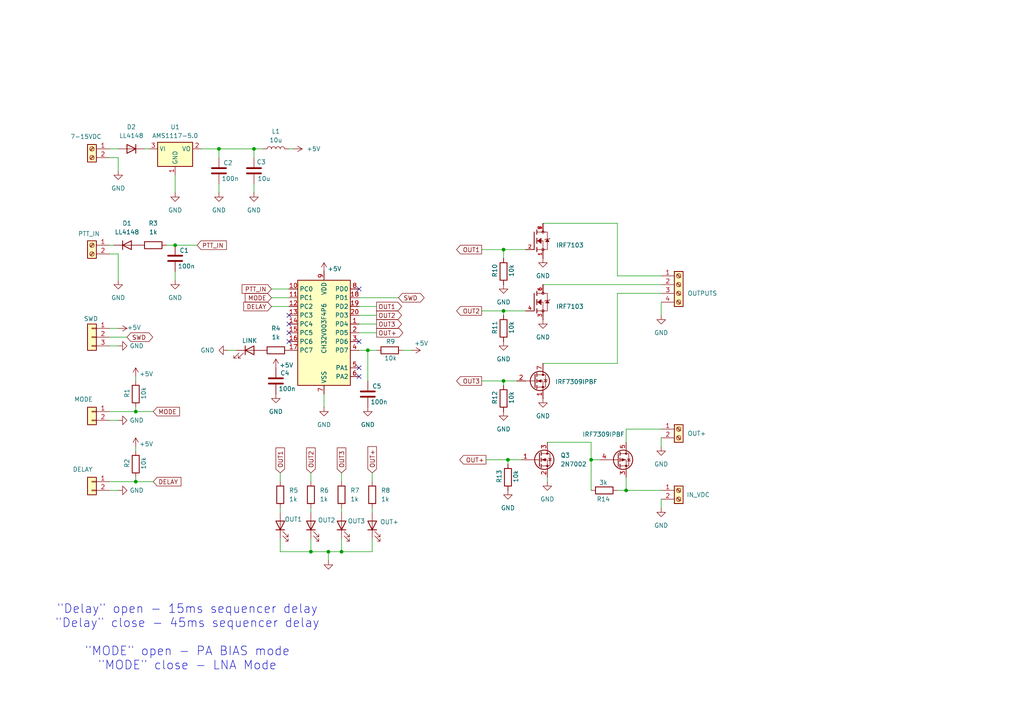
<source format=kicad_sch>
(kicad_sch
	(version 20231120)
	(generator "eeschema")
	(generator_version "8.0")
	(uuid "e5a15909-eaed-4e4a-a321-f42c3957d77e")
	(paper "A4")
	(title_block
		(title "Sequencer")
		(date "2024-07-11")
	)
	(lib_symbols
		(symbol "Connector:Screw_Terminal_01x02"
			(pin_names
				(offset 1.016) hide)
			(exclude_from_sim no)
			(in_bom yes)
			(on_board yes)
			(property "Reference" "J"
				(at 0 2.54 0)
				(effects
					(font
						(size 1.27 1.27)
					)
				)
			)
			(property "Value" "Screw_Terminal_01x02"
				(at 0 -5.08 0)
				(effects
					(font
						(size 1.27 1.27)
					)
				)
			)
			(property "Footprint" ""
				(at 0 0 0)
				(effects
					(font
						(size 1.27 1.27)
					)
					(hide yes)
				)
			)
			(property "Datasheet" "~"
				(at 0 0 0)
				(effects
					(font
						(size 1.27 1.27)
					)
					(hide yes)
				)
			)
			(property "Description" "Generic screw terminal, single row, 01x02, script generated (kicad-library-utils/schlib/autogen/connector/)"
				(at 0 0 0)
				(effects
					(font
						(size 1.27 1.27)
					)
					(hide yes)
				)
			)
			(property "ki_keywords" "screw terminal"
				(at 0 0 0)
				(effects
					(font
						(size 1.27 1.27)
					)
					(hide yes)
				)
			)
			(property "ki_fp_filters" "TerminalBlock*:*"
				(at 0 0 0)
				(effects
					(font
						(size 1.27 1.27)
					)
					(hide yes)
				)
			)
			(symbol "Screw_Terminal_01x02_1_1"
				(rectangle
					(start -1.27 1.27)
					(end 1.27 -3.81)
					(stroke
						(width 0.254)
						(type default)
					)
					(fill
						(type background)
					)
				)
				(circle
					(center 0 -2.54)
					(radius 0.635)
					(stroke
						(width 0.1524)
						(type default)
					)
					(fill
						(type none)
					)
				)
				(polyline
					(pts
						(xy -0.5334 -2.2098) (xy 0.3302 -3.048)
					)
					(stroke
						(width 0.1524)
						(type default)
					)
					(fill
						(type none)
					)
				)
				(polyline
					(pts
						(xy -0.5334 0.3302) (xy 0.3302 -0.508)
					)
					(stroke
						(width 0.1524)
						(type default)
					)
					(fill
						(type none)
					)
				)
				(polyline
					(pts
						(xy -0.3556 -2.032) (xy 0.508 -2.8702)
					)
					(stroke
						(width 0.1524)
						(type default)
					)
					(fill
						(type none)
					)
				)
				(polyline
					(pts
						(xy -0.3556 0.508) (xy 0.508 -0.3302)
					)
					(stroke
						(width 0.1524)
						(type default)
					)
					(fill
						(type none)
					)
				)
				(circle
					(center 0 0)
					(radius 0.635)
					(stroke
						(width 0.1524)
						(type default)
					)
					(fill
						(type none)
					)
				)
				(pin passive line
					(at -5.08 0 0)
					(length 3.81)
					(name "Pin_1"
						(effects
							(font
								(size 1.27 1.27)
							)
						)
					)
					(number "1"
						(effects
							(font
								(size 1.27 1.27)
							)
						)
					)
				)
				(pin passive line
					(at -5.08 -2.54 0)
					(length 3.81)
					(name "Pin_2"
						(effects
							(font
								(size 1.27 1.27)
							)
						)
					)
					(number "2"
						(effects
							(font
								(size 1.27 1.27)
							)
						)
					)
				)
			)
		)
		(symbol "Connector:Screw_Terminal_01x04"
			(pin_names
				(offset 1.016) hide)
			(exclude_from_sim no)
			(in_bom yes)
			(on_board yes)
			(property "Reference" "J"
				(at 0 5.08 0)
				(effects
					(font
						(size 1.27 1.27)
					)
				)
			)
			(property "Value" "Screw_Terminal_01x04"
				(at 0 -7.62 0)
				(effects
					(font
						(size 1.27 1.27)
					)
				)
			)
			(property "Footprint" ""
				(at 0 0 0)
				(effects
					(font
						(size 1.27 1.27)
					)
					(hide yes)
				)
			)
			(property "Datasheet" "~"
				(at 0 0 0)
				(effects
					(font
						(size 1.27 1.27)
					)
					(hide yes)
				)
			)
			(property "Description" "Generic screw terminal, single row, 01x04, script generated (kicad-library-utils/schlib/autogen/connector/)"
				(at 0 0 0)
				(effects
					(font
						(size 1.27 1.27)
					)
					(hide yes)
				)
			)
			(property "ki_keywords" "screw terminal"
				(at 0 0 0)
				(effects
					(font
						(size 1.27 1.27)
					)
					(hide yes)
				)
			)
			(property "ki_fp_filters" "TerminalBlock*:*"
				(at 0 0 0)
				(effects
					(font
						(size 1.27 1.27)
					)
					(hide yes)
				)
			)
			(symbol "Screw_Terminal_01x04_1_1"
				(rectangle
					(start -1.27 3.81)
					(end 1.27 -6.35)
					(stroke
						(width 0.254)
						(type default)
					)
					(fill
						(type background)
					)
				)
				(circle
					(center 0 -5.08)
					(radius 0.635)
					(stroke
						(width 0.1524)
						(type default)
					)
					(fill
						(type none)
					)
				)
				(circle
					(center 0 -2.54)
					(radius 0.635)
					(stroke
						(width 0.1524)
						(type default)
					)
					(fill
						(type none)
					)
				)
				(polyline
					(pts
						(xy -0.5334 -4.7498) (xy 0.3302 -5.588)
					)
					(stroke
						(width 0.1524)
						(type default)
					)
					(fill
						(type none)
					)
				)
				(polyline
					(pts
						(xy -0.5334 -2.2098) (xy 0.3302 -3.048)
					)
					(stroke
						(width 0.1524)
						(type default)
					)
					(fill
						(type none)
					)
				)
				(polyline
					(pts
						(xy -0.5334 0.3302) (xy 0.3302 -0.508)
					)
					(stroke
						(width 0.1524)
						(type default)
					)
					(fill
						(type none)
					)
				)
				(polyline
					(pts
						(xy -0.5334 2.8702) (xy 0.3302 2.032)
					)
					(stroke
						(width 0.1524)
						(type default)
					)
					(fill
						(type none)
					)
				)
				(polyline
					(pts
						(xy -0.3556 -4.572) (xy 0.508 -5.4102)
					)
					(stroke
						(width 0.1524)
						(type default)
					)
					(fill
						(type none)
					)
				)
				(polyline
					(pts
						(xy -0.3556 -2.032) (xy 0.508 -2.8702)
					)
					(stroke
						(width 0.1524)
						(type default)
					)
					(fill
						(type none)
					)
				)
				(polyline
					(pts
						(xy -0.3556 0.508) (xy 0.508 -0.3302)
					)
					(stroke
						(width 0.1524)
						(type default)
					)
					(fill
						(type none)
					)
				)
				(polyline
					(pts
						(xy -0.3556 3.048) (xy 0.508 2.2098)
					)
					(stroke
						(width 0.1524)
						(type default)
					)
					(fill
						(type none)
					)
				)
				(circle
					(center 0 0)
					(radius 0.635)
					(stroke
						(width 0.1524)
						(type default)
					)
					(fill
						(type none)
					)
				)
				(circle
					(center 0 2.54)
					(radius 0.635)
					(stroke
						(width 0.1524)
						(type default)
					)
					(fill
						(type none)
					)
				)
				(pin passive line
					(at -5.08 2.54 0)
					(length 3.81)
					(name "Pin_1"
						(effects
							(font
								(size 1.27 1.27)
							)
						)
					)
					(number "1"
						(effects
							(font
								(size 1.27 1.27)
							)
						)
					)
				)
				(pin passive line
					(at -5.08 0 0)
					(length 3.81)
					(name "Pin_2"
						(effects
							(font
								(size 1.27 1.27)
							)
						)
					)
					(number "2"
						(effects
							(font
								(size 1.27 1.27)
							)
						)
					)
				)
				(pin passive line
					(at -5.08 -2.54 0)
					(length 3.81)
					(name "Pin_3"
						(effects
							(font
								(size 1.27 1.27)
							)
						)
					)
					(number "3"
						(effects
							(font
								(size 1.27 1.27)
							)
						)
					)
				)
				(pin passive line
					(at -5.08 -5.08 0)
					(length 3.81)
					(name "Pin_4"
						(effects
							(font
								(size 1.27 1.27)
							)
						)
					)
					(number "4"
						(effects
							(font
								(size 1.27 1.27)
							)
						)
					)
				)
			)
		)
		(symbol "Connector_Generic:Conn_01x02"
			(pin_names
				(offset 1.016) hide)
			(exclude_from_sim no)
			(in_bom yes)
			(on_board yes)
			(property "Reference" "J"
				(at 0 2.54 0)
				(effects
					(font
						(size 1.27 1.27)
					)
				)
			)
			(property "Value" "Conn_01x02"
				(at 0 -5.08 0)
				(effects
					(font
						(size 1.27 1.27)
					)
				)
			)
			(property "Footprint" ""
				(at 0 0 0)
				(effects
					(font
						(size 1.27 1.27)
					)
					(hide yes)
				)
			)
			(property "Datasheet" "~"
				(at 0 0 0)
				(effects
					(font
						(size 1.27 1.27)
					)
					(hide yes)
				)
			)
			(property "Description" "Generic connector, single row, 01x02, script generated (kicad-library-utils/schlib/autogen/connector/)"
				(at 0 0 0)
				(effects
					(font
						(size 1.27 1.27)
					)
					(hide yes)
				)
			)
			(property "ki_keywords" "connector"
				(at 0 0 0)
				(effects
					(font
						(size 1.27 1.27)
					)
					(hide yes)
				)
			)
			(property "ki_fp_filters" "Connector*:*_1x??_*"
				(at 0 0 0)
				(effects
					(font
						(size 1.27 1.27)
					)
					(hide yes)
				)
			)
			(symbol "Conn_01x02_1_1"
				(rectangle
					(start -1.27 -2.413)
					(end 0 -2.667)
					(stroke
						(width 0.1524)
						(type default)
					)
					(fill
						(type none)
					)
				)
				(rectangle
					(start -1.27 0.127)
					(end 0 -0.127)
					(stroke
						(width 0.1524)
						(type default)
					)
					(fill
						(type none)
					)
				)
				(rectangle
					(start -1.27 1.27)
					(end 1.27 -3.81)
					(stroke
						(width 0.254)
						(type default)
					)
					(fill
						(type background)
					)
				)
				(pin passive line
					(at -5.08 0 0)
					(length 3.81)
					(name "Pin_1"
						(effects
							(font
								(size 1.27 1.27)
							)
						)
					)
					(number "1"
						(effects
							(font
								(size 1.27 1.27)
							)
						)
					)
				)
				(pin passive line
					(at -5.08 -2.54 0)
					(length 3.81)
					(name "Pin_2"
						(effects
							(font
								(size 1.27 1.27)
							)
						)
					)
					(number "2"
						(effects
							(font
								(size 1.27 1.27)
							)
						)
					)
				)
			)
		)
		(symbol "Connector_Generic:Conn_01x03"
			(pin_names
				(offset 1.016) hide)
			(exclude_from_sim no)
			(in_bom yes)
			(on_board yes)
			(property "Reference" "J"
				(at 0 5.08 0)
				(effects
					(font
						(size 1.27 1.27)
					)
				)
			)
			(property "Value" "Conn_01x03"
				(at 0 -5.08 0)
				(effects
					(font
						(size 1.27 1.27)
					)
				)
			)
			(property "Footprint" ""
				(at 0 0 0)
				(effects
					(font
						(size 1.27 1.27)
					)
					(hide yes)
				)
			)
			(property "Datasheet" "~"
				(at 0 0 0)
				(effects
					(font
						(size 1.27 1.27)
					)
					(hide yes)
				)
			)
			(property "Description" "Generic connector, single row, 01x03, script generated (kicad-library-utils/schlib/autogen/connector/)"
				(at 0 0 0)
				(effects
					(font
						(size 1.27 1.27)
					)
					(hide yes)
				)
			)
			(property "ki_keywords" "connector"
				(at 0 0 0)
				(effects
					(font
						(size 1.27 1.27)
					)
					(hide yes)
				)
			)
			(property "ki_fp_filters" "Connector*:*_1x??_*"
				(at 0 0 0)
				(effects
					(font
						(size 1.27 1.27)
					)
					(hide yes)
				)
			)
			(symbol "Conn_01x03_1_1"
				(rectangle
					(start -1.27 -2.413)
					(end 0 -2.667)
					(stroke
						(width 0.1524)
						(type default)
					)
					(fill
						(type none)
					)
				)
				(rectangle
					(start -1.27 0.127)
					(end 0 -0.127)
					(stroke
						(width 0.1524)
						(type default)
					)
					(fill
						(type none)
					)
				)
				(rectangle
					(start -1.27 2.667)
					(end 0 2.413)
					(stroke
						(width 0.1524)
						(type default)
					)
					(fill
						(type none)
					)
				)
				(rectangle
					(start -1.27 3.81)
					(end 1.27 -3.81)
					(stroke
						(width 0.254)
						(type default)
					)
					(fill
						(type background)
					)
				)
				(pin passive line
					(at -5.08 2.54 0)
					(length 3.81)
					(name "Pin_1"
						(effects
							(font
								(size 1.27 1.27)
							)
						)
					)
					(number "1"
						(effects
							(font
								(size 1.27 1.27)
							)
						)
					)
				)
				(pin passive line
					(at -5.08 0 0)
					(length 3.81)
					(name "Pin_2"
						(effects
							(font
								(size 1.27 1.27)
							)
						)
					)
					(number "2"
						(effects
							(font
								(size 1.27 1.27)
							)
						)
					)
				)
				(pin passive line
					(at -5.08 -2.54 0)
					(length 3.81)
					(name "Pin_3"
						(effects
							(font
								(size 1.27 1.27)
							)
						)
					)
					(number "3"
						(effects
							(font
								(size 1.27 1.27)
							)
						)
					)
				)
			)
		)
		(symbol "Device:C"
			(pin_numbers hide)
			(pin_names
				(offset 0.254)
			)
			(exclude_from_sim no)
			(in_bom yes)
			(on_board yes)
			(property "Reference" "C"
				(at 0.635 2.54 0)
				(effects
					(font
						(size 1.27 1.27)
					)
					(justify left)
				)
			)
			(property "Value" "C"
				(at 0.635 -2.54 0)
				(effects
					(font
						(size 1.27 1.27)
					)
					(justify left)
				)
			)
			(property "Footprint" ""
				(at 0.9652 -3.81 0)
				(effects
					(font
						(size 1.27 1.27)
					)
					(hide yes)
				)
			)
			(property "Datasheet" "~"
				(at 0 0 0)
				(effects
					(font
						(size 1.27 1.27)
					)
					(hide yes)
				)
			)
			(property "Description" "Unpolarized capacitor"
				(at 0 0 0)
				(effects
					(font
						(size 1.27 1.27)
					)
					(hide yes)
				)
			)
			(property "ki_keywords" "cap capacitor"
				(at 0 0 0)
				(effects
					(font
						(size 1.27 1.27)
					)
					(hide yes)
				)
			)
			(property "ki_fp_filters" "C_*"
				(at 0 0 0)
				(effects
					(font
						(size 1.27 1.27)
					)
					(hide yes)
				)
			)
			(symbol "C_0_1"
				(polyline
					(pts
						(xy -2.032 -0.762) (xy 2.032 -0.762)
					)
					(stroke
						(width 0.508)
						(type default)
					)
					(fill
						(type none)
					)
				)
				(polyline
					(pts
						(xy -2.032 0.762) (xy 2.032 0.762)
					)
					(stroke
						(width 0.508)
						(type default)
					)
					(fill
						(type none)
					)
				)
			)
			(symbol "C_1_1"
				(pin passive line
					(at 0 3.81 270)
					(length 2.794)
					(name "~"
						(effects
							(font
								(size 1.27 1.27)
							)
						)
					)
					(number "1"
						(effects
							(font
								(size 1.27 1.27)
							)
						)
					)
				)
				(pin passive line
					(at 0 -3.81 90)
					(length 2.794)
					(name "~"
						(effects
							(font
								(size 1.27 1.27)
							)
						)
					)
					(number "2"
						(effects
							(font
								(size 1.27 1.27)
							)
						)
					)
				)
			)
		)
		(symbol "Device:L"
			(pin_numbers hide)
			(pin_names
				(offset 1.016) hide)
			(exclude_from_sim no)
			(in_bom yes)
			(on_board yes)
			(property "Reference" "L"
				(at -1.27 0 90)
				(effects
					(font
						(size 1.27 1.27)
					)
				)
			)
			(property "Value" "L"
				(at 1.905 0 90)
				(effects
					(font
						(size 1.27 1.27)
					)
				)
			)
			(property "Footprint" ""
				(at 0 0 0)
				(effects
					(font
						(size 1.27 1.27)
					)
					(hide yes)
				)
			)
			(property "Datasheet" "~"
				(at 0 0 0)
				(effects
					(font
						(size 1.27 1.27)
					)
					(hide yes)
				)
			)
			(property "Description" "Inductor"
				(at 0 0 0)
				(effects
					(font
						(size 1.27 1.27)
					)
					(hide yes)
				)
			)
			(property "ki_keywords" "inductor choke coil reactor magnetic"
				(at 0 0 0)
				(effects
					(font
						(size 1.27 1.27)
					)
					(hide yes)
				)
			)
			(property "ki_fp_filters" "Choke_* *Coil* Inductor_* L_*"
				(at 0 0 0)
				(effects
					(font
						(size 1.27 1.27)
					)
					(hide yes)
				)
			)
			(symbol "L_0_1"
				(arc
					(start 0 -2.54)
					(mid 0.6323 -1.905)
					(end 0 -1.27)
					(stroke
						(width 0)
						(type default)
					)
					(fill
						(type none)
					)
				)
				(arc
					(start 0 -1.27)
					(mid 0.6323 -0.635)
					(end 0 0)
					(stroke
						(width 0)
						(type default)
					)
					(fill
						(type none)
					)
				)
				(arc
					(start 0 0)
					(mid 0.6323 0.635)
					(end 0 1.27)
					(stroke
						(width 0)
						(type default)
					)
					(fill
						(type none)
					)
				)
				(arc
					(start 0 1.27)
					(mid 0.6323 1.905)
					(end 0 2.54)
					(stroke
						(width 0)
						(type default)
					)
					(fill
						(type none)
					)
				)
			)
			(symbol "L_1_1"
				(pin passive line
					(at 0 3.81 270)
					(length 1.27)
					(name "1"
						(effects
							(font
								(size 1.27 1.27)
							)
						)
					)
					(number "1"
						(effects
							(font
								(size 1.27 1.27)
							)
						)
					)
				)
				(pin passive line
					(at 0 -3.81 90)
					(length 1.27)
					(name "2"
						(effects
							(font
								(size 1.27 1.27)
							)
						)
					)
					(number "2"
						(effects
							(font
								(size 1.27 1.27)
							)
						)
					)
				)
			)
		)
		(symbol "Device:LED"
			(pin_numbers hide)
			(pin_names
				(offset 1.016) hide)
			(exclude_from_sim no)
			(in_bom yes)
			(on_board yes)
			(property "Reference" "D"
				(at 0 2.54 0)
				(effects
					(font
						(size 1.27 1.27)
					)
				)
			)
			(property "Value" "LED"
				(at 0 -2.54 0)
				(effects
					(font
						(size 1.27 1.27)
					)
				)
			)
			(property "Footprint" ""
				(at 0 0 0)
				(effects
					(font
						(size 1.27 1.27)
					)
					(hide yes)
				)
			)
			(property "Datasheet" "~"
				(at 0 0 0)
				(effects
					(font
						(size 1.27 1.27)
					)
					(hide yes)
				)
			)
			(property "Description" "Light emitting diode"
				(at 0 0 0)
				(effects
					(font
						(size 1.27 1.27)
					)
					(hide yes)
				)
			)
			(property "ki_keywords" "LED diode"
				(at 0 0 0)
				(effects
					(font
						(size 1.27 1.27)
					)
					(hide yes)
				)
			)
			(property "ki_fp_filters" "LED* LED_SMD:* LED_THT:*"
				(at 0 0 0)
				(effects
					(font
						(size 1.27 1.27)
					)
					(hide yes)
				)
			)
			(symbol "LED_0_1"
				(polyline
					(pts
						(xy -1.27 -1.27) (xy -1.27 1.27)
					)
					(stroke
						(width 0.254)
						(type default)
					)
					(fill
						(type none)
					)
				)
				(polyline
					(pts
						(xy -1.27 0) (xy 1.27 0)
					)
					(stroke
						(width 0)
						(type default)
					)
					(fill
						(type none)
					)
				)
				(polyline
					(pts
						(xy 1.27 -1.27) (xy 1.27 1.27) (xy -1.27 0) (xy 1.27 -1.27)
					)
					(stroke
						(width 0.254)
						(type default)
					)
					(fill
						(type none)
					)
				)
				(polyline
					(pts
						(xy -3.048 -0.762) (xy -4.572 -2.286) (xy -3.81 -2.286) (xy -4.572 -2.286) (xy -4.572 -1.524)
					)
					(stroke
						(width 0)
						(type default)
					)
					(fill
						(type none)
					)
				)
				(polyline
					(pts
						(xy -1.778 -0.762) (xy -3.302 -2.286) (xy -2.54 -2.286) (xy -3.302 -2.286) (xy -3.302 -1.524)
					)
					(stroke
						(width 0)
						(type default)
					)
					(fill
						(type none)
					)
				)
			)
			(symbol "LED_1_1"
				(pin passive line
					(at -3.81 0 0)
					(length 2.54)
					(name "K"
						(effects
							(font
								(size 1.27 1.27)
							)
						)
					)
					(number "1"
						(effects
							(font
								(size 1.27 1.27)
							)
						)
					)
				)
				(pin passive line
					(at 3.81 0 180)
					(length 2.54)
					(name "A"
						(effects
							(font
								(size 1.27 1.27)
							)
						)
					)
					(number "2"
						(effects
							(font
								(size 1.27 1.27)
							)
						)
					)
				)
			)
		)
		(symbol "Device:R"
			(pin_numbers hide)
			(pin_names
				(offset 0)
			)
			(exclude_from_sim no)
			(in_bom yes)
			(on_board yes)
			(property "Reference" "R"
				(at 2.032 0 90)
				(effects
					(font
						(size 1.27 1.27)
					)
				)
			)
			(property "Value" "R"
				(at 0 0 90)
				(effects
					(font
						(size 1.27 1.27)
					)
				)
			)
			(property "Footprint" ""
				(at -1.778 0 90)
				(effects
					(font
						(size 1.27 1.27)
					)
					(hide yes)
				)
			)
			(property "Datasheet" "~"
				(at 0 0 0)
				(effects
					(font
						(size 1.27 1.27)
					)
					(hide yes)
				)
			)
			(property "Description" "Resistor"
				(at 0 0 0)
				(effects
					(font
						(size 1.27 1.27)
					)
					(hide yes)
				)
			)
			(property "ki_keywords" "R res resistor"
				(at 0 0 0)
				(effects
					(font
						(size 1.27 1.27)
					)
					(hide yes)
				)
			)
			(property "ki_fp_filters" "R_*"
				(at 0 0 0)
				(effects
					(font
						(size 1.27 1.27)
					)
					(hide yes)
				)
			)
			(symbol "R_0_1"
				(rectangle
					(start -1.016 -2.54)
					(end 1.016 2.54)
					(stroke
						(width 0.254)
						(type default)
					)
					(fill
						(type none)
					)
				)
			)
			(symbol "R_1_1"
				(pin passive line
					(at 0 3.81 270)
					(length 1.27)
					(name "~"
						(effects
							(font
								(size 1.27 1.27)
							)
						)
					)
					(number "1"
						(effects
							(font
								(size 1.27 1.27)
							)
						)
					)
				)
				(pin passive line
					(at 0 -3.81 90)
					(length 1.27)
					(name "~"
						(effects
							(font
								(size 1.27 1.27)
							)
						)
					)
					(number "2"
						(effects
							(font
								(size 1.27 1.27)
							)
						)
					)
				)
			)
		)
		(symbol "Diode:LL4148"
			(pin_numbers hide)
			(pin_names hide)
			(exclude_from_sim no)
			(in_bom yes)
			(on_board yes)
			(property "Reference" "D"
				(at 0 2.54 0)
				(effects
					(font
						(size 1.27 1.27)
					)
				)
			)
			(property "Value" "LL4148"
				(at 0 -2.54 0)
				(effects
					(font
						(size 1.27 1.27)
					)
				)
			)
			(property "Footprint" "Diode_SMD:D_MiniMELF"
				(at 0 -4.445 0)
				(effects
					(font
						(size 1.27 1.27)
					)
					(hide yes)
				)
			)
			(property "Datasheet" "http://www.vishay.com/docs/85557/ll4148.pdf"
				(at 0 0 0)
				(effects
					(font
						(size 1.27 1.27)
					)
					(hide yes)
				)
			)
			(property "Description" "100V 0.15A standard switching diode, MiniMELF"
				(at 0 0 0)
				(effects
					(font
						(size 1.27 1.27)
					)
					(hide yes)
				)
			)
			(property "Sim.Device" "D"
				(at 0 0 0)
				(effects
					(font
						(size 1.27 1.27)
					)
					(hide yes)
				)
			)
			(property "Sim.Pins" "1=K 2=A"
				(at 0 0 0)
				(effects
					(font
						(size 1.27 1.27)
					)
					(hide yes)
				)
			)
			(property "ki_keywords" "diode"
				(at 0 0 0)
				(effects
					(font
						(size 1.27 1.27)
					)
					(hide yes)
				)
			)
			(property "ki_fp_filters" "D*MiniMELF*"
				(at 0 0 0)
				(effects
					(font
						(size 1.27 1.27)
					)
					(hide yes)
				)
			)
			(symbol "LL4148_0_1"
				(polyline
					(pts
						(xy -1.27 1.27) (xy -1.27 -1.27)
					)
					(stroke
						(width 0.254)
						(type default)
					)
					(fill
						(type none)
					)
				)
				(polyline
					(pts
						(xy 1.27 0) (xy -1.27 0)
					)
					(stroke
						(width 0)
						(type default)
					)
					(fill
						(type none)
					)
				)
				(polyline
					(pts
						(xy 1.27 1.27) (xy 1.27 -1.27) (xy -1.27 0) (xy 1.27 1.27)
					)
					(stroke
						(width 0.254)
						(type default)
					)
					(fill
						(type none)
					)
				)
			)
			(symbol "LL4148_1_1"
				(pin passive line
					(at -3.81 0 0)
					(length 2.54)
					(name "K"
						(effects
							(font
								(size 1.27 1.27)
							)
						)
					)
					(number "1"
						(effects
							(font
								(size 1.27 1.27)
							)
						)
					)
				)
				(pin passive line
					(at 3.81 0 180)
					(length 2.54)
					(name "A"
						(effects
							(font
								(size 1.27 1.27)
							)
						)
					)
					(number "2"
						(effects
							(font
								(size 1.27 1.27)
							)
						)
					)
				)
			)
		)
		(symbol "IRF7103:IRF7103"
			(pin_names
				(offset 1.016)
			)
			(exclude_from_sim no)
			(in_bom yes)
			(on_board yes)
			(property "Reference" "Q"
				(at -8.89 2.54 0)
				(effects
					(font
						(size 1.27 1.27)
					)
					(justify left bottom)
				)
			)
			(property "Value" "IRF7103"
				(at -8.89 -7.62 0)
				(effects
					(font
						(size 1.27 1.27)
					)
					(justify left bottom)
				)
			)
			(property "Footprint" "IRF7103:SOIC127P600X175-8N"
				(at 0 0 0)
				(effects
					(font
						(size 1.27 1.27)
					)
					(justify bottom)
					(hide yes)
				)
			)
			(property "Datasheet" ""
				(at 0 0 0)
				(effects
					(font
						(size 1.27 1.27)
					)
					(hide yes)
				)
			)
			(property "Description" ""
				(at 0 0 0)
				(effects
					(font
						(size 1.27 1.27)
					)
					(hide yes)
				)
			)
			(property "MF" "Infineon Technologies"
				(at 0 0 0)
				(effects
					(font
						(size 1.27 1.27)
					)
					(justify bottom)
					(hide yes)
				)
			)
			(property "MAXIMUM_PACKAGE_HEIGHT" "1.75 mm"
				(at 0 0 0)
				(effects
					(font
						(size 1.27 1.27)
					)
					(justify bottom)
					(hide yes)
				)
			)
			(property "Package" "SO-8 Infineon Technologies"
				(at 0 0 0)
				(effects
					(font
						(size 1.27 1.27)
					)
					(justify bottom)
					(hide yes)
				)
			)
			(property "Price" "None"
				(at 0 0 0)
				(effects
					(font
						(size 1.27 1.27)
					)
					(justify bottom)
					(hide yes)
				)
			)
			(property "Check_prices" "https://www.snapeda.com/parts/IRF7103/Infineon+Technologies/view-part/?ref=eda"
				(at 0 0 0)
				(effects
					(font
						(size 1.27 1.27)
					)
					(justify bottom)
					(hide yes)
				)
			)
			(property "STANDARD" "IPC 7351B"
				(at 0 0 0)
				(effects
					(font
						(size 1.27 1.27)
					)
					(justify bottom)
					(hide yes)
				)
			)
			(property "PARTREV" "02/09/10"
				(at 0 0 0)
				(effects
					(font
						(size 1.27 1.27)
					)
					(justify bottom)
					(hide yes)
				)
			)
			(property "SnapEDA_Link" "https://www.snapeda.com/parts/IRF7103/Infineon+Technologies/view-part/?ref=snap"
				(at 0 0 0)
				(effects
					(font
						(size 1.27 1.27)
					)
					(justify bottom)
					(hide yes)
				)
			)
			(property "SNAPEDA_PACKAGE_ID" "38400"
				(at 0 0 0)
				(effects
					(font
						(size 1.27 1.27)
					)
					(justify bottom)
					(hide yes)
				)
			)
			(property "MP" "IRF7103"
				(at 0 0 0)
				(effects
					(font
						(size 1.27 1.27)
					)
					(justify bottom)
					(hide yes)
				)
			)
			(property "Description_1" "\nMosfet Array 2 N-Channel (Dual) 50V 3A 2W Surface Mount 8-SO\n"
				(at 0 0 0)
				(effects
					(font
						(size 1.27 1.27)
					)
					(justify bottom)
					(hide yes)
				)
			)
			(property "SNAPEDA_PN" "IRF7103"
				(at 0 0 0)
				(effects
					(font
						(size 1.27 1.27)
					)
					(justify bottom)
					(hide yes)
				)
			)
			(property "Availability" "Not in stock"
				(at 0 0 0)
				(effects
					(font
						(size 1.27 1.27)
					)
					(justify bottom)
					(hide yes)
				)
			)
			(property "MANUFACTURER" "Infineon Technologies"
				(at 0 0 0)
				(effects
					(font
						(size 1.27 1.27)
					)
					(justify bottom)
					(hide yes)
				)
			)
			(symbol "IRF7103_1_0"
				(polyline
					(pts
						(xy 0 2.54) (xy 0 -2.54)
					)
					(stroke
						(width 0.254)
						(type default)
					)
					(fill
						(type none)
					)
				)
				(polyline
					(pts
						(xy 0.762 -2.54) (xy 0.762 -3.175)
					)
					(stroke
						(width 0.254)
						(type default)
					)
					(fill
						(type none)
					)
				)
				(polyline
					(pts
						(xy 0.762 -1.905) (xy 0.762 -2.54)
					)
					(stroke
						(width 0.254)
						(type default)
					)
					(fill
						(type none)
					)
				)
				(polyline
					(pts
						(xy 0.762 0) (xy 0.762 -0.762)
					)
					(stroke
						(width 0.254)
						(type default)
					)
					(fill
						(type none)
					)
				)
				(polyline
					(pts
						(xy 0.762 0) (xy 2.54 0)
					)
					(stroke
						(width 0.1524)
						(type default)
					)
					(fill
						(type none)
					)
				)
				(polyline
					(pts
						(xy 0.762 0.762) (xy 0.762 0)
					)
					(stroke
						(width 0.254)
						(type default)
					)
					(fill
						(type none)
					)
				)
				(polyline
					(pts
						(xy 0.762 2.54) (xy 0.762 1.905)
					)
					(stroke
						(width 0.254)
						(type default)
					)
					(fill
						(type none)
					)
				)
				(polyline
					(pts
						(xy 0.762 2.54) (xy 3.81 2.54)
					)
					(stroke
						(width 0.1524)
						(type default)
					)
					(fill
						(type none)
					)
				)
				(polyline
					(pts
						(xy 0.762 3.175) (xy 0.762 2.54)
					)
					(stroke
						(width 0.254)
						(type default)
					)
					(fill
						(type none)
					)
				)
				(polyline
					(pts
						(xy 2.54 -2.54) (xy 0.762 -2.54)
					)
					(stroke
						(width 0.1524)
						(type default)
					)
					(fill
						(type none)
					)
				)
				(polyline
					(pts
						(xy 2.54 -2.54) (xy 3.81 -2.54)
					)
					(stroke
						(width 0.1524)
						(type default)
					)
					(fill
						(type none)
					)
				)
				(polyline
					(pts
						(xy 2.54 0) (xy 2.54 -2.54)
					)
					(stroke
						(width 0.1524)
						(type default)
					)
					(fill
						(type none)
					)
				)
				(polyline
					(pts
						(xy 3.302 0.508) (xy 3.048 0.254)
					)
					(stroke
						(width 0.1524)
						(type default)
					)
					(fill
						(type none)
					)
				)
				(polyline
					(pts
						(xy 3.81 0.508) (xy 3.302 0.508)
					)
					(stroke
						(width 0.1524)
						(type default)
					)
					(fill
						(type none)
					)
				)
				(polyline
					(pts
						(xy 3.81 0.508) (xy 3.81 -2.54)
					)
					(stroke
						(width 0.1524)
						(type default)
					)
					(fill
						(type none)
					)
				)
				(polyline
					(pts
						(xy 3.81 2.54) (xy 3.81 0.508)
					)
					(stroke
						(width 0.1524)
						(type default)
					)
					(fill
						(type none)
					)
				)
				(polyline
					(pts
						(xy 4.318 0.508) (xy 3.81 0.508)
					)
					(stroke
						(width 0.1524)
						(type default)
					)
					(fill
						(type none)
					)
				)
				(polyline
					(pts
						(xy 4.572 0.762) (xy 4.318 0.508)
					)
					(stroke
						(width 0.1524)
						(type default)
					)
					(fill
						(type none)
					)
				)
				(polyline
					(pts
						(xy 1.016 0) (xy 2.032 0.762) (xy 2.032 -0.762) (xy 1.016 0)
					)
					(stroke
						(width 0.1524)
						(type default)
					)
					(fill
						(type outline)
					)
				)
				(polyline
					(pts
						(xy 3.81 0.508) (xy 3.302 -0.254) (xy 4.318 -0.254) (xy 3.81 0.508)
					)
					(stroke
						(width 0.1524)
						(type default)
					)
					(fill
						(type outline)
					)
				)
				(circle
					(center 2.54 -2.54)
					(radius 0.3592)
					(stroke
						(width 0)
						(type default)
					)
					(fill
						(type none)
					)
				)
				(circle
					(center 2.54 2.54)
					(radius 0.3592)
					(stroke
						(width 0)
						(type default)
					)
					(fill
						(type none)
					)
				)
				(pin passive line
					(at 2.54 -5.08 90)
					(length 2.54)
					(name "~"
						(effects
							(font
								(size 1.016 1.016)
							)
						)
					)
					(number "1"
						(effects
							(font
								(size 1.016 1.016)
							)
						)
					)
				)
				(pin passive line
					(at -2.54 -2.54 0)
					(length 2.54)
					(name "~"
						(effects
							(font
								(size 1.016 1.016)
							)
						)
					)
					(number "2"
						(effects
							(font
								(size 1.016 1.016)
							)
						)
					)
				)
				(pin passive line
					(at 2.54 5.08 270)
					(length 2.54)
					(name "~"
						(effects
							(font
								(size 1.016 1.016)
							)
						)
					)
					(number "7"
						(effects
							(font
								(size 1.016 1.016)
							)
						)
					)
				)
				(pin passive line
					(at 2.54 5.08 270)
					(length 2.54)
					(name "~"
						(effects
							(font
								(size 1.016 1.016)
							)
						)
					)
					(number "8"
						(effects
							(font
								(size 1.016 1.016)
							)
						)
					)
				)
			)
			(symbol "IRF7103_2_0"
				(polyline
					(pts
						(xy 0 2.54) (xy 0 -2.54)
					)
					(stroke
						(width 0.254)
						(type default)
					)
					(fill
						(type none)
					)
				)
				(polyline
					(pts
						(xy 0.762 -2.54) (xy 0.762 -3.175)
					)
					(stroke
						(width 0.254)
						(type default)
					)
					(fill
						(type none)
					)
				)
				(polyline
					(pts
						(xy 0.762 -1.905) (xy 0.762 -2.54)
					)
					(stroke
						(width 0.254)
						(type default)
					)
					(fill
						(type none)
					)
				)
				(polyline
					(pts
						(xy 0.762 0) (xy 0.762 -0.762)
					)
					(stroke
						(width 0.254)
						(type default)
					)
					(fill
						(type none)
					)
				)
				(polyline
					(pts
						(xy 0.762 0) (xy 2.54 0)
					)
					(stroke
						(width 0.1524)
						(type default)
					)
					(fill
						(type none)
					)
				)
				(polyline
					(pts
						(xy 0.762 0.762) (xy 0.762 0)
					)
					(stroke
						(width 0.254)
						(type default)
					)
					(fill
						(type none)
					)
				)
				(polyline
					(pts
						(xy 0.762 2.54) (xy 0.762 1.905)
					)
					(stroke
						(width 0.254)
						(type default)
					)
					(fill
						(type none)
					)
				)
				(polyline
					(pts
						(xy 0.762 2.54) (xy 3.81 2.54)
					)
					(stroke
						(width 0.1524)
						(type default)
					)
					(fill
						(type none)
					)
				)
				(polyline
					(pts
						(xy 0.762 3.175) (xy 0.762 2.54)
					)
					(stroke
						(width 0.254)
						(type default)
					)
					(fill
						(type none)
					)
				)
				(polyline
					(pts
						(xy 2.54 -2.54) (xy 0.762 -2.54)
					)
					(stroke
						(width 0.1524)
						(type default)
					)
					(fill
						(type none)
					)
				)
				(polyline
					(pts
						(xy 2.54 -2.54) (xy 3.81 -2.54)
					)
					(stroke
						(width 0.1524)
						(type default)
					)
					(fill
						(type none)
					)
				)
				(polyline
					(pts
						(xy 2.54 0) (xy 2.54 -2.54)
					)
					(stroke
						(width 0.1524)
						(type default)
					)
					(fill
						(type none)
					)
				)
				(polyline
					(pts
						(xy 3.302 0.508) (xy 3.048 0.254)
					)
					(stroke
						(width 0.1524)
						(type default)
					)
					(fill
						(type none)
					)
				)
				(polyline
					(pts
						(xy 3.81 0.508) (xy 3.302 0.508)
					)
					(stroke
						(width 0.1524)
						(type default)
					)
					(fill
						(type none)
					)
				)
				(polyline
					(pts
						(xy 3.81 0.508) (xy 3.81 -2.54)
					)
					(stroke
						(width 0.1524)
						(type default)
					)
					(fill
						(type none)
					)
				)
				(polyline
					(pts
						(xy 3.81 2.54) (xy 3.81 0.508)
					)
					(stroke
						(width 0.1524)
						(type default)
					)
					(fill
						(type none)
					)
				)
				(polyline
					(pts
						(xy 4.318 0.508) (xy 3.81 0.508)
					)
					(stroke
						(width 0.1524)
						(type default)
					)
					(fill
						(type none)
					)
				)
				(polyline
					(pts
						(xy 4.572 0.762) (xy 4.318 0.508)
					)
					(stroke
						(width 0.1524)
						(type default)
					)
					(fill
						(type none)
					)
				)
				(polyline
					(pts
						(xy 1.016 0) (xy 2.032 0.762) (xy 2.032 -0.762) (xy 1.016 0)
					)
					(stroke
						(width 0.1524)
						(type default)
					)
					(fill
						(type outline)
					)
				)
				(polyline
					(pts
						(xy 3.81 0.508) (xy 3.302 -0.254) (xy 4.318 -0.254) (xy 3.81 0.508)
					)
					(stroke
						(width 0.1524)
						(type default)
					)
					(fill
						(type outline)
					)
				)
				(circle
					(center 2.54 -2.54)
					(radius 0.3592)
					(stroke
						(width 0)
						(type default)
					)
					(fill
						(type none)
					)
				)
				(circle
					(center 2.54 2.54)
					(radius 0.3592)
					(stroke
						(width 0)
						(type default)
					)
					(fill
						(type none)
					)
				)
				(pin passive line
					(at 2.54 -5.08 90)
					(length 2.54)
					(name "~"
						(effects
							(font
								(size 1.016 1.016)
							)
						)
					)
					(number "3"
						(effects
							(font
								(size 1.016 1.016)
							)
						)
					)
				)
				(pin passive line
					(at -2.54 -2.54 0)
					(length 2.54)
					(name "~"
						(effects
							(font
								(size 1.016 1.016)
							)
						)
					)
					(number "4"
						(effects
							(font
								(size 1.016 1.016)
							)
						)
					)
				)
				(pin passive line
					(at 2.54 5.08 270)
					(length 2.54)
					(name "~"
						(effects
							(font
								(size 1.016 1.016)
							)
						)
					)
					(number "5"
						(effects
							(font
								(size 1.016 1.016)
							)
						)
					)
				)
				(pin passive line
					(at 2.54 5.08 270)
					(length 2.54)
					(name "~"
						(effects
							(font
								(size 1.016 1.016)
							)
						)
					)
					(number "6"
						(effects
							(font
								(size 1.016 1.016)
							)
						)
					)
				)
			)
		)
		(symbol "MCU_WCH_CH32V0:CH32V003FxPx"
			(exclude_from_sim no)
			(in_bom yes)
			(on_board yes)
			(property "Reference" "U"
				(at -7.62 17.78 0)
				(effects
					(font
						(size 1.27 1.27)
					)
				)
			)
			(property "Value" "CH32V003FxPx"
				(at 7.62 17.78 0)
				(effects
					(font
						(size 1.27 1.27)
					)
				)
			)
			(property "Footprint" "Package_SO:TSSOP-20_4.4x6.5mm_P0.65mm"
				(at -1.27 0 0)
				(effects
					(font
						(size 1.27 1.27)
					)
					(hide yes)
				)
			)
			(property "Datasheet" "https://www.wch-ic.com/products/CH32V003.html"
				(at -1.27 0 0)
				(effects
					(font
						(size 1.27 1.27)
					)
					(hide yes)
				)
			)
			(property "Description" "CH32V003 series are industrial-grade general-purpose microcontrollers designed based on 32-bit RISC-V instruction set and architecture. It adopts QingKe V2A core, RV32EC instruction set, and supports 2 levels of interrupt nesting. The series are mounted with rich peripheral interfaces and function modules. Its internal organizational structure meets the low-cost and low-power embedded application scenarios."
				(at 0 0 0)
				(effects
					(font
						(size 1.27 1.27)
					)
					(hide yes)
				)
			)
			(property "ki_keywords" "microcontroller wch RISC-V"
				(at 0 0 0)
				(effects
					(font
						(size 1.27 1.27)
					)
					(hide yes)
				)
			)
			(property "ki_fp_filters" "TSSOP*4.4x6.5mm*P0.65mm*"
				(at 0 0 0)
				(effects
					(font
						(size 1.27 1.27)
					)
					(hide yes)
				)
			)
			(symbol "CH32V003FxPx_1_1"
				(rectangle
					(start -7.62 15.24)
					(end 7.62 -15.24)
					(stroke
						(width 0.254)
						(type default)
					)
					(fill
						(type background)
					)
				)
				(pin bidirectional line
					(at 10.16 2.54 180)
					(length 2.54)
					(name "PD4"
						(effects
							(font
								(size 1.27 1.27)
							)
						)
					)
					(number "1"
						(effects
							(font
								(size 1.27 1.27)
							)
						)
					)
					(alternate "A7" bidirectional line)
					(alternate "OPO" bidirectional line)
					(alternate "T1CH4_3" bidirectional line)
					(alternate "T2CH1ETR" bidirectional line)
					(alternate "TIETR_2" bidirectional line)
					(alternate "UCK" bidirectional line)
				)
				(pin bidirectional line
					(at -10.16 12.7 0)
					(length 2.54)
					(name "PC0"
						(effects
							(font
								(size 1.27 1.27)
							)
						)
					)
					(number "10"
						(effects
							(font
								(size 1.27 1.27)
							)
						)
					)
					(alternate "NSS_1" bidirectional line)
					(alternate "T1CH3_1" bidirectional line)
					(alternate "T2CH3" bidirectional line)
					(alternate "T2CH3_2" bidirectional line)
					(alternate "UTX_3" bidirectional line)
				)
				(pin bidirectional line
					(at -10.16 10.16 0)
					(length 2.54)
					(name "PC1"
						(effects
							(font
								(size 1.27 1.27)
							)
						)
					)
					(number "11"
						(effects
							(font
								(size 1.27 1.27)
							)
						)
					)
					(alternate "NSS" bidirectional line)
					(alternate "SDA" bidirectional line)
					(alternate "T1BKIN_1" bidirectional line)
					(alternate "T1BKIN_3" bidirectional line)
					(alternate "T2CH1ETR_2" bidirectional line)
					(alternate "T2CH1ETR_3" bidirectional line)
					(alternate "T2CH4_1" bidirectional line)
					(alternate "URX_3" bidirectional line)
				)
				(pin bidirectional line
					(at -10.16 7.62 0)
					(length 2.54)
					(name "PC2"
						(effects
							(font
								(size 1.27 1.27)
							)
						)
					)
					(number "12"
						(effects
							(font
								(size 1.27 1.27)
							)
						)
					)
					(alternate "AETR_1" bidirectional line)
					(alternate "SCL" bidirectional line)
					(alternate "T1BKIN" bidirectional line)
					(alternate "T1BKIN_2" bidirectional line)
					(alternate "T1ETR_3" bidirectional line)
					(alternate "T2CH2_1" bidirectional line)
					(alternate "URTS" bidirectional line)
					(alternate "URTS_1" bidirectional line)
				)
				(pin bidirectional line
					(at -10.16 5.08 0)
					(length 2.54)
					(name "PC3"
						(effects
							(font
								(size 1.27 1.27)
							)
						)
					)
					(number "13"
						(effects
							(font
								(size 1.27 1.27)
							)
						)
					)
					(alternate "T1CH1N_1" bidirectional line)
					(alternate "T1CH1N_3" bidirectional line)
					(alternate "T1CH3" bidirectional line)
					(alternate "T1CH3_2" bidirectional line)
					(alternate "UCTS_1" bidirectional line)
				)
				(pin bidirectional line
					(at -10.16 2.54 0)
					(length 2.54)
					(name "PC4"
						(effects
							(font
								(size 1.27 1.27)
							)
						)
					)
					(number "14"
						(effects
							(font
								(size 1.27 1.27)
							)
						)
					)
					(alternate "A2" bidirectional line)
					(alternate "MCO" bidirectional line)
					(alternate "T1CH1_3" bidirectional line)
					(alternate "T1CH2N_1" bidirectional line)
					(alternate "T1CH4" bidirectional line)
					(alternate "T1CH4_2" bidirectional line)
				)
				(pin bidirectional line
					(at -10.16 0 0)
					(length 2.54)
					(name "PC5"
						(effects
							(font
								(size 1.27 1.27)
							)
						)
					)
					(number "15"
						(effects
							(font
								(size 1.27 1.27)
							)
						)
					)
					(alternate "SCK" bidirectional line)
					(alternate "SCK_1" bidirectional line)
					(alternate "SCL_2" bidirectional line)
					(alternate "SCL_3" bidirectional line)
					(alternate "T1CH3_3" bidirectional line)
					(alternate "T1ETR" bidirectional line)
					(alternate "T1ETR_1" bidirectional line)
					(alternate "T2CH1ETR_1" bidirectional line)
					(alternate "UCK_3" bidirectional line)
				)
				(pin bidirectional line
					(at -10.16 -2.54 0)
					(length 2.54)
					(name "PC6"
						(effects
							(font
								(size 1.27 1.27)
							)
						)
					)
					(number "16"
						(effects
							(font
								(size 1.27 1.27)
							)
						)
					)
					(alternate "MOSI" bidirectional line)
					(alternate "MOSI_1" bidirectional line)
					(alternate "SDA_2" bidirectional line)
					(alternate "SDA_3" bidirectional line)
					(alternate "T1CH1_1" bidirectional line)
					(alternate "T1CH3N_3" bidirectional line)
					(alternate "UCTS_2" bidirectional line)
					(alternate "UCTS_3" bidirectional line)
				)
				(pin bidirectional line
					(at -10.16 -5.08 0)
					(length 2.54)
					(name "PC7"
						(effects
							(font
								(size 1.27 1.27)
							)
						)
					)
					(number "17"
						(effects
							(font
								(size 1.27 1.27)
							)
						)
					)
					(alternate "MISO" bidirectional line)
					(alternate "MISO_1" bidirectional line)
					(alternate "T1CH2_1" bidirectional line)
					(alternate "T1CH2_3" bidirectional line)
					(alternate "T2CH2_3" bidirectional line)
					(alternate "URTS_2" bidirectional line)
					(alternate "URTS_3" bidirectional line)
				)
				(pin bidirectional line
					(at 10.16 10.16 180)
					(length 2.54)
					(name "PD1"
						(effects
							(font
								(size 1.27 1.27)
							)
						)
					)
					(number "18"
						(effects
							(font
								(size 1.27 1.27)
							)
						)
					)
					(alternate "AETR2" bidirectional line)
					(alternate "SCL_1" bidirectional line)
					(alternate "SWIO" bidirectional line)
					(alternate "T1CH3N" bidirectional line)
					(alternate "T1CH3N_1" bidirectional line)
					(alternate "T1CH3N_2" bidirectional line)
					(alternate "URX_1" bidirectional line)
				)
				(pin bidirectional line
					(at 10.16 7.62 180)
					(length 2.54)
					(name "PD2"
						(effects
							(font
								(size 1.27 1.27)
							)
						)
					)
					(number "19"
						(effects
							(font
								(size 1.27 1.27)
							)
						)
					)
					(alternate "A3" bidirectional line)
					(alternate "T1CH1" bidirectional line)
					(alternate "T1CH1_2" bidirectional line)
					(alternate "T1CH2N_3" bidirectional line)
					(alternate "T2CH3_1" bidirectional line)
				)
				(pin bidirectional line
					(at 10.16 0 180)
					(length 2.54)
					(name "PD5"
						(effects
							(font
								(size 1.27 1.27)
							)
						)
					)
					(number "2"
						(effects
							(font
								(size 1.27 1.27)
							)
						)
					)
					(alternate "A5" bidirectional line)
					(alternate "T2CH4_3" bidirectional line)
					(alternate "URX_2" bidirectional line)
					(alternate "UTX" bidirectional line)
				)
				(pin bidirectional line
					(at 10.16 5.08 180)
					(length 2.54)
					(name "PD3"
						(effects
							(font
								(size 1.27 1.27)
							)
						)
					)
					(number "20"
						(effects
							(font
								(size 1.27 1.27)
							)
						)
					)
					(alternate "A4" bidirectional line)
					(alternate "AETR" bidirectional line)
					(alternate "T1CH4_1" bidirectional line)
					(alternate "T2CH2" bidirectional line)
					(alternate "T2CH2_2" bidirectional line)
					(alternate "UCTS" bidirectional line)
				)
				(pin bidirectional line
					(at 10.16 -2.54 180)
					(length 2.54)
					(name "PD6"
						(effects
							(font
								(size 1.27 1.27)
							)
						)
					)
					(number "3"
						(effects
							(font
								(size 1.27 1.27)
							)
						)
					)
					(alternate "A6" bidirectional line)
					(alternate "T2CH3_3" bidirectional line)
					(alternate "URX" bidirectional line)
					(alternate "UTX_2" bidirectional line)
				)
				(pin bidirectional line
					(at 10.16 -5.08 180)
					(length 2.54)
					(name "PD7"
						(effects
							(font
								(size 1.27 1.27)
							)
						)
					)
					(number "4"
						(effects
							(font
								(size 1.27 1.27)
							)
						)
					)
					(alternate "NRST" bidirectional line)
					(alternate "OPP1" bidirectional line)
					(alternate "T2CH4" bidirectional line)
					(alternate "T2CH4_2" bidirectional line)
					(alternate "UCK_1" bidirectional line)
					(alternate "UCK_2" bidirectional line)
				)
				(pin bidirectional line
					(at 10.16 -10.16 180)
					(length 2.54)
					(name "PA1"
						(effects
							(font
								(size 1.27 1.27)
							)
						)
					)
					(number "5"
						(effects
							(font
								(size 1.27 1.27)
							)
						)
					)
					(alternate "A1" bidirectional line)
					(alternate "OPN0" bidirectional line)
					(alternate "OSCI" bidirectional line)
					(alternate "T1CH2" bidirectional line)
					(alternate "T1CH2_2" bidirectional line)
				)
				(pin bidirectional line
					(at 10.16 -12.7 180)
					(length 2.54)
					(name "PA2"
						(effects
							(font
								(size 1.27 1.27)
							)
						)
					)
					(number "6"
						(effects
							(font
								(size 1.27 1.27)
							)
						)
					)
					(alternate "A0" bidirectional line)
					(alternate "AETR2_1" bidirectional line)
					(alternate "OPP0" bidirectional line)
					(alternate "OSCO" bidirectional line)
					(alternate "TICH2N" bidirectional line)
					(alternate "TICH2N_2" bidirectional line)
				)
				(pin power_in line
					(at 0 -17.78 90)
					(length 2.54)
					(name "VSS"
						(effects
							(font
								(size 1.27 1.27)
							)
						)
					)
					(number "7"
						(effects
							(font
								(size 1.27 1.27)
							)
						)
					)
				)
				(pin bidirectional line
					(at 10.16 12.7 180)
					(length 2.54)
					(name "PD0"
						(effects
							(font
								(size 1.27 1.27)
							)
						)
					)
					(number "8"
						(effects
							(font
								(size 1.27 1.27)
							)
						)
					)
					(alternate "OPN1" bidirectional line)
					(alternate "SDA_1" bidirectional line)
					(alternate "TICH1N" bidirectional line)
					(alternate "TICH1N_2" bidirectional line)
					(alternate "UTX_1" bidirectional line)
				)
				(pin power_in line
					(at 0 17.78 270)
					(length 2.54)
					(name "VDD"
						(effects
							(font
								(size 1.27 1.27)
							)
						)
					)
					(number "9"
						(effects
							(font
								(size 1.27 1.27)
							)
						)
					)
				)
			)
		)
		(symbol "Regulator_Linear:AMS1117-5.0"
			(exclude_from_sim no)
			(in_bom yes)
			(on_board yes)
			(property "Reference" "U"
				(at -3.81 3.175 0)
				(effects
					(font
						(size 1.27 1.27)
					)
				)
			)
			(property "Value" "AMS1117-5.0"
				(at 0 3.175 0)
				(effects
					(font
						(size 1.27 1.27)
					)
					(justify left)
				)
			)
			(property "Footprint" "Package_TO_SOT_SMD:SOT-223-3_TabPin2"
				(at 0 5.08 0)
				(effects
					(font
						(size 1.27 1.27)
					)
					(hide yes)
				)
			)
			(property "Datasheet" "http://www.advanced-monolithic.com/pdf/ds1117.pdf"
				(at 2.54 -6.35 0)
				(effects
					(font
						(size 1.27 1.27)
					)
					(hide yes)
				)
			)
			(property "Description" "1A Low Dropout regulator, positive, 5.0V fixed output, SOT-223"
				(at 0 0 0)
				(effects
					(font
						(size 1.27 1.27)
					)
					(hide yes)
				)
			)
			(property "ki_keywords" "linear regulator ldo fixed positive"
				(at 0 0 0)
				(effects
					(font
						(size 1.27 1.27)
					)
					(hide yes)
				)
			)
			(property "ki_fp_filters" "SOT?223*TabPin2*"
				(at 0 0 0)
				(effects
					(font
						(size 1.27 1.27)
					)
					(hide yes)
				)
			)
			(symbol "AMS1117-5.0_0_1"
				(rectangle
					(start -5.08 -5.08)
					(end 5.08 1.905)
					(stroke
						(width 0.254)
						(type default)
					)
					(fill
						(type background)
					)
				)
			)
			(symbol "AMS1117-5.0_1_1"
				(pin power_in line
					(at 0 -7.62 90)
					(length 2.54)
					(name "GND"
						(effects
							(font
								(size 1.27 1.27)
							)
						)
					)
					(number "1"
						(effects
							(font
								(size 1.27 1.27)
							)
						)
					)
				)
				(pin power_out line
					(at 7.62 0 180)
					(length 2.54)
					(name "VO"
						(effects
							(font
								(size 1.27 1.27)
							)
						)
					)
					(number "2"
						(effects
							(font
								(size 1.27 1.27)
							)
						)
					)
				)
				(pin power_in line
					(at -7.62 0 0)
					(length 2.54)
					(name "VI"
						(effects
							(font
								(size 1.27 1.27)
							)
						)
					)
					(number "3"
						(effects
							(font
								(size 1.27 1.27)
							)
						)
					)
				)
			)
		)
		(symbol "Transistor_FET:2N7002"
			(pin_names hide)
			(exclude_from_sim no)
			(in_bom yes)
			(on_board yes)
			(property "Reference" "Q"
				(at 5.08 1.905 0)
				(effects
					(font
						(size 1.27 1.27)
					)
					(justify left)
				)
			)
			(property "Value" "2N7002"
				(at 5.08 0 0)
				(effects
					(font
						(size 1.27 1.27)
					)
					(justify left)
				)
			)
			(property "Footprint" "Package_TO_SOT_SMD:SOT-23"
				(at 5.08 -1.905 0)
				(effects
					(font
						(size 1.27 1.27)
						(italic yes)
					)
					(justify left)
					(hide yes)
				)
			)
			(property "Datasheet" "https://www.onsemi.com/pub/Collateral/NDS7002A-D.PDF"
				(at 5.08 -3.81 0)
				(effects
					(font
						(size 1.27 1.27)
					)
					(justify left)
					(hide yes)
				)
			)
			(property "Description" "0.115A Id, 60V Vds, N-Channel MOSFET, SOT-23"
				(at 0 0 0)
				(effects
					(font
						(size 1.27 1.27)
					)
					(hide yes)
				)
			)
			(property "ki_keywords" "N-Channel Switching MOSFET"
				(at 0 0 0)
				(effects
					(font
						(size 1.27 1.27)
					)
					(hide yes)
				)
			)
			(property "ki_fp_filters" "SOT?23*"
				(at 0 0 0)
				(effects
					(font
						(size 1.27 1.27)
					)
					(hide yes)
				)
			)
			(symbol "2N7002_0_1"
				(polyline
					(pts
						(xy 0.254 0) (xy -2.54 0)
					)
					(stroke
						(width 0)
						(type default)
					)
					(fill
						(type none)
					)
				)
				(polyline
					(pts
						(xy 0.254 1.905) (xy 0.254 -1.905)
					)
					(stroke
						(width 0.254)
						(type default)
					)
					(fill
						(type none)
					)
				)
				(polyline
					(pts
						(xy 0.762 -1.27) (xy 0.762 -2.286)
					)
					(stroke
						(width 0.254)
						(type default)
					)
					(fill
						(type none)
					)
				)
				(polyline
					(pts
						(xy 0.762 0.508) (xy 0.762 -0.508)
					)
					(stroke
						(width 0.254)
						(type default)
					)
					(fill
						(type none)
					)
				)
				(polyline
					(pts
						(xy 0.762 2.286) (xy 0.762 1.27)
					)
					(stroke
						(width 0.254)
						(type default)
					)
					(fill
						(type none)
					)
				)
				(polyline
					(pts
						(xy 2.54 2.54) (xy 2.54 1.778)
					)
					(stroke
						(width 0)
						(type default)
					)
					(fill
						(type none)
					)
				)
				(polyline
					(pts
						(xy 2.54 -2.54) (xy 2.54 0) (xy 0.762 0)
					)
					(stroke
						(width 0)
						(type default)
					)
					(fill
						(type none)
					)
				)
				(polyline
					(pts
						(xy 0.762 -1.778) (xy 3.302 -1.778) (xy 3.302 1.778) (xy 0.762 1.778)
					)
					(stroke
						(width 0)
						(type default)
					)
					(fill
						(type none)
					)
				)
				(polyline
					(pts
						(xy 1.016 0) (xy 2.032 0.381) (xy 2.032 -0.381) (xy 1.016 0)
					)
					(stroke
						(width 0)
						(type default)
					)
					(fill
						(type outline)
					)
				)
				(polyline
					(pts
						(xy 2.794 0.508) (xy 2.921 0.381) (xy 3.683 0.381) (xy 3.81 0.254)
					)
					(stroke
						(width 0)
						(type default)
					)
					(fill
						(type none)
					)
				)
				(polyline
					(pts
						(xy 3.302 0.381) (xy 2.921 -0.254) (xy 3.683 -0.254) (xy 3.302 0.381)
					)
					(stroke
						(width 0)
						(type default)
					)
					(fill
						(type none)
					)
				)
				(circle
					(center 1.651 0)
					(radius 2.794)
					(stroke
						(width 0.254)
						(type default)
					)
					(fill
						(type none)
					)
				)
				(circle
					(center 2.54 -1.778)
					(radius 0.254)
					(stroke
						(width 0)
						(type default)
					)
					(fill
						(type outline)
					)
				)
				(circle
					(center 2.54 1.778)
					(radius 0.254)
					(stroke
						(width 0)
						(type default)
					)
					(fill
						(type outline)
					)
				)
			)
			(symbol "2N7002_1_1"
				(pin input line
					(at -5.08 0 0)
					(length 2.54)
					(name "G"
						(effects
							(font
								(size 1.27 1.27)
							)
						)
					)
					(number "1"
						(effects
							(font
								(size 1.27 1.27)
							)
						)
					)
				)
				(pin passive line
					(at 2.54 -5.08 90)
					(length 2.54)
					(name "S"
						(effects
							(font
								(size 1.27 1.27)
							)
						)
					)
					(number "2"
						(effects
							(font
								(size 1.27 1.27)
							)
						)
					)
				)
				(pin passive line
					(at 2.54 5.08 270)
					(length 2.54)
					(name "D"
						(effects
							(font
								(size 1.27 1.27)
							)
						)
					)
					(number "3"
						(effects
							(font
								(size 1.27 1.27)
							)
						)
					)
				)
			)
		)
		(symbol "Transistor_FET:IRF7309IPBF"
			(pin_names hide)
			(exclude_from_sim no)
			(in_bom yes)
			(on_board yes)
			(property "Reference" "Q"
				(at 5.08 1.905 0)
				(effects
					(font
						(size 1.27 1.27)
					)
					(justify left)
				)
			)
			(property "Value" "IRF7309IPBF"
				(at 5.08 0 0)
				(effects
					(font
						(size 1.27 1.27)
					)
					(justify left)
				)
			)
			(property "Footprint" "Package_SO:SOIC-8_3.9x4.9mm_P1.27mm"
				(at 5.08 -1.905 0)
				(effects
					(font
						(size 1.27 1.27)
						(italic yes)
					)
					(justify left)
					(hide yes)
				)
			)
			(property "Datasheet" "http://www.irf.com/product-info/datasheets/data/irf7309ipbf.pdf"
				(at 5.08 -3.81 0)
				(effects
					(font
						(size 1.27 1.27)
					)
					(justify left)
					(hide yes)
				)
			)
			(property "Description" "3A Id, 30V Vds, Dual HEXFET N- and P-Channel MOSFET, SO-8"
				(at 0 0 0)
				(effects
					(font
						(size 1.27 1.27)
					)
					(hide yes)
				)
			)
			(property "ki_keywords" "Dual HEXFET N-Channel P-Channel MOSFET"
				(at 0 0 0)
				(effects
					(font
						(size 1.27 1.27)
					)
					(hide yes)
				)
			)
			(property "ki_fp_filters" "SOIC*3.9x4.9mm*P1.27mm*"
				(at 0 0 0)
				(effects
					(font
						(size 1.27 1.27)
					)
					(hide yes)
				)
			)
			(symbol "IRF7309IPBF_0_1"
				(polyline
					(pts
						(xy 0.254 0) (xy -2.54 0)
					)
					(stroke
						(width 0)
						(type default)
					)
					(fill
						(type none)
					)
				)
				(polyline
					(pts
						(xy 0.254 1.905) (xy 0.254 -1.905)
					)
					(stroke
						(width 0.254)
						(type default)
					)
					(fill
						(type none)
					)
				)
				(polyline
					(pts
						(xy 0.762 -1.27) (xy 0.762 -2.286)
					)
					(stroke
						(width 0.254)
						(type default)
					)
					(fill
						(type none)
					)
				)
				(polyline
					(pts
						(xy 0.762 0.508) (xy 0.762 -0.508)
					)
					(stroke
						(width 0.254)
						(type default)
					)
					(fill
						(type none)
					)
				)
				(polyline
					(pts
						(xy 0.762 2.286) (xy 0.762 1.27)
					)
					(stroke
						(width 0.254)
						(type default)
					)
					(fill
						(type none)
					)
				)
				(polyline
					(pts
						(xy 2.54 2.54) (xy 2.54 1.778)
					)
					(stroke
						(width 0)
						(type default)
					)
					(fill
						(type none)
					)
				)
				(polyline
					(pts
						(xy 2.54 -2.54) (xy 2.54 0) (xy 0.762 0)
					)
					(stroke
						(width 0)
						(type default)
					)
					(fill
						(type none)
					)
				)
				(polyline
					(pts
						(xy 0.762 -1.778) (xy 3.302 -1.778) (xy 3.302 1.778) (xy 0.762 1.778)
					)
					(stroke
						(width 0)
						(type default)
					)
					(fill
						(type none)
					)
				)
				(circle
					(center 1.651 0)
					(radius 2.794)
					(stroke
						(width 0.254)
						(type default)
					)
					(fill
						(type none)
					)
				)
				(circle
					(center 2.54 -1.778)
					(radius 0.254)
					(stroke
						(width 0)
						(type default)
					)
					(fill
						(type outline)
					)
				)
				(circle
					(center 2.54 1.778)
					(radius 0.254)
					(stroke
						(width 0)
						(type default)
					)
					(fill
						(type outline)
					)
				)
			)
			(symbol "IRF7309IPBF_1_1"
				(polyline
					(pts
						(xy 1.016 0) (xy 2.032 0.381) (xy 2.032 -0.381) (xy 1.016 0)
					)
					(stroke
						(width 0)
						(type default)
					)
					(fill
						(type outline)
					)
				)
				(polyline
					(pts
						(xy 2.794 0.508) (xy 2.921 0.381) (xy 3.683 0.381) (xy 3.81 0.254)
					)
					(stroke
						(width 0)
						(type default)
					)
					(fill
						(type none)
					)
				)
				(polyline
					(pts
						(xy 3.302 0.381) (xy 2.921 -0.254) (xy 3.683 -0.254) (xy 3.302 0.381)
					)
					(stroke
						(width 0)
						(type default)
					)
					(fill
						(type none)
					)
				)
				(pin passive line
					(at 2.54 -5.08 90)
					(length 2.54)
					(name "S"
						(effects
							(font
								(size 1.27 1.27)
							)
						)
					)
					(number "1"
						(effects
							(font
								(size 1.27 1.27)
							)
						)
					)
				)
				(pin input line
					(at -5.08 0 0)
					(length 2.54)
					(name "G"
						(effects
							(font
								(size 1.27 1.27)
							)
						)
					)
					(number "2"
						(effects
							(font
								(size 1.27 1.27)
							)
						)
					)
				)
				(pin passive line
					(at 2.54 5.08 270)
					(length 2.54)
					(name "D"
						(effects
							(font
								(size 1.27 1.27)
							)
						)
					)
					(number "7"
						(effects
							(font
								(size 1.27 1.27)
							)
						)
					)
				)
				(pin passive line
					(at 2.54 5.08 270)
					(length 2.54) hide
					(name "D"
						(effects
							(font
								(size 1.27 1.27)
							)
						)
					)
					(number "8"
						(effects
							(font
								(size 1.27 1.27)
							)
						)
					)
				)
			)
			(symbol "IRF7309IPBF_2_1"
				(polyline
					(pts
						(xy 2.286 0) (xy 1.27 0.381) (xy 1.27 -0.381) (xy 2.286 0)
					)
					(stroke
						(width 0)
						(type default)
					)
					(fill
						(type outline)
					)
				)
				(polyline
					(pts
						(xy 2.794 -0.508) (xy 2.921 -0.381) (xy 3.683 -0.381) (xy 3.81 -0.254)
					)
					(stroke
						(width 0)
						(type default)
					)
					(fill
						(type none)
					)
				)
				(polyline
					(pts
						(xy 3.302 -0.381) (xy 2.921 0.254) (xy 3.683 0.254) (xy 3.302 -0.381)
					)
					(stroke
						(width 0)
						(type default)
					)
					(fill
						(type none)
					)
				)
				(pin passive line
					(at 2.54 -5.08 90)
					(length 2.54)
					(name "1"
						(effects
							(font
								(size 1.27 1.27)
							)
						)
					)
					(number "3"
						(effects
							(font
								(size 1.27 1.27)
							)
						)
					)
				)
				(pin input line
					(at -5.08 0 0)
					(length 2.54)
					(name "G"
						(effects
							(font
								(size 1.27 1.27)
							)
						)
					)
					(number "4"
						(effects
							(font
								(size 1.27 1.27)
							)
						)
					)
				)
				(pin passive line
					(at 2.54 5.08 270)
					(length 2.54)
					(name "D"
						(effects
							(font
								(size 1.27 1.27)
							)
						)
					)
					(number "5"
						(effects
							(font
								(size 1.27 1.27)
							)
						)
					)
				)
				(pin passive line
					(at 2.54 5.08 270)
					(length 2.54) hide
					(name "D"
						(effects
							(font
								(size 1.27 1.27)
							)
						)
					)
					(number "6"
						(effects
							(font
								(size 1.27 1.27)
							)
						)
					)
				)
			)
		)
		(symbol "power:+5V"
			(power)
			(pin_numbers hide)
			(pin_names
				(offset 0) hide)
			(exclude_from_sim no)
			(in_bom yes)
			(on_board yes)
			(property "Reference" "#PWR"
				(at 0 -3.81 0)
				(effects
					(font
						(size 1.27 1.27)
					)
					(hide yes)
				)
			)
			(property "Value" "+5V"
				(at 0 3.556 0)
				(effects
					(font
						(size 1.27 1.27)
					)
				)
			)
			(property "Footprint" ""
				(at 0 0 0)
				(effects
					(font
						(size 1.27 1.27)
					)
					(hide yes)
				)
			)
			(property "Datasheet" ""
				(at 0 0 0)
				(effects
					(font
						(size 1.27 1.27)
					)
					(hide yes)
				)
			)
			(property "Description" "Power symbol creates a global label with name \"+5V\""
				(at 0 0 0)
				(effects
					(font
						(size 1.27 1.27)
					)
					(hide yes)
				)
			)
			(property "ki_keywords" "global power"
				(at 0 0 0)
				(effects
					(font
						(size 1.27 1.27)
					)
					(hide yes)
				)
			)
			(symbol "+5V_0_1"
				(polyline
					(pts
						(xy -0.762 1.27) (xy 0 2.54)
					)
					(stroke
						(width 0)
						(type default)
					)
					(fill
						(type none)
					)
				)
				(polyline
					(pts
						(xy 0 0) (xy 0 2.54)
					)
					(stroke
						(width 0)
						(type default)
					)
					(fill
						(type none)
					)
				)
				(polyline
					(pts
						(xy 0 2.54) (xy 0.762 1.27)
					)
					(stroke
						(width 0)
						(type default)
					)
					(fill
						(type none)
					)
				)
			)
			(symbol "+5V_1_1"
				(pin power_in line
					(at 0 0 90)
					(length 0)
					(name "~"
						(effects
							(font
								(size 1.27 1.27)
							)
						)
					)
					(number "1"
						(effects
							(font
								(size 1.27 1.27)
							)
						)
					)
				)
			)
		)
		(symbol "power:GND"
			(power)
			(pin_numbers hide)
			(pin_names
				(offset 0) hide)
			(exclude_from_sim no)
			(in_bom yes)
			(on_board yes)
			(property "Reference" "#PWR"
				(at 0 -6.35 0)
				(effects
					(font
						(size 1.27 1.27)
					)
					(hide yes)
				)
			)
			(property "Value" "GND"
				(at 0 -3.81 0)
				(effects
					(font
						(size 1.27 1.27)
					)
				)
			)
			(property "Footprint" ""
				(at 0 0 0)
				(effects
					(font
						(size 1.27 1.27)
					)
					(hide yes)
				)
			)
			(property "Datasheet" ""
				(at 0 0 0)
				(effects
					(font
						(size 1.27 1.27)
					)
					(hide yes)
				)
			)
			(property "Description" "Power symbol creates a global label with name \"GND\" , ground"
				(at 0 0 0)
				(effects
					(font
						(size 1.27 1.27)
					)
					(hide yes)
				)
			)
			(property "ki_keywords" "global power"
				(at 0 0 0)
				(effects
					(font
						(size 1.27 1.27)
					)
					(hide yes)
				)
			)
			(symbol "GND_0_1"
				(polyline
					(pts
						(xy 0 0) (xy 0 -1.27) (xy 1.27 -1.27) (xy 0 -2.54) (xy -1.27 -1.27) (xy 0 -1.27)
					)
					(stroke
						(width 0)
						(type default)
					)
					(fill
						(type none)
					)
				)
			)
			(symbol "GND_1_1"
				(pin power_in line
					(at 0 0 270)
					(length 0)
					(name "~"
						(effects
							(font
								(size 1.27 1.27)
							)
						)
					)
					(number "1"
						(effects
							(font
								(size 1.27 1.27)
							)
						)
					)
				)
			)
		)
	)
	(junction
		(at 50.8 71.12)
		(diameter 0)
		(color 0 0 0 0)
		(uuid "081646ed-a5b8-4650-a4c6-e5093ee48fa1")
	)
	(junction
		(at 106.68 101.6)
		(diameter 0)
		(color 0 0 0 0)
		(uuid "1d5676be-d808-45ad-a45d-6d7f9d49e1a6")
	)
	(junction
		(at 63.5 43.18)
		(diameter 0)
		(color 0 0 0 0)
		(uuid "28806c2c-2428-446c-94a3-e38554b12d16")
	)
	(junction
		(at 73.66 43.18)
		(diameter 0)
		(color 0 0 0 0)
		(uuid "39dcd985-54d1-4fd2-be05-fcf807f32e6f")
	)
	(junction
		(at 90.17 160.02)
		(diameter 0)
		(color 0 0 0 0)
		(uuid "7052f02b-5351-4377-975f-616e7e35aa52")
	)
	(junction
		(at 181.61 142.24)
		(diameter 0)
		(color 0 0 0 0)
		(uuid "86980767-aac6-4983-80ee-79547934b46c")
	)
	(junction
		(at 99.06 160.02)
		(diameter 0)
		(color 0 0 0 0)
		(uuid "9af7d40a-02f1-4498-8480-f263aa3d3afd")
	)
	(junction
		(at 147.32 133.35)
		(diameter 0)
		(color 0 0 0 0)
		(uuid "a5527b7e-2d71-467c-adff-6b7ad70047df")
	)
	(junction
		(at 146.05 72.39)
		(diameter 0)
		(color 0 0 0 0)
		(uuid "b25befa8-00b5-4859-8945-ded2d3b8e3fc")
	)
	(junction
		(at 39.37 139.7)
		(diameter 0)
		(color 0 0 0 0)
		(uuid "b9d5e48f-0728-426e-aee7-748b3f5c6271")
	)
	(junction
		(at 39.37 119.38)
		(diameter 0)
		(color 0 0 0 0)
		(uuid "c0ce3b3c-b1b1-4a4f-8673-f5e131dd5ea9")
	)
	(junction
		(at 146.05 90.17)
		(diameter 0)
		(color 0 0 0 0)
		(uuid "c17b51b7-b546-4320-a067-7e507eeb1290")
	)
	(junction
		(at 146.05 110.49)
		(diameter 0)
		(color 0 0 0 0)
		(uuid "c2489d92-5dd1-49db-a454-85538f080b2a")
	)
	(junction
		(at 171.45 133.35)
		(diameter 0)
		(color 0 0 0 0)
		(uuid "c3f94cbf-e3f5-4cf7-8466-e0fcbfe8ac82")
	)
	(junction
		(at 95.25 160.02)
		(diameter 0)
		(color 0 0 0 0)
		(uuid "cd08937d-7453-48f7-957b-85a4bdfca298")
	)
	(no_connect
		(at 104.14 106.68)
		(uuid "7ccbcd07-a5ff-4283-ad44-ff603dea8b8a")
	)
	(no_connect
		(at 83.82 91.44)
		(uuid "8b9775fb-5664-4716-a6eb-1824c30285c8")
	)
	(no_connect
		(at 83.82 99.06)
		(uuid "9d73b946-b3e0-4f7e-9488-e1978be37b5e")
	)
	(no_connect
		(at 104.14 99.06)
		(uuid "9dc8e827-8461-4e44-8d0e-cf6afd338666")
	)
	(no_connect
		(at 83.82 93.98)
		(uuid "c11ce454-a2c5-48c4-a83f-1c1c4cd96b62")
	)
	(no_connect
		(at 104.14 109.22)
		(uuid "e9611d26-b78d-4281-afc6-6dc809b1d516")
	)
	(no_connect
		(at 104.14 83.82)
		(uuid "eebdbd54-b652-4446-ba52-c94d7b12ed1a")
	)
	(no_connect
		(at 83.82 96.52)
		(uuid "f1c8ba5f-0211-4a54-bef6-fc4d0a6e14f2")
	)
	(wire
		(pts
			(xy 139.7 110.49) (xy 146.05 110.49)
		)
		(stroke
			(width 0)
			(type default)
		)
		(uuid "03f3352a-4939-4238-8005-4c0e6f7a1ce8")
	)
	(wire
		(pts
			(xy 157.48 82.55) (xy 191.77 82.55)
		)
		(stroke
			(width 0)
			(type default)
		)
		(uuid "04f12683-0bb1-470b-bdeb-eb3348c2c09a")
	)
	(wire
		(pts
			(xy 146.05 110.49) (xy 146.05 111.76)
		)
		(stroke
			(width 0)
			(type default)
		)
		(uuid "0568b4d7-eb8f-41d2-a072-5e249f3f7589")
	)
	(wire
		(pts
			(xy 158.75 138.43) (xy 158.75 139.7)
		)
		(stroke
			(width 0)
			(type default)
		)
		(uuid "073c8780-0228-4178-821b-9a2f4a017375")
	)
	(wire
		(pts
			(xy 93.98 114.3) (xy 93.98 118.11)
		)
		(stroke
			(width 0)
			(type default)
		)
		(uuid "0d21b879-5535-4cd3-9914-34514bf896b9")
	)
	(wire
		(pts
			(xy 78.74 88.9) (xy 83.82 88.9)
		)
		(stroke
			(width 0)
			(type default)
		)
		(uuid "0dd50360-c7c7-4007-9d56-07a7bff9b4c6")
	)
	(wire
		(pts
			(xy 179.07 64.77) (xy 157.48 64.77)
		)
		(stroke
			(width 0)
			(type default)
		)
		(uuid "0e9cac40-ea9c-4e62-951b-af77af9cbf50")
	)
	(wire
		(pts
			(xy 179.07 85.09) (xy 191.77 85.09)
		)
		(stroke
			(width 0)
			(type default)
		)
		(uuid "106d3617-d02e-443a-9469-234a051524ff")
	)
	(wire
		(pts
			(xy 179.07 80.01) (xy 191.77 80.01)
		)
		(stroke
			(width 0)
			(type default)
		)
		(uuid "191c64ea-fb4f-4b11-b472-023c93591de4")
	)
	(wire
		(pts
			(xy 81.28 160.02) (xy 90.17 160.02)
		)
		(stroke
			(width 0)
			(type default)
		)
		(uuid "1b492435-acdf-4067-9eb0-240582404b6c")
	)
	(wire
		(pts
			(xy 104.14 93.98) (xy 109.22 93.98)
		)
		(stroke
			(width 0)
			(type default)
		)
		(uuid "1e30aed5-8bb9-4979-80be-25048c1eac45")
	)
	(wire
		(pts
			(xy 39.37 109.22) (xy 39.37 110.49)
		)
		(stroke
			(width 0)
			(type default)
		)
		(uuid "1e556624-2409-4094-a292-fa12e4de5d74")
	)
	(wire
		(pts
			(xy 31.75 100.33) (xy 34.29 100.33)
		)
		(stroke
			(width 0)
			(type default)
		)
		(uuid "1ebb0efd-5457-45e3-8bbd-24b5037920dd")
	)
	(wire
		(pts
			(xy 116.84 101.6) (xy 119.38 101.6)
		)
		(stroke
			(width 0)
			(type default)
		)
		(uuid "206bb5db-1c9c-4951-b98e-ec44c9ae042a")
	)
	(wire
		(pts
			(xy 107.95 147.32) (xy 107.95 148.59)
		)
		(stroke
			(width 0)
			(type default)
		)
		(uuid "20eaaa4b-f05e-4965-9b68-6ef9bb5ac37e")
	)
	(wire
		(pts
			(xy 73.66 43.18) (xy 76.2 43.18)
		)
		(stroke
			(width 0)
			(type default)
		)
		(uuid "252f162b-05d0-42d4-b4f0-bb142287e665")
	)
	(wire
		(pts
			(xy 106.68 101.6) (xy 109.22 101.6)
		)
		(stroke
			(width 0)
			(type default)
		)
		(uuid "27c71f4c-508e-435f-95e3-90bb5bc65df8")
	)
	(wire
		(pts
			(xy 34.29 73.66) (xy 34.29 81.28)
		)
		(stroke
			(width 0)
			(type default)
		)
		(uuid "27f45f58-117a-49bd-9e49-05ae1c6788f5")
	)
	(wire
		(pts
			(xy 81.28 147.32) (xy 81.28 148.59)
		)
		(stroke
			(width 0)
			(type default)
		)
		(uuid "29935798-d0f3-4966-9573-9b12d4cbb450")
	)
	(wire
		(pts
			(xy 139.7 72.39) (xy 146.05 72.39)
		)
		(stroke
			(width 0)
			(type default)
		)
		(uuid "2a116d98-3d40-47d7-9ede-c2e2ebb8cbfb")
	)
	(wire
		(pts
			(xy 146.05 110.49) (xy 149.86 110.49)
		)
		(stroke
			(width 0)
			(type default)
		)
		(uuid "2a2790ec-e80b-4808-9042-48474aafb84b")
	)
	(wire
		(pts
			(xy 63.5 53.34) (xy 63.5 55.88)
		)
		(stroke
			(width 0)
			(type default)
		)
		(uuid "3c371b79-84ba-464a-8402-570ff9ef842f")
	)
	(wire
		(pts
			(xy 146.05 90.17) (xy 152.4 90.17)
		)
		(stroke
			(width 0)
			(type default)
		)
		(uuid "3ea66a17-d931-4267-9ba9-1c34d664f9f7")
	)
	(wire
		(pts
			(xy 157.48 105.41) (xy 179.07 105.41)
		)
		(stroke
			(width 0)
			(type default)
		)
		(uuid "41f7e1ad-47f6-487a-881f-06703b75071b")
	)
	(wire
		(pts
			(xy 179.07 142.24) (xy 181.61 142.24)
		)
		(stroke
			(width 0)
			(type default)
		)
		(uuid "4b174217-6745-48c3-bd82-0777168b8e53")
	)
	(wire
		(pts
			(xy 31.75 43.18) (xy 34.29 43.18)
		)
		(stroke
			(width 0)
			(type default)
		)
		(uuid "4b93ac6d-d0c7-4699-8a12-2185922a8687")
	)
	(wire
		(pts
			(xy 147.32 133.35) (xy 151.13 133.35)
		)
		(stroke
			(width 0)
			(type default)
		)
		(uuid "4c2d0d81-dd74-42ba-853c-2eaaf15e8739")
	)
	(wire
		(pts
			(xy 95.25 160.02) (xy 90.17 160.02)
		)
		(stroke
			(width 0)
			(type default)
		)
		(uuid "4c6e2057-b4ac-4d4c-80b4-3246cfcdf4f5")
	)
	(wire
		(pts
			(xy 73.66 45.72) (xy 73.66 43.18)
		)
		(stroke
			(width 0)
			(type default)
		)
		(uuid "4fe40ca2-a023-4fe1-8d88-cddede0b0192")
	)
	(wire
		(pts
			(xy 90.17 137.16) (xy 90.17 139.7)
		)
		(stroke
			(width 0)
			(type default)
		)
		(uuid "52c4c7e0-0c63-475b-a06b-e27d2a71a01f")
	)
	(wire
		(pts
			(xy 73.66 43.18) (xy 63.5 43.18)
		)
		(stroke
			(width 0)
			(type default)
		)
		(uuid "56ff1670-cf10-4a33-aefc-19efec5cd849")
	)
	(wire
		(pts
			(xy 39.37 119.38) (xy 44.45 119.38)
		)
		(stroke
			(width 0)
			(type default)
		)
		(uuid "5d1afaff-c86a-4218-9fc3-42ef06f86a58")
	)
	(wire
		(pts
			(xy 171.45 128.27) (xy 171.45 133.35)
		)
		(stroke
			(width 0)
			(type default)
		)
		(uuid "5e37a846-21d1-48ff-a1aa-b3799593bfac")
	)
	(wire
		(pts
			(xy 99.06 137.16) (xy 99.06 139.7)
		)
		(stroke
			(width 0)
			(type default)
		)
		(uuid "5f1328bd-e08b-4a6e-8ce3-606431bfb7a7")
	)
	(wire
		(pts
			(xy 83.82 43.18) (xy 85.09 43.18)
		)
		(stroke
			(width 0)
			(type default)
		)
		(uuid "61461628-7358-4a7d-90f1-50abf23c18ca")
	)
	(wire
		(pts
			(xy 73.66 53.34) (xy 73.66 55.88)
		)
		(stroke
			(width 0)
			(type default)
		)
		(uuid "64aaed40-8f28-4a30-b46c-af2a8ab9537e")
	)
	(wire
		(pts
			(xy 90.17 160.02) (xy 90.17 156.21)
		)
		(stroke
			(width 0)
			(type default)
		)
		(uuid "66c33adf-b0cd-4d49-bee6-c168598f6a3d")
	)
	(wire
		(pts
			(xy 31.75 73.66) (xy 34.29 73.66)
		)
		(stroke
			(width 0)
			(type default)
		)
		(uuid "673b8744-dd9f-497c-9fb6-83b269796c63")
	)
	(wire
		(pts
			(xy 107.95 160.02) (xy 99.06 160.02)
		)
		(stroke
			(width 0)
			(type default)
		)
		(uuid "6e60d714-c882-48da-801d-1648e8f7150e")
	)
	(wire
		(pts
			(xy 104.14 101.6) (xy 106.68 101.6)
		)
		(stroke
			(width 0)
			(type default)
		)
		(uuid "6e6caaf6-8434-42e4-acb8-e236ecf97348")
	)
	(wire
		(pts
			(xy 99.06 160.02) (xy 95.25 160.02)
		)
		(stroke
			(width 0)
			(type default)
		)
		(uuid "74e73cc5-5815-46f0-8591-b19d1291a28c")
	)
	(wire
		(pts
			(xy 31.75 97.79) (xy 36.83 97.79)
		)
		(stroke
			(width 0)
			(type default)
		)
		(uuid "7694ca41-7d73-4648-ab68-726baa9961a6")
	)
	(wire
		(pts
			(xy 63.5 43.18) (xy 58.42 43.18)
		)
		(stroke
			(width 0)
			(type default)
		)
		(uuid "7beb4a34-ddc0-4df5-a694-b4a95b25ba13")
	)
	(wire
		(pts
			(xy 31.75 142.24) (xy 34.29 142.24)
		)
		(stroke
			(width 0)
			(type default)
		)
		(uuid "7f419dad-380a-4b62-a5e7-b4ae7c1c1021")
	)
	(wire
		(pts
			(xy 181.61 124.46) (xy 191.77 124.46)
		)
		(stroke
			(width 0)
			(type default)
		)
		(uuid "9262f429-e19b-44a5-b4b1-913ce0ba5c7e")
	)
	(wire
		(pts
			(xy 140.97 133.35) (xy 147.32 133.35)
		)
		(stroke
			(width 0)
			(type default)
		)
		(uuid "9b04ff7b-1017-4f61-b4b8-cbdeeb9c6048")
	)
	(wire
		(pts
			(xy 31.75 119.38) (xy 39.37 119.38)
		)
		(stroke
			(width 0)
			(type default)
		)
		(uuid "9b1f9dd0-250b-4b95-bc91-56bf740e5fd5")
	)
	(wire
		(pts
			(xy 66.04 101.6) (xy 68.58 101.6)
		)
		(stroke
			(width 0)
			(type default)
		)
		(uuid "9c1c81e8-57c1-4d5b-806b-9ef171308045")
	)
	(wire
		(pts
			(xy 171.45 133.35) (xy 171.45 142.24)
		)
		(stroke
			(width 0)
			(type default)
		)
		(uuid "9ecb4ddf-d755-4343-8b44-8ad34d7a2fa9")
	)
	(wire
		(pts
			(xy 39.37 139.7) (xy 44.45 139.7)
		)
		(stroke
			(width 0)
			(type default)
		)
		(uuid "a0133981-91a0-4d68-a5b2-6065a860fac9")
	)
	(wire
		(pts
			(xy 181.61 142.24) (xy 191.77 142.24)
		)
		(stroke
			(width 0)
			(type default)
		)
		(uuid "a2c6a118-b442-4c3c-805f-8d280cb8f840")
	)
	(wire
		(pts
			(xy 147.32 133.35) (xy 147.32 134.62)
		)
		(stroke
			(width 0)
			(type default)
		)
		(uuid "a55cec61-d8b3-40c0-8fa0-2b5c667459e3")
	)
	(wire
		(pts
			(xy 81.28 156.21) (xy 81.28 160.02)
		)
		(stroke
			(width 0)
			(type default)
		)
		(uuid "a605cf82-35e7-4cc5-ba24-f6b993229174")
	)
	(wire
		(pts
			(xy 39.37 129.54) (xy 39.37 130.81)
		)
		(stroke
			(width 0)
			(type default)
		)
		(uuid "a7cb6349-be2b-4e65-8df3-b0b0e5893a21")
	)
	(wire
		(pts
			(xy 104.14 96.52) (xy 109.22 96.52)
		)
		(stroke
			(width 0)
			(type default)
		)
		(uuid "a9ba06f2-ad32-4f1f-92f8-c4bacc89168a")
	)
	(wire
		(pts
			(xy 34.29 95.25) (xy 31.75 95.25)
		)
		(stroke
			(width 0)
			(type default)
		)
		(uuid "ac4164d0-3726-4f34-abd9-8f2dc9f18c23")
	)
	(wire
		(pts
			(xy 146.05 90.17) (xy 146.05 91.44)
		)
		(stroke
			(width 0)
			(type default)
		)
		(uuid "ac89d2ab-9ca2-41e9-996c-343d46ea3316")
	)
	(wire
		(pts
			(xy 104.14 88.9) (xy 109.22 88.9)
		)
		(stroke
			(width 0)
			(type default)
		)
		(uuid "ad2e2167-78f8-409d-95ef-0dd5b2b5c9be")
	)
	(wire
		(pts
			(xy 48.26 71.12) (xy 50.8 71.12)
		)
		(stroke
			(width 0)
			(type default)
		)
		(uuid "addb3d17-d6c5-41c3-acfc-08c13991944d")
	)
	(wire
		(pts
			(xy 39.37 118.11) (xy 39.37 119.38)
		)
		(stroke
			(width 0)
			(type default)
		)
		(uuid "af6219ef-2a5a-42c6-9526-041ab3a2268a")
	)
	(wire
		(pts
			(xy 63.5 43.18) (xy 63.5 45.72)
		)
		(stroke
			(width 0)
			(type default)
		)
		(uuid "b11340ac-8aa6-4cf1-92c6-0fab6f31d5f5")
	)
	(wire
		(pts
			(xy 106.68 101.6) (xy 106.68 110.49)
		)
		(stroke
			(width 0)
			(type default)
		)
		(uuid "b15baa3d-e1eb-4b8d-98b0-7b6fb65afff1")
	)
	(wire
		(pts
			(xy 31.75 71.12) (xy 33.02 71.12)
		)
		(stroke
			(width 0)
			(type default)
		)
		(uuid "b25c2487-2dc0-48bf-abac-774ed2db864e")
	)
	(wire
		(pts
			(xy 31.75 139.7) (xy 39.37 139.7)
		)
		(stroke
			(width 0)
			(type default)
		)
		(uuid "b33201b6-6d31-4e83-9560-651a5339b526")
	)
	(wire
		(pts
			(xy 34.29 45.72) (xy 31.75 45.72)
		)
		(stroke
			(width 0)
			(type default)
		)
		(uuid "b3e82a6c-eb2f-44a7-b541-4a585f106d59")
	)
	(wire
		(pts
			(xy 181.61 128.27) (xy 181.61 124.46)
		)
		(stroke
			(width 0)
			(type default)
		)
		(uuid "b57e85dc-cdee-4b5a-9815-f8e2aef0448f")
	)
	(wire
		(pts
			(xy 104.14 86.36) (xy 115.57 86.36)
		)
		(stroke
			(width 0)
			(type default)
		)
		(uuid "b616d49a-d4f0-4663-b8df-70446c1f5a76")
	)
	(wire
		(pts
			(xy 139.7 90.17) (xy 146.05 90.17)
		)
		(stroke
			(width 0)
			(type default)
		)
		(uuid "b806dcf5-f036-465b-833f-d2cfff0b04df")
	)
	(wire
		(pts
			(xy 171.45 133.35) (xy 173.99 133.35)
		)
		(stroke
			(width 0)
			(type default)
		)
		(uuid "baa98616-8449-43b8-837d-0338d466d124")
	)
	(wire
		(pts
			(xy 95.25 160.02) (xy 95.25 162.56)
		)
		(stroke
			(width 0)
			(type default)
		)
		(uuid "bbacbb82-caa3-4a97-a740-ed51a9e439b6")
	)
	(wire
		(pts
			(xy 50.8 50.8) (xy 50.8 55.88)
		)
		(stroke
			(width 0)
			(type default)
		)
		(uuid "bc1e266b-b05a-493a-8233-43665443a8c1")
	)
	(wire
		(pts
			(xy 158.75 128.27) (xy 171.45 128.27)
		)
		(stroke
			(width 0)
			(type default)
		)
		(uuid "be0c9a09-8834-4a57-90ab-c07def34e04d")
	)
	(wire
		(pts
			(xy 50.8 71.12) (xy 57.15 71.12)
		)
		(stroke
			(width 0)
			(type default)
		)
		(uuid "bee83c71-008e-400e-b89e-822571886572")
	)
	(wire
		(pts
			(xy 41.91 43.18) (xy 43.18 43.18)
		)
		(stroke
			(width 0)
			(type default)
		)
		(uuid "c45fee5f-161c-4877-8b43-adf27e031027")
	)
	(wire
		(pts
			(xy 179.07 105.41) (xy 179.07 85.09)
		)
		(stroke
			(width 0)
			(type default)
		)
		(uuid "c77ca591-c4cb-4a96-bee6-62e5ec2d371d")
	)
	(wire
		(pts
			(xy 181.61 142.24) (xy 181.61 138.43)
		)
		(stroke
			(width 0)
			(type default)
		)
		(uuid "c98aba03-a61d-4aa4-97cc-341a7ba3af80")
	)
	(wire
		(pts
			(xy 78.74 83.82) (xy 83.82 83.82)
		)
		(stroke
			(width 0)
			(type default)
		)
		(uuid "cc223929-3d9f-4e4a-b7b0-9f5b187c12b4")
	)
	(wire
		(pts
			(xy 99.06 147.32) (xy 99.06 148.59)
		)
		(stroke
			(width 0)
			(type default)
		)
		(uuid "cdf1663e-d80c-41c4-b0bf-1717da52c1ab")
	)
	(wire
		(pts
			(xy 31.75 121.92) (xy 34.29 121.92)
		)
		(stroke
			(width 0)
			(type default)
		)
		(uuid "d0caa3e5-4b33-4f54-9546-ebd0c3d16cad")
	)
	(wire
		(pts
			(xy 107.95 156.21) (xy 107.95 160.02)
		)
		(stroke
			(width 0)
			(type default)
		)
		(uuid "d99f8449-5c55-4a29-8f0f-92fd019d170a")
	)
	(wire
		(pts
			(xy 179.07 64.77) (xy 179.07 80.01)
		)
		(stroke
			(width 0)
			(type default)
		)
		(uuid "dd13d30d-27c1-4d09-95b1-a635f1722f47")
	)
	(wire
		(pts
			(xy 34.29 49.53) (xy 34.29 45.72)
		)
		(stroke
			(width 0)
			(type default)
		)
		(uuid "e10750f7-f7ec-4a7c-8ca6-3c10189c5713")
	)
	(wire
		(pts
			(xy 191.77 127) (xy 191.77 129.54)
		)
		(stroke
			(width 0)
			(type default)
		)
		(uuid "e29d4442-9f0a-467d-b0e1-1af50bda3b82")
	)
	(wire
		(pts
			(xy 191.77 144.78) (xy 191.77 147.32)
		)
		(stroke
			(width 0)
			(type default)
		)
		(uuid "e533a3bc-4559-49cf-884c-8e5daa97b3b8")
	)
	(wire
		(pts
			(xy 90.17 147.32) (xy 90.17 148.59)
		)
		(stroke
			(width 0)
			(type default)
		)
		(uuid "e5a1e8a2-fa0d-43fd-9468-c560013ad2b6")
	)
	(wire
		(pts
			(xy 107.95 137.16) (xy 107.95 139.7)
		)
		(stroke
			(width 0)
			(type default)
		)
		(uuid "e849ef20-360d-4104-8eba-8937ca04dbfe")
	)
	(wire
		(pts
			(xy 50.8 78.74) (xy 50.8 81.28)
		)
		(stroke
			(width 0)
			(type default)
		)
		(uuid "e938a30f-dd55-4f43-8b59-f0bac9a74d8a")
	)
	(wire
		(pts
			(xy 146.05 72.39) (xy 152.4 72.39)
		)
		(stroke
			(width 0)
			(type default)
		)
		(uuid "ebd0015b-0a9e-4008-945b-1a062f56914f")
	)
	(wire
		(pts
			(xy 99.06 156.21) (xy 99.06 160.02)
		)
		(stroke
			(width 0)
			(type default)
		)
		(uuid "ec53159b-4423-4ae3-bd1a-8919ec83309a")
	)
	(wire
		(pts
			(xy 81.28 137.16) (xy 81.28 139.7)
		)
		(stroke
			(width 0)
			(type default)
		)
		(uuid "ee1ae1a2-4d3a-414f-8b70-dac019ab5135")
	)
	(wire
		(pts
			(xy 39.37 138.43) (xy 39.37 139.7)
		)
		(stroke
			(width 0)
			(type default)
		)
		(uuid "f4e00fa7-8003-4866-8c01-4a25ff11ab80")
	)
	(wire
		(pts
			(xy 104.14 91.44) (xy 109.22 91.44)
		)
		(stroke
			(width 0)
			(type default)
		)
		(uuid "f858fc25-5a82-48a5-97ef-937eae7f48c9")
	)
	(wire
		(pts
			(xy 146.05 72.39) (xy 146.05 74.93)
		)
		(stroke
			(width 0)
			(type default)
		)
		(uuid "f87e3ff4-749e-4f19-943b-aa256c141c58")
	)
	(wire
		(pts
			(xy 191.77 87.63) (xy 191.77 91.44)
		)
		(stroke
			(width 0)
			(type default)
		)
		(uuid "f9edd277-25dd-4a18-9c0f-630b90f301ac")
	)
	(wire
		(pts
			(xy 83.82 86.36) (xy 78.74 86.36)
		)
		(stroke
			(width 0)
			(type default)
		)
		(uuid "fc641751-c8e6-47d4-a720-beb5a67944a2")
	)
	(text "\"Delay\" open - 15ms sequencer delay\n\"Delay\" close - 45ms sequencer delay\n\n\"MODE\" open - PA BIAS mode\n\"MODE\" close - LNA Mode"
		(exclude_from_sim no)
		(at 54.356 184.912 0)
		(effects
			(font
				(size 2.54 2.54)
			)
		)
		(uuid "fb6a6fb3-c10c-4fa4-84c9-44a1859a58b8")
	)
	(global_label "SWD"
		(shape bidirectional)
		(at 115.57 86.36 0)
		(fields_autoplaced yes)
		(effects
			(font
				(size 1.27 1.27)
			)
			(justify left)
		)
		(uuid "07f5e5a7-b501-4c34-bc53-5b02727d440d")
		(property "Intersheetrefs" "${INTERSHEET_REFS}"
			(at 123.5974 86.36 0)
			(effects
				(font
					(size 1.27 1.27)
				)
				(justify left)
				(hide yes)
			)
		)
	)
	(global_label "OUT2"
		(shape input)
		(at 90.17 137.16 90)
		(fields_autoplaced yes)
		(effects
			(font
				(size 1.27 1.27)
			)
			(justify left)
		)
		(uuid "13b35ead-c930-43cd-afbc-6f4ca0f53e37")
		(property "Intersheetrefs" "${INTERSHEET_REFS}"
			(at 90.17 129.3367 90)
			(effects
				(font
					(size 1.27 1.27)
				)
				(justify left)
				(hide yes)
			)
		)
	)
	(global_label "OUT+"
		(shape output)
		(at 109.22 96.52 0)
		(fields_autoplaced yes)
		(effects
			(font
				(size 1.27 1.27)
			)
			(justify left)
		)
		(uuid "1d156800-d7cc-48c8-adc0-a4d366e0f3d7")
		(property "Intersheetrefs" "${INTERSHEET_REFS}"
			(at 117.4062 96.52 0)
			(effects
				(font
					(size 1.27 1.27)
				)
				(justify left)
				(hide yes)
			)
		)
	)
	(global_label "MODE"
		(shape input)
		(at 78.74 86.36 180)
		(fields_autoplaced yes)
		(effects
			(font
				(size 1.27 1.27)
			)
			(justify right)
		)
		(uuid "1d67febe-cca2-4e44-b951-6783cd8ca783")
		(property "Intersheetrefs" "${INTERSHEET_REFS}"
			(at 70.5539 86.36 0)
			(effects
				(font
					(size 1.27 1.27)
				)
				(justify right)
				(hide yes)
			)
		)
	)
	(global_label "DELAY"
		(shape input)
		(at 44.45 139.7 0)
		(fields_autoplaced yes)
		(effects
			(font
				(size 1.27 1.27)
			)
			(justify left)
		)
		(uuid "2697b3f8-909c-41b7-9a75-735a24795532")
		(property "Intersheetrefs" "${INTERSHEET_REFS}"
			(at 53.0595 139.7 0)
			(effects
				(font
					(size 1.27 1.27)
				)
				(justify left)
				(hide yes)
			)
		)
	)
	(global_label "OUT1"
		(shape output)
		(at 109.22 88.9 0)
		(fields_autoplaced yes)
		(effects
			(font
				(size 1.27 1.27)
			)
			(justify left)
		)
		(uuid "282be54c-39bc-4889-8d23-25199551b74a")
		(property "Intersheetrefs" "${INTERSHEET_REFS}"
			(at 117.0433 88.9 0)
			(effects
				(font
					(size 1.27 1.27)
				)
				(justify left)
				(hide yes)
			)
		)
	)
	(global_label "OUT1"
		(shape input)
		(at 81.28 137.16 90)
		(fields_autoplaced yes)
		(effects
			(font
				(size 1.27 1.27)
			)
			(justify left)
		)
		(uuid "43dbf9da-ae4f-4372-ac4a-edc5bf3cbd6d")
		(property "Intersheetrefs" "${INTERSHEET_REFS}"
			(at 81.28 129.3367 90)
			(effects
				(font
					(size 1.27 1.27)
				)
				(justify left)
				(hide yes)
			)
		)
	)
	(global_label "PTT_IN"
		(shape input)
		(at 78.74 83.82 180)
		(fields_autoplaced yes)
		(effects
			(font
				(size 1.27 1.27)
			)
			(justify right)
		)
		(uuid "5823dd27-39f9-4c30-824b-8f88e7279706")
		(property "Intersheetrefs" "${INTERSHEET_REFS}"
			(at 69.6467 83.82 0)
			(effects
				(font
					(size 1.27 1.27)
				)
				(justify right)
				(hide yes)
			)
		)
	)
	(global_label "OUT3"
		(shape output)
		(at 109.22 93.98 0)
		(fields_autoplaced yes)
		(effects
			(font
				(size 1.27 1.27)
			)
			(justify left)
		)
		(uuid "5ff44b8e-54a0-4235-9e9c-8e38f9f5c63f")
		(property "Intersheetrefs" "${INTERSHEET_REFS}"
			(at 117.0433 93.98 0)
			(effects
				(font
					(size 1.27 1.27)
				)
				(justify left)
				(hide yes)
			)
		)
	)
	(global_label "OUT2"
		(shape output)
		(at 109.22 91.44 0)
		(fields_autoplaced yes)
		(effects
			(font
				(size 1.27 1.27)
			)
			(justify left)
		)
		(uuid "660251d9-cec1-4fee-b52a-e6cb00eac7cc")
		(property "Intersheetrefs" "${INTERSHEET_REFS}"
			(at 117.0433 91.44 0)
			(effects
				(font
					(size 1.27 1.27)
				)
				(justify left)
				(hide yes)
			)
		)
	)
	(global_label "OUT3"
		(shape input)
		(at 99.06 137.16 90)
		(fields_autoplaced yes)
		(effects
			(font
				(size 1.27 1.27)
			)
			(justify left)
		)
		(uuid "7562ba8a-7d0e-43a4-9144-82f6c5a61d24")
		(property "Intersheetrefs" "${INTERSHEET_REFS}"
			(at 99.06 129.3367 90)
			(effects
				(font
					(size 1.27 1.27)
				)
				(justify left)
				(hide yes)
			)
		)
	)
	(global_label "SWD"
		(shape bidirectional)
		(at 36.83 97.79 0)
		(fields_autoplaced yes)
		(effects
			(font
				(size 1.27 1.27)
			)
			(justify left)
		)
		(uuid "811eed14-270f-4a26-b87f-d79645d0cb6b")
		(property "Intersheetrefs" "${INTERSHEET_REFS}"
			(at 44.8574 97.79 0)
			(effects
				(font
					(size 1.27 1.27)
				)
				(justify left)
				(hide yes)
			)
		)
	)
	(global_label "OUT2"
		(shape output)
		(at 139.7 90.17 180)
		(fields_autoplaced yes)
		(effects
			(font
				(size 1.27 1.27)
			)
			(justify right)
		)
		(uuid "8665d21e-4396-4a88-aab7-3adec0381aa9")
		(property "Intersheetrefs" "${INTERSHEET_REFS}"
			(at 131.8767 90.17 0)
			(effects
				(font
					(size 1.27 1.27)
				)
				(justify right)
				(hide yes)
			)
		)
	)
	(global_label "OUT+"
		(shape input)
		(at 107.95 137.16 90)
		(fields_autoplaced yes)
		(effects
			(font
				(size 1.27 1.27)
			)
			(justify left)
		)
		(uuid "a77cd262-9d98-4977-85c1-d80cf0273400")
		(property "Intersheetrefs" "${INTERSHEET_REFS}"
			(at 107.95 128.9738 90)
			(effects
				(font
					(size 1.27 1.27)
				)
				(justify left)
				(hide yes)
			)
		)
	)
	(global_label "OUT+"
		(shape output)
		(at 140.97 133.35 180)
		(fields_autoplaced yes)
		(effects
			(font
				(size 1.27 1.27)
			)
			(justify right)
		)
		(uuid "bee9f3a0-da57-408f-90a0-0702706c2ee9")
		(property "Intersheetrefs" "${INTERSHEET_REFS}"
			(at 132.7838 133.35 0)
			(effects
				(font
					(size 1.27 1.27)
				)
				(justify right)
				(hide yes)
			)
		)
	)
	(global_label "PTT_IN"
		(shape input)
		(at 57.15 71.12 0)
		(fields_autoplaced yes)
		(effects
			(font
				(size 1.27 1.27)
			)
			(justify left)
		)
		(uuid "cd7e8afb-2abf-4e95-8bbc-71053e72c38c")
		(property "Intersheetrefs" "${INTERSHEET_REFS}"
			(at 66.2433 71.12 0)
			(effects
				(font
					(size 1.27 1.27)
				)
				(justify left)
				(hide yes)
			)
		)
	)
	(global_label "OUT3"
		(shape output)
		(at 139.7 110.49 180)
		(fields_autoplaced yes)
		(effects
			(font
				(size 1.27 1.27)
			)
			(justify right)
		)
		(uuid "e632a7d7-8465-4fbd-af90-cfc3e718114f")
		(property "Intersheetrefs" "${INTERSHEET_REFS}"
			(at 131.8767 110.49 0)
			(effects
				(font
					(size 1.27 1.27)
				)
				(justify right)
				(hide yes)
			)
		)
	)
	(global_label "OUT1"
		(shape output)
		(at 139.7 72.39 180)
		(fields_autoplaced yes)
		(effects
			(font
				(size 1.27 1.27)
			)
			(justify right)
		)
		(uuid "e685d353-0276-465b-ad73-487510fd2cf9")
		(property "Intersheetrefs" "${INTERSHEET_REFS}"
			(at 131.8767 72.39 0)
			(effects
				(font
					(size 1.27 1.27)
				)
				(justify right)
				(hide yes)
			)
		)
	)
	(global_label "MODE"
		(shape input)
		(at 44.45 119.38 0)
		(fields_autoplaced yes)
		(effects
			(font
				(size 1.27 1.27)
			)
			(justify left)
		)
		(uuid "e78dc645-2970-4af5-a855-9d43165e0525")
		(property "Intersheetrefs" "${INTERSHEET_REFS}"
			(at 52.6361 119.38 0)
			(effects
				(font
					(size 1.27 1.27)
				)
				(justify left)
				(hide yes)
			)
		)
	)
	(global_label "DELAY"
		(shape input)
		(at 78.74 88.9 180)
		(fields_autoplaced yes)
		(effects
			(font
				(size 1.27 1.27)
			)
			(justify right)
		)
		(uuid "eb07a0be-210d-4e5d-b573-9506a0fb884e")
		(property "Intersheetrefs" "${INTERSHEET_REFS}"
			(at 70.1305 88.9 0)
			(effects
				(font
					(size 1.27 1.27)
				)
				(justify right)
				(hide yes)
			)
		)
	)
	(symbol
		(lib_id "Device:C")
		(at 80.01 110.49 0)
		(unit 1)
		(exclude_from_sim no)
		(in_bom yes)
		(on_board yes)
		(dnp no)
		(uuid "00ae9d25-2c6f-4af0-9e5e-50941fa1ae0f")
		(property "Reference" "C4"
			(at 81.28 108.204 0)
			(effects
				(font
					(size 1.27 1.27)
				)
				(justify left)
			)
		)
		(property "Value" "100n"
			(at 80.772 112.776 0)
			(effects
				(font
					(size 1.27 1.27)
				)
				(justify left)
			)
		)
		(property "Footprint" "Capacitor_SMD:C_1206_3216Metric_Pad1.33x1.80mm_HandSolder"
			(at 80.9752 114.3 0)
			(effects
				(font
					(size 1.27 1.27)
				)
				(hide yes)
			)
		)
		(property "Datasheet" "~"
			(at 80.01 110.49 0)
			(effects
				(font
					(size 1.27 1.27)
				)
				(hide yes)
			)
		)
		(property "Description" "Unpolarized capacitor"
			(at 80.01 110.49 0)
			(effects
				(font
					(size 1.27 1.27)
				)
				(hide yes)
			)
		)
		(pin "1"
			(uuid "78a9a395-8c39-47c0-9985-32bedd67a666")
		)
		(pin "2"
			(uuid "9919d335-3954-48b6-88eb-592c959d3a0d")
		)
		(instances
			(project "seq_v003f4"
				(path "/e5a15909-eaed-4e4a-a321-f42c3957d77e"
					(reference "C4")
					(unit 1)
				)
			)
		)
	)
	(symbol
		(lib_id "MCU_WCH_CH32V0:CH32V003FxPx")
		(at 93.98 96.52 0)
		(unit 1)
		(exclude_from_sim no)
		(in_bom yes)
		(on_board yes)
		(dnp no)
		(uuid "01094a77-ab72-480c-b04c-bdf15327df6d")
		(property "Reference" "U2"
			(at 96.1741 76.2 0)
			(effects
				(font
					(size 1.27 1.27)
				)
				(justify left)
				(hide yes)
			)
		)
		(property "Value" "CH32V003F4P6"
			(at 93.98 102.616 90)
			(effects
				(font
					(size 1.27 1.27)
				)
				(justify left)
			)
		)
		(property "Footprint" "Package_SO:TSSOP-20_4.4x6.5mm_P0.65mm"
			(at 92.71 96.52 0)
			(effects
				(font
					(size 1.27 1.27)
				)
				(hide yes)
			)
		)
		(property "Datasheet" "https://www.wch-ic.com/products/CH32V003.html"
			(at 92.71 96.52 0)
			(effects
				(font
					(size 1.27 1.27)
				)
				(hide yes)
			)
		)
		(property "Description" "CH32V003 series are industrial-grade general-purpose microcontrollers designed based on 32-bit RISC-V instruction set and architecture. It adopts QingKe V2A core, RV32EC instruction set, and supports 2 levels of interrupt nesting. The series are mounted with rich peripheral interfaces and function modules. Its internal organizational structure meets the low-cost and low-power embedded application scenarios."
			(at 93.98 96.52 0)
			(effects
				(font
					(size 1.27 1.27)
				)
				(hide yes)
			)
		)
		(pin "12"
			(uuid "9b22378b-be63-4cfb-bf5f-073fb04e97e8")
		)
		(pin "16"
			(uuid "bfaa515a-9be3-40df-87df-50b14f85cc5e")
		)
		(pin "3"
			(uuid "9f696315-2399-4cd7-925f-8d63b1a6077e")
		)
		(pin "18"
			(uuid "d7a3834b-4a35-4832-9c8c-9f12c0f90ce8")
		)
		(pin "5"
			(uuid "8507a1d9-bdf2-4bd3-8e2b-df147a22c5a9")
		)
		(pin "14"
			(uuid "c1183311-a4ce-484c-a570-6437f6ff1008")
		)
		(pin "15"
			(uuid "462c188a-c686-42d0-876b-e27acf51a55f")
		)
		(pin "11"
			(uuid "70cbf272-a909-404a-a622-52e2effe9367")
		)
		(pin "4"
			(uuid "de330727-7e34-4bf5-88a5-f063ba7e5dcf")
		)
		(pin "6"
			(uuid "442ffa8f-d0e3-4eb6-8b61-0859b2c35513")
		)
		(pin "8"
			(uuid "f20a12b0-45b3-47d0-ad56-09e2b55abb70")
		)
		(pin "9"
			(uuid "06228f5a-de4a-4523-91a2-9eeab772f2ec")
		)
		(pin "13"
			(uuid "da0b0700-d819-4e1d-8353-3af7c2f347bf")
		)
		(pin "17"
			(uuid "6eb07b6e-87ee-4d98-bbeb-33c453e4c058")
		)
		(pin "7"
			(uuid "7f8ca627-7077-4b14-951f-979fdf84b11c")
		)
		(pin "19"
			(uuid "7d743b89-00d4-4e02-948c-e26f73372b06")
		)
		(pin "2"
			(uuid "478dfd49-3b2c-433a-b1b8-d00791e120c6")
		)
		(pin "1"
			(uuid "b38367c7-1e49-450f-9c93-3491039e7398")
		)
		(pin "10"
			(uuid "ed5ceb14-0883-4a72-9a40-032f36e0f476")
		)
		(pin "20"
			(uuid "5ee19df7-3996-443d-9bee-5642d40c2fcb")
		)
		(instances
			(project "seq_v003f4"
				(path "/e5a15909-eaed-4e4a-a321-f42c3957d77e"
					(reference "U2")
					(unit 1)
				)
			)
		)
	)
	(symbol
		(lib_id "power:GND")
		(at 147.32 142.24 0)
		(unit 1)
		(exclude_from_sim no)
		(in_bom yes)
		(on_board yes)
		(dnp no)
		(fields_autoplaced yes)
		(uuid "0a43d5f0-f2db-42b0-b0ba-0d515bae9974")
		(property "Reference" "#PWR025"
			(at 147.32 148.59 0)
			(effects
				(font
					(size 1.27 1.27)
				)
				(hide yes)
			)
		)
		(property "Value" "GND"
			(at 147.32 147.32 0)
			(effects
				(font
					(size 1.27 1.27)
				)
			)
		)
		(property "Footprint" ""
			(at 147.32 142.24 0)
			(effects
				(font
					(size 1.27 1.27)
				)
				(hide yes)
			)
		)
		(property "Datasheet" ""
			(at 147.32 142.24 0)
			(effects
				(font
					(size 1.27 1.27)
				)
				(hide yes)
			)
		)
		(property "Description" "Power symbol creates a global label with name \"GND\" , ground"
			(at 147.32 142.24 0)
			(effects
				(font
					(size 1.27 1.27)
				)
				(hide yes)
			)
		)
		(pin "1"
			(uuid "7c468da3-406b-4efd-ae14-e5f882f72329")
		)
		(instances
			(project "seq_v003f4"
				(path "/e5a15909-eaed-4e4a-a321-f42c3957d77e"
					(reference "#PWR025")
					(unit 1)
				)
			)
		)
	)
	(symbol
		(lib_id "power:GND")
		(at 80.01 114.3 0)
		(unit 1)
		(exclude_from_sim no)
		(in_bom yes)
		(on_board yes)
		(dnp no)
		(fields_autoplaced yes)
		(uuid "0c73b0af-a042-4ec4-a6dd-ed618ab073a6")
		(property "Reference" "#PWR015"
			(at 80.01 120.65 0)
			(effects
				(font
					(size 1.27 1.27)
				)
				(hide yes)
			)
		)
		(property "Value" "GND"
			(at 80.01 119.38 0)
			(effects
				(font
					(size 1.27 1.27)
				)
			)
		)
		(property "Footprint" ""
			(at 80.01 114.3 0)
			(effects
				(font
					(size 1.27 1.27)
				)
				(hide yes)
			)
		)
		(property "Datasheet" ""
			(at 80.01 114.3 0)
			(effects
				(font
					(size 1.27 1.27)
				)
				(hide yes)
			)
		)
		(property "Description" "Power symbol creates a global label with name \"GND\" , ground"
			(at 80.01 114.3 0)
			(effects
				(font
					(size 1.27 1.27)
				)
				(hide yes)
			)
		)
		(pin "1"
			(uuid "b74bc6b7-922c-4108-8004-2f7ac4714d96")
		)
		(instances
			(project "seq_v003f4"
				(path "/e5a15909-eaed-4e4a-a321-f42c3957d77e"
					(reference "#PWR015")
					(unit 1)
				)
			)
		)
	)
	(symbol
		(lib_id "power:GND")
		(at 146.05 119.38 0)
		(unit 1)
		(exclude_from_sim no)
		(in_bom yes)
		(on_board yes)
		(dnp no)
		(fields_autoplaced yes)
		(uuid "0f527d0d-79f1-4c76-8ab6-8a48da8a6b1a")
		(property "Reference" "#PWR024"
			(at 146.05 125.73 0)
			(effects
				(font
					(size 1.27 1.27)
				)
				(hide yes)
			)
		)
		(property "Value" "GND"
			(at 146.05 124.46 0)
			(effects
				(font
					(size 1.27 1.27)
				)
			)
		)
		(property "Footprint" ""
			(at 146.05 119.38 0)
			(effects
				(font
					(size 1.27 1.27)
				)
				(hide yes)
			)
		)
		(property "Datasheet" ""
			(at 146.05 119.38 0)
			(effects
				(font
					(size 1.27 1.27)
				)
				(hide yes)
			)
		)
		(property "Description" "Power symbol creates a global label with name \"GND\" , ground"
			(at 146.05 119.38 0)
			(effects
				(font
					(size 1.27 1.27)
				)
				(hide yes)
			)
		)
		(pin "1"
			(uuid "7c6e5ca4-2ea3-4e01-94bc-edea19ae4b1d")
		)
		(instances
			(project "seq_v003f4"
				(path "/e5a15909-eaed-4e4a-a321-f42c3957d77e"
					(reference "#PWR024")
					(unit 1)
				)
			)
		)
	)
	(symbol
		(lib_id "Device:R")
		(at 44.45 71.12 90)
		(unit 1)
		(exclude_from_sim no)
		(in_bom yes)
		(on_board yes)
		(dnp no)
		(fields_autoplaced yes)
		(uuid "1098a242-2c3c-42f4-a9b8-4d49116e0dfe")
		(property "Reference" "R3"
			(at 44.45 64.77 90)
			(effects
				(font
					(size 1.27 1.27)
				)
			)
		)
		(property "Value" "1k"
			(at 44.45 67.31 90)
			(effects
				(font
					(size 1.27 1.27)
				)
			)
		)
		(property "Footprint" "Resistor_SMD:R_1206_3216Metric"
			(at 44.45 72.898 90)
			(effects
				(font
					(size 1.27 1.27)
				)
				(hide yes)
			)
		)
		(property "Datasheet" "~"
			(at 44.45 71.12 0)
			(effects
				(font
					(size 1.27 1.27)
				)
				(hide yes)
			)
		)
		(property "Description" "Resistor"
			(at 44.45 71.12 0)
			(effects
				(font
					(size 1.27 1.27)
				)
				(hide yes)
			)
		)
		(pin "2"
			(uuid "f78787e0-e66e-4855-8187-e128d70a52ca")
		)
		(pin "1"
			(uuid "670e7f06-82a1-4f8d-bfb0-7da54e0ac9a8")
		)
		(instances
			(project "seq_v003f4"
				(path "/e5a15909-eaed-4e4a-a321-f42c3957d77e"
					(reference "R3")
					(unit 1)
				)
			)
		)
	)
	(symbol
		(lib_id "Regulator_Linear:AMS1117-5.0")
		(at 50.8 43.18 0)
		(unit 1)
		(exclude_from_sim no)
		(in_bom yes)
		(on_board yes)
		(dnp no)
		(fields_autoplaced yes)
		(uuid "1c90f27f-72de-4475-86d1-223e5cf962e0")
		(property "Reference" "U1"
			(at 50.8 36.83 0)
			(effects
				(font
					(size 1.27 1.27)
				)
			)
		)
		(property "Value" "AMS1117-5.0"
			(at 50.8 39.37 0)
			(effects
				(font
					(size 1.27 1.27)
				)
			)
		)
		(property "Footprint" "Package_TO_SOT_SMD:SOT-223-3_TabPin2"
			(at 50.8 38.1 0)
			(effects
				(font
					(size 1.27 1.27)
				)
				(hide yes)
			)
		)
		(property "Datasheet" "http://www.advanced-monolithic.com/pdf/ds1117.pdf"
			(at 53.34 49.53 0)
			(effects
				(font
					(size 1.27 1.27)
				)
				(hide yes)
			)
		)
		(property "Description" "1A Low Dropout regulator, positive, 5.0V fixed output, SOT-223"
			(at 50.8 43.18 0)
			(effects
				(font
					(size 1.27 1.27)
				)
				(hide yes)
			)
		)
		(pin "3"
			(uuid "3681758c-c537-477b-85d8-5875fcab0e9f")
		)
		(pin "1"
			(uuid "ae29deb0-2ff8-4c32-a798-a2a341cf2eb9")
		)
		(pin "2"
			(uuid "faa4ad0a-f8fb-4b64-899e-a8afdf86fd9f")
		)
		(instances
			(project ""
				(path "/e5a15909-eaed-4e4a-a321-f42c3957d77e"
					(reference "U1")
					(unit 1)
				)
			)
		)
	)
	(symbol
		(lib_id "Device:C")
		(at 106.68 114.3 0)
		(unit 1)
		(exclude_from_sim no)
		(in_bom yes)
		(on_board yes)
		(dnp no)
		(uuid "2390d47c-9d90-4e34-9321-1028d8ff4add")
		(property "Reference" "C5"
			(at 107.95 112.014 0)
			(effects
				(font
					(size 1.27 1.27)
				)
				(justify left)
			)
		)
		(property "Value" "100n"
			(at 107.442 116.586 0)
			(effects
				(font
					(size 1.27 1.27)
				)
				(justify left)
			)
		)
		(property "Footprint" "Capacitor_SMD:C_1206_3216Metric_Pad1.33x1.80mm_HandSolder"
			(at 107.6452 118.11 0)
			(effects
				(font
					(size 1.27 1.27)
				)
				(hide yes)
			)
		)
		(property "Datasheet" "~"
			(at 106.68 114.3 0)
			(effects
				(font
					(size 1.27 1.27)
				)
				(hide yes)
			)
		)
		(property "Description" "Unpolarized capacitor"
			(at 106.68 114.3 0)
			(effects
				(font
					(size 1.27 1.27)
				)
				(hide yes)
			)
		)
		(pin "1"
			(uuid "bbf9dec5-813b-4d58-a1c6-fc78aa45e03f")
		)
		(pin "2"
			(uuid "61e5c952-5823-4ceb-9dc7-a7cf48e13ffb")
		)
		(instances
			(project "seq_v003f4"
				(path "/e5a15909-eaed-4e4a-a321-f42c3957d77e"
					(reference "C5")
					(unit 1)
				)
			)
		)
	)
	(symbol
		(lib_id "Device:C")
		(at 73.66 49.53 0)
		(unit 1)
		(exclude_from_sim no)
		(in_bom yes)
		(on_board yes)
		(dnp no)
		(uuid "26be5420-7b9e-4d7c-873d-0e6c5710ec8d")
		(property "Reference" "C3"
			(at 74.422 46.99 0)
			(effects
				(font
					(size 1.27 1.27)
				)
				(justify left)
			)
		)
		(property "Value" "10u"
			(at 74.676 51.816 0)
			(effects
				(font
					(size 1.27 1.27)
				)
				(justify left)
			)
		)
		(property "Footprint" "Capacitor_SMD:C_1206_3216Metric_Pad1.33x1.80mm_HandSolder"
			(at 74.6252 53.34 0)
			(effects
				(font
					(size 1.27 1.27)
				)
				(hide yes)
			)
		)
		(property "Datasheet" "~"
			(at 73.66 49.53 0)
			(effects
				(font
					(size 1.27 1.27)
				)
				(hide yes)
			)
		)
		(property "Description" "Unpolarized capacitor"
			(at 73.66 49.53 0)
			(effects
				(font
					(size 1.27 1.27)
				)
				(hide yes)
			)
		)
		(pin "1"
			(uuid "c5312b3a-b8a9-4f16-8168-0a40ee2479b3")
		)
		(pin "2"
			(uuid "04b197be-3c28-4a13-804d-af840ab9dc9f")
		)
		(instances
			(project "seq_v003f4"
				(path "/e5a15909-eaed-4e4a-a321-f42c3957d77e"
					(reference "C3")
					(unit 1)
				)
			)
		)
	)
	(symbol
		(lib_id "Diode:LL4148")
		(at 36.83 71.12 0)
		(unit 1)
		(exclude_from_sim no)
		(in_bom yes)
		(on_board yes)
		(dnp no)
		(fields_autoplaced yes)
		(uuid "2b1521c5-8130-42bf-b6b0-c00a35353725")
		(property "Reference" "D1"
			(at 36.83 64.77 0)
			(effects
				(font
					(size 1.27 1.27)
				)
			)
		)
		(property "Value" "LL4148"
			(at 36.83 67.31 0)
			(effects
				(font
					(size 1.27 1.27)
				)
			)
		)
		(property "Footprint" "Diode_SMD:D_MiniMELF"
			(at 36.83 75.565 0)
			(effects
				(font
					(size 1.27 1.27)
				)
				(hide yes)
			)
		)
		(property "Datasheet" "http://www.vishay.com/docs/85557/ll4148.pdf"
			(at 36.83 71.12 0)
			(effects
				(font
					(size 1.27 1.27)
				)
				(hide yes)
			)
		)
		(property "Description" "100V 0.15A standard switching diode, MiniMELF"
			(at 36.83 71.12 0)
			(effects
				(font
					(size 1.27 1.27)
				)
				(hide yes)
			)
		)
		(property "Sim.Device" "D"
			(at 36.83 71.12 0)
			(effects
				(font
					(size 1.27 1.27)
				)
				(hide yes)
			)
		)
		(property "Sim.Pins" "1=K 2=A"
			(at 36.83 71.12 0)
			(effects
				(font
					(size 1.27 1.27)
				)
				(hide yes)
			)
		)
		(pin "2"
			(uuid "67c847fa-570e-4d7b-bd9d-69d745ec4d4d")
		)
		(pin "1"
			(uuid "883dbf33-f271-4c8c-9cce-6a07d5064686")
		)
		(instances
			(project "seq_v003f4"
				(path "/e5a15909-eaed-4e4a-a321-f42c3957d77e"
					(reference "D1")
					(unit 1)
				)
			)
		)
	)
	(symbol
		(lib_id "power:GND")
		(at 73.66 55.88 0)
		(unit 1)
		(exclude_from_sim no)
		(in_bom yes)
		(on_board yes)
		(dnp no)
		(fields_autoplaced yes)
		(uuid "2f246d86-8fa9-4245-ad9b-3089e1a86b35")
		(property "Reference" "#PWR013"
			(at 73.66 62.23 0)
			(effects
				(font
					(size 1.27 1.27)
				)
				(hide yes)
			)
		)
		(property "Value" "GND"
			(at 73.66 60.96 0)
			(effects
				(font
					(size 1.27 1.27)
				)
			)
		)
		(property "Footprint" ""
			(at 73.66 55.88 0)
			(effects
				(font
					(size 1.27 1.27)
				)
				(hide yes)
			)
		)
		(property "Datasheet" ""
			(at 73.66 55.88 0)
			(effects
				(font
					(size 1.27 1.27)
				)
				(hide yes)
			)
		)
		(property "Description" "Power symbol creates a global label with name \"GND\" , ground"
			(at 73.66 55.88 0)
			(effects
				(font
					(size 1.27 1.27)
				)
				(hide yes)
			)
		)
		(pin "1"
			(uuid "b4b86c4f-95d5-4c90-b9dd-262b4cab38f4")
		)
		(instances
			(project "seq_v003f4"
				(path "/e5a15909-eaed-4e4a-a321-f42c3957d77e"
					(reference "#PWR013")
					(unit 1)
				)
			)
		)
	)
	(symbol
		(lib_id "Connector:Screw_Terminal_01x04")
		(at 196.85 82.55 0)
		(unit 1)
		(exclude_from_sim no)
		(in_bom yes)
		(on_board yes)
		(dnp no)
		(fields_autoplaced yes)
		(uuid "300d228c-1298-40b7-a01d-55bca9495b30")
		(property "Reference" "J6"
			(at 199.39 82.5499 0)
			(effects
				(font
					(size 1.27 1.27)
				)
				(justify left)
				(hide yes)
			)
		)
		(property "Value" "OUTPUTS"
			(at 199.39 85.0899 0)
			(effects
				(font
					(size 1.27 1.27)
				)
				(justify left)
			)
		)
		(property "Footprint" "TerminalBlock_MetzConnect:TerminalBlock_MetzConnect_Type055_RT01504HDWU_1x04_P5.00mm_Horizontal"
			(at 196.85 82.55 0)
			(effects
				(font
					(size 1.27 1.27)
				)
				(hide yes)
			)
		)
		(property "Datasheet" "~"
			(at 196.85 82.55 0)
			(effects
				(font
					(size 1.27 1.27)
				)
				(hide yes)
			)
		)
		(property "Description" "Generic screw terminal, single row, 01x04, script generated (kicad-library-utils/schlib/autogen/connector/)"
			(at 196.85 82.55 0)
			(effects
				(font
					(size 1.27 1.27)
				)
				(hide yes)
			)
		)
		(pin "2"
			(uuid "11312e46-d7e3-4036-bcfd-7b2e1bfbf1aa")
		)
		(pin "3"
			(uuid "f7b588b5-66e5-4ed2-bb8a-59bedbc2a926")
		)
		(pin "4"
			(uuid "189e33b8-7ad4-4e53-ad19-ebf99f225275")
		)
		(pin "1"
			(uuid "fcef3ab8-1d15-4ac8-afc5-2aac6e971d40")
		)
		(instances
			(project ""
				(path "/e5a15909-eaed-4e4a-a321-f42c3957d77e"
					(reference "J6")
					(unit 1)
				)
			)
		)
	)
	(symbol
		(lib_id "power:GND")
		(at 34.29 49.53 0)
		(unit 1)
		(exclude_from_sim no)
		(in_bom yes)
		(on_board yes)
		(dnp no)
		(fields_autoplaced yes)
		(uuid "3010775c-0344-469d-80e2-f0e3a3af9b85")
		(property "Reference" "#PWR01"
			(at 34.29 55.88 0)
			(effects
				(font
					(size 1.27 1.27)
				)
				(hide yes)
			)
		)
		(property "Value" "GND"
			(at 34.29 54.61 0)
			(effects
				(font
					(size 1.27 1.27)
				)
			)
		)
		(property "Footprint" ""
			(at 34.29 49.53 0)
			(effects
				(font
					(size 1.27 1.27)
				)
				(hide yes)
			)
		)
		(property "Datasheet" ""
			(at 34.29 49.53 0)
			(effects
				(font
					(size 1.27 1.27)
				)
				(hide yes)
			)
		)
		(property "Description" "Power symbol creates a global label with name \"GND\" , ground"
			(at 34.29 49.53 0)
			(effects
				(font
					(size 1.27 1.27)
				)
				(hide yes)
			)
		)
		(pin "1"
			(uuid "7a3ea921-8350-448c-ab21-df3edac186bc")
		)
		(instances
			(project "seq_v003f4"
				(path "/e5a15909-eaed-4e4a-a321-f42c3957d77e"
					(reference "#PWR01")
					(unit 1)
				)
			)
		)
	)
	(symbol
		(lib_id "Device:LED")
		(at 99.06 152.4 90)
		(unit 1)
		(exclude_from_sim no)
		(in_bom yes)
		(on_board yes)
		(dnp no)
		(uuid "30c11f3a-312b-40ec-b2db-4b9806504c6d")
		(property "Reference" "D6"
			(at 102.87 152.7174 90)
			(effects
				(font
					(size 1.27 1.27)
				)
				(justify right)
				(hide yes)
			)
		)
		(property "Value" "OUT3"
			(at 100.838 151.13 90)
			(effects
				(font
					(size 1.27 1.27)
				)
				(justify right)
			)
		)
		(property "Footprint" "LED_SMD:LED_1206_3216Metric"
			(at 99.06 152.4 0)
			(effects
				(font
					(size 1.27 1.27)
				)
				(hide yes)
			)
		)
		(property "Datasheet" "~"
			(at 99.06 152.4 0)
			(effects
				(font
					(size 1.27 1.27)
				)
				(hide yes)
			)
		)
		(property "Description" "Light emitting diode"
			(at 99.06 152.4 0)
			(effects
				(font
					(size 1.27 1.27)
				)
				(hide yes)
			)
		)
		(pin "1"
			(uuid "4f8b579a-d2d5-42f6-b599-fb96557a5af9")
		)
		(pin "2"
			(uuid "3aaebd5b-6956-4d3e-b2f2-a3c15af02e00")
		)
		(instances
			(project "seq_v003f4"
				(path "/e5a15909-eaed-4e4a-a321-f42c3957d77e"
					(reference "D6")
					(unit 1)
				)
			)
		)
	)
	(symbol
		(lib_id "Device:R")
		(at 113.03 101.6 90)
		(unit 1)
		(exclude_from_sim no)
		(in_bom yes)
		(on_board yes)
		(dnp no)
		(uuid "32bf99f2-ec8c-4f5f-90a5-54df30c1555a")
		(property "Reference" "R9"
			(at 113.284 99.06 90)
			(effects
				(font
					(size 1.27 1.27)
				)
			)
		)
		(property "Value" "10k"
			(at 113.284 103.886 90)
			(effects
				(font
					(size 1.27 1.27)
				)
			)
		)
		(property "Footprint" "Resistor_SMD:R_1206_3216Metric"
			(at 113.03 103.378 90)
			(effects
				(font
					(size 1.27 1.27)
				)
				(hide yes)
			)
		)
		(property "Datasheet" "~"
			(at 113.03 101.6 0)
			(effects
				(font
					(size 1.27 1.27)
				)
				(hide yes)
			)
		)
		(property "Description" "Resistor"
			(at 113.03 101.6 0)
			(effects
				(font
					(size 1.27 1.27)
				)
				(hide yes)
			)
		)
		(pin "2"
			(uuid "c73ec696-b90a-4e5c-bcd5-f441d48f4120")
		)
		(pin "1"
			(uuid "274bcfe9-3f19-4fc2-9bb8-283505d69dcf")
		)
		(instances
			(project "seq_v003f4"
				(path "/e5a15909-eaed-4e4a-a321-f42c3957d77e"
					(reference "R9")
					(unit 1)
				)
			)
		)
	)
	(symbol
		(lib_id "Device:LED")
		(at 90.17 152.4 90)
		(unit 1)
		(exclude_from_sim no)
		(in_bom yes)
		(on_board yes)
		(dnp no)
		(uuid "34d96887-fcca-4a4e-a60b-92b46b96548c")
		(property "Reference" "D5"
			(at 93.98 152.7174 90)
			(effects
				(font
					(size 1.27 1.27)
				)
				(justify right)
				(hide yes)
			)
		)
		(property "Value" "OUT2"
			(at 92.202 150.876 90)
			(effects
				(font
					(size 1.27 1.27)
				)
				(justify right)
			)
		)
		(property "Footprint" "LED_SMD:LED_1206_3216Metric"
			(at 90.17 152.4 0)
			(effects
				(font
					(size 1.27 1.27)
				)
				(hide yes)
			)
		)
		(property "Datasheet" "~"
			(at 90.17 152.4 0)
			(effects
				(font
					(size 1.27 1.27)
				)
				(hide yes)
			)
		)
		(property "Description" "Light emitting diode"
			(at 90.17 152.4 0)
			(effects
				(font
					(size 1.27 1.27)
				)
				(hide yes)
			)
		)
		(pin "1"
			(uuid "b8447415-fc45-466d-82a4-75a7ee9adb26")
		)
		(pin "2"
			(uuid "429a2a61-150f-4288-b3c0-88ed3f612c07")
		)
		(instances
			(project "seq_v003f4"
				(path "/e5a15909-eaed-4e4a-a321-f42c3957d77e"
					(reference "D5")
					(unit 1)
				)
			)
		)
	)
	(symbol
		(lib_id "Transistor_FET:IRF7309IPBF")
		(at 154.94 110.49 0)
		(unit 1)
		(exclude_from_sim no)
		(in_bom yes)
		(on_board yes)
		(dnp no)
		(uuid "3b202f4d-4324-4c40-8b16-77af2eef393b")
		(property "Reference" "Q2"
			(at 161.29 109.2199 0)
			(effects
				(font
					(size 1.27 1.27)
				)
				(justify left)
				(hide yes)
			)
		)
		(property "Value" "IRF7309IPBF"
			(at 161.036 110.744 0)
			(effects
				(font
					(size 1.27 1.27)
				)
				(justify left)
			)
		)
		(property "Footprint" "Package_SO:SOIC-8_3.9x4.9mm_P1.27mm"
			(at 160.02 112.395 0)
			(effects
				(font
					(size 1.27 1.27)
					(italic yes)
				)
				(justify left)
				(hide yes)
			)
		)
		(property "Datasheet" "http://www.irf.com/product-info/datasheets/data/irf7309ipbf.pdf"
			(at 160.02 114.3 0)
			(effects
				(font
					(size 1.27 1.27)
				)
				(justify left)
				(hide yes)
			)
		)
		(property "Description" "3A Id, 30V Vds, Dual HEXFET N- and P-Channel MOSFET, SO-8"
			(at 154.94 110.49 0)
			(effects
				(font
					(size 1.27 1.27)
				)
				(hide yes)
			)
		)
		(pin "8"
			(uuid "90824568-e5fc-4815-bd3e-345efd3eb128")
		)
		(pin "5"
			(uuid "85c0ca85-e2f3-4380-bbf9-40ce88019062")
		)
		(pin "2"
			(uuid "53035ce1-ba6a-45fb-a020-9f6577150fc8")
		)
		(pin "3"
			(uuid "430c44b0-78d0-47ff-9473-b8ae8ffe2c62")
		)
		(pin "7"
			(uuid "2c4d68c9-7f54-487f-97da-799877c9ad52")
		)
		(pin "1"
			(uuid "ea354fbd-a3d9-47dc-8d21-23394ae2b1ba")
		)
		(pin "6"
			(uuid "0f764db9-6a93-4f74-b8b9-73e26df68ec8")
		)
		(pin "4"
			(uuid "d2acbb51-f8ed-43d2-8ec5-10c4f8b20bd4")
		)
		(instances
			(project ""
				(path "/e5a15909-eaed-4e4a-a321-f42c3957d77e"
					(reference "Q2")
					(unit 1)
				)
			)
		)
	)
	(symbol
		(lib_id "Device:R")
		(at 107.95 143.51 0)
		(unit 1)
		(exclude_from_sim no)
		(in_bom yes)
		(on_board yes)
		(dnp no)
		(fields_autoplaced yes)
		(uuid "3b69e36e-ce39-44f0-bd96-fd5da2b0d19d")
		(property "Reference" "R8"
			(at 110.49 142.2399 0)
			(effects
				(font
					(size 1.27 1.27)
				)
				(justify left)
			)
		)
		(property "Value" "1k"
			(at 110.49 144.7799 0)
			(effects
				(font
					(size 1.27 1.27)
				)
				(justify left)
			)
		)
		(property "Footprint" "Resistor_SMD:R_1206_3216Metric"
			(at 106.172 143.51 90)
			(effects
				(font
					(size 1.27 1.27)
				)
				(hide yes)
			)
		)
		(property "Datasheet" "~"
			(at 107.95 143.51 0)
			(effects
				(font
					(size 1.27 1.27)
				)
				(hide yes)
			)
		)
		(property "Description" "Resistor"
			(at 107.95 143.51 0)
			(effects
				(font
					(size 1.27 1.27)
				)
				(hide yes)
			)
		)
		(pin "2"
			(uuid "f17ebb7a-83af-4cda-a825-e568c65ceabc")
		)
		(pin "1"
			(uuid "396a033e-c147-4373-960b-ec920881c08c")
		)
		(instances
			(project "seq_v003f4"
				(path "/e5a15909-eaed-4e4a-a321-f42c3957d77e"
					(reference "R8")
					(unit 1)
				)
			)
		)
	)
	(symbol
		(lib_id "power:GND")
		(at 34.29 142.24 90)
		(unit 1)
		(exclude_from_sim no)
		(in_bom yes)
		(on_board yes)
		(dnp no)
		(uuid "3b97ff40-6299-47d4-b67e-c46dfe2debc3")
		(property "Reference" "#PWR06"
			(at 40.64 142.24 0)
			(effects
				(font
					(size 1.27 1.27)
				)
				(hide yes)
			)
		)
		(property "Value" "GND"
			(at 37.592 142.24 90)
			(effects
				(font
					(size 1.27 1.27)
				)
				(justify right)
			)
		)
		(property "Footprint" ""
			(at 34.29 142.24 0)
			(effects
				(font
					(size 1.27 1.27)
				)
				(hide yes)
			)
		)
		(property "Datasheet" ""
			(at 34.29 142.24 0)
			(effects
				(font
					(size 1.27 1.27)
				)
				(hide yes)
			)
		)
		(property "Description" "Power symbol creates a global label with name \"GND\" , ground"
			(at 34.29 142.24 0)
			(effects
				(font
					(size 1.27 1.27)
				)
				(hide yes)
			)
		)
		(pin "1"
			(uuid "6e217442-d1e6-4f4d-84bb-8bf05fb98624")
		)
		(instances
			(project "seq_v003f4"
				(path "/e5a15909-eaed-4e4a-a321-f42c3957d77e"
					(reference "#PWR06")
					(unit 1)
				)
			)
		)
	)
	(symbol
		(lib_id "power:+5V")
		(at 93.98 78.74 0)
		(unit 1)
		(exclude_from_sim no)
		(in_bom yes)
		(on_board yes)
		(dnp no)
		(uuid "3c38746f-07db-4378-9908-a4b690a58ffd")
		(property "Reference" "#PWR017"
			(at 93.98 82.55 0)
			(effects
				(font
					(size 1.27 1.27)
				)
				(hide yes)
			)
		)
		(property "Value" "+5V"
			(at 97.028 77.978 0)
			(effects
				(font
					(size 1.27 1.27)
				)
			)
		)
		(property "Footprint" ""
			(at 93.98 78.74 0)
			(effects
				(font
					(size 1.27 1.27)
				)
				(hide yes)
			)
		)
		(property "Datasheet" ""
			(at 93.98 78.74 0)
			(effects
				(font
					(size 1.27 1.27)
				)
				(hide yes)
			)
		)
		(property "Description" "Power symbol creates a global label with name \"+5V\""
			(at 93.98 78.74 0)
			(effects
				(font
					(size 1.27 1.27)
				)
				(hide yes)
			)
		)
		(pin "1"
			(uuid "b5d65fc4-6c19-4249-9373-d90194ae25a8")
		)
		(instances
			(project "seq_v003f4"
				(path "/e5a15909-eaed-4e4a-a321-f42c3957d77e"
					(reference "#PWR017")
					(unit 1)
				)
			)
		)
	)
	(symbol
		(lib_id "Connector:Screw_Terminal_01x02")
		(at 196.85 142.24 0)
		(unit 1)
		(exclude_from_sim no)
		(in_bom yes)
		(on_board yes)
		(dnp no)
		(uuid "3dc6ebab-7a7d-460e-a1e3-63a76f971722")
		(property "Reference" "J8"
			(at 199.39 142.2399 0)
			(effects
				(font
					(size 1.27 1.27)
				)
				(justify left)
				(hide yes)
			)
		)
		(property "Value" "IN_VDC"
			(at 199.136 143.51 0)
			(effects
				(font
					(size 1.27 1.27)
				)
				(justify left)
			)
		)
		(property "Footprint" "TerminalBlock_MetzConnect:TerminalBlock_MetzConnect_Type055_RT01502HDWU_1x02_P5.00mm_Horizontal"
			(at 196.85 142.24 0)
			(effects
				(font
					(size 1.27 1.27)
				)
				(hide yes)
			)
		)
		(property "Datasheet" "~"
			(at 196.85 142.24 0)
			(effects
				(font
					(size 1.27 1.27)
				)
				(hide yes)
			)
		)
		(property "Description" "Generic screw terminal, single row, 01x02, script generated (kicad-library-utils/schlib/autogen/connector/)"
			(at 196.85 142.24 0)
			(effects
				(font
					(size 1.27 1.27)
				)
				(hide yes)
			)
		)
		(pin "1"
			(uuid "13ed2a18-6aa4-4e5e-a751-e861a033fc44")
		)
		(pin "2"
			(uuid "3ff0bcb8-1770-40ff-a3d1-e0e774da0880")
		)
		(instances
			(project "seq_v003f4"
				(path "/e5a15909-eaed-4e4a-a321-f42c3957d77e"
					(reference "J8")
					(unit 1)
				)
			)
		)
	)
	(symbol
		(lib_id "Connector:Screw_Terminal_01x02")
		(at 26.67 43.18 0)
		(mirror y)
		(unit 1)
		(exclude_from_sim no)
		(in_bom yes)
		(on_board yes)
		(dnp no)
		(uuid "4512e524-7d68-4175-91db-8d72b18675db")
		(property "Reference" "J1"
			(at 24.13 43.1799 0)
			(effects
				(font
					(size 1.27 1.27)
				)
				(justify left)
				(hide yes)
			)
		)
		(property "Value" "7-15VDC"
			(at 29.464 39.624 0)
			(effects
				(font
					(size 1.27 1.27)
				)
				(justify left)
			)
		)
		(property "Footprint" "TerminalBlock_MetzConnect:TerminalBlock_MetzConnect_Type055_RT01502HDWU_1x02_P5.00mm_Horizontal"
			(at 26.67 43.18 0)
			(effects
				(font
					(size 1.27 1.27)
				)
				(hide yes)
			)
		)
		(property "Datasheet" "~"
			(at 26.67 43.18 0)
			(effects
				(font
					(size 1.27 1.27)
				)
				(hide yes)
			)
		)
		(property "Description" "Generic screw terminal, single row, 01x02, script generated (kicad-library-utils/schlib/autogen/connector/)"
			(at 26.67 43.18 0)
			(effects
				(font
					(size 1.27 1.27)
				)
				(hide yes)
			)
		)
		(pin "1"
			(uuid "187054ba-a0fc-4276-bc57-04bca2f803da")
		)
		(pin "2"
			(uuid "6a40cbfc-fa5d-4fb2-8e1b-8714c749780a")
		)
		(instances
			(project ""
				(path "/e5a15909-eaed-4e4a-a321-f42c3957d77e"
					(reference "J1")
					(unit 1)
				)
			)
		)
	)
	(symbol
		(lib_id "Connector:Screw_Terminal_01x02")
		(at 196.85 124.46 0)
		(unit 1)
		(exclude_from_sim no)
		(in_bom yes)
		(on_board yes)
		(dnp no)
		(uuid "470f6630-9749-4f35-ab78-ec03e9cf1e61")
		(property "Reference" "J7"
			(at 199.39 124.4599 0)
			(effects
				(font
					(size 1.27 1.27)
				)
				(justify left)
				(hide yes)
			)
		)
		(property "Value" "OUT+"
			(at 199.39 125.73 0)
			(effects
				(font
					(size 1.27 1.27)
				)
				(justify left)
			)
		)
		(property "Footprint" "TerminalBlock_MetzConnect:TerminalBlock_MetzConnect_Type055_RT01502HDWU_1x02_P5.00mm_Horizontal"
			(at 196.85 124.46 0)
			(effects
				(font
					(size 1.27 1.27)
				)
				(hide yes)
			)
		)
		(property "Datasheet" "~"
			(at 196.85 124.46 0)
			(effects
				(font
					(size 1.27 1.27)
				)
				(hide yes)
			)
		)
		(property "Description" "Generic screw terminal, single row, 01x02, script generated (kicad-library-utils/schlib/autogen/connector/)"
			(at 196.85 124.46 0)
			(effects
				(font
					(size 1.27 1.27)
				)
				(hide yes)
			)
		)
		(pin "1"
			(uuid "903ed452-416b-4dd0-9441-ef2b94725762")
		)
		(pin "2"
			(uuid "6655945d-9c2c-4eeb-891d-285ec4318bee")
		)
		(instances
			(project "seq_v003f4"
				(path "/e5a15909-eaed-4e4a-a321-f42c3957d77e"
					(reference "J7")
					(unit 1)
				)
			)
		)
	)
	(symbol
		(lib_id "Connector_Generic:Conn_01x02")
		(at 26.67 119.38 0)
		(mirror y)
		(unit 1)
		(exclude_from_sim no)
		(in_bom yes)
		(on_board yes)
		(dnp no)
		(uuid "486599a9-b28e-4eda-b201-768f4ae385e2")
		(property "Reference" "J4"
			(at 24.13 119.3799 0)
			(effects
				(font
					(size 1.27 1.27)
				)
				(justify left)
				(hide yes)
			)
		)
		(property "Value" "MODE"
			(at 26.924 115.824 0)
			(effects
				(font
					(size 1.27 1.27)
				)
				(justify left)
			)
		)
		(property "Footprint" "Connector_PinHeader_2.54mm:PinHeader_1x02_P2.54mm_Vertical"
			(at 26.67 119.38 0)
			(effects
				(font
					(size 1.27 1.27)
				)
				(hide yes)
			)
		)
		(property "Datasheet" "~"
			(at 26.67 119.38 0)
			(effects
				(font
					(size 1.27 1.27)
				)
				(hide yes)
			)
		)
		(property "Description" "Generic connector, single row, 01x02, script generated (kicad-library-utils/schlib/autogen/connector/)"
			(at 26.67 119.38 0)
			(effects
				(font
					(size 1.27 1.27)
				)
				(hide yes)
			)
		)
		(pin "1"
			(uuid "21bd2d48-76af-44bb-b94a-ba79cf28e606")
		)
		(pin "2"
			(uuid "7d6541de-1d45-4220-866c-58077ec3070f")
		)
		(instances
			(project ""
				(path "/e5a15909-eaed-4e4a-a321-f42c3957d77e"
					(reference "J4")
					(unit 1)
				)
			)
		)
	)
	(symbol
		(lib_id "IRF7103:IRF7103")
		(at 154.94 87.63 0)
		(unit 2)
		(exclude_from_sim no)
		(in_bom yes)
		(on_board yes)
		(dnp no)
		(fields_autoplaced yes)
		(uuid "4a09f1b5-5732-43bb-8909-481de8d47a79")
		(property "Reference" "Q1"
			(at 161.29 86.3599 0)
			(effects
				(font
					(size 1.27 1.27)
				)
				(justify left)
				(hide yes)
			)
		)
		(property "Value" "IRF7103"
			(at 161.29 88.8999 0)
			(effects
				(font
					(size 1.27 1.27)
				)
				(justify left)
			)
		)
		(property "Footprint" "Package_SO:SOIC-8_3.9x4.9mm_P1.27mm"
			(at 154.94 87.63 0)
			(effects
				(font
					(size 1.27 1.27)
				)
				(justify bottom)
				(hide yes)
			)
		)
		(property "Datasheet" ""
			(at 154.94 87.63 0)
			(effects
				(font
					(size 1.27 1.27)
				)
				(hide yes)
			)
		)
		(property "Description" ""
			(at 154.94 87.63 0)
			(effects
				(font
					(size 1.27 1.27)
				)
				(hide yes)
			)
		)
		(property "MF" "Infineon Technologies"
			(at 154.94 87.63 0)
			(effects
				(font
					(size 1.27 1.27)
				)
				(justify bottom)
				(hide yes)
			)
		)
		(property "MAXIMUM_PACKAGE_HEIGHT" "1.75 mm"
			(at 154.94 87.63 0)
			(effects
				(font
					(size 1.27 1.27)
				)
				(justify bottom)
				(hide yes)
			)
		)
		(property "Package" "SO-8 Infineon Technologies"
			(at 154.94 87.63 0)
			(effects
				(font
					(size 1.27 1.27)
				)
				(justify bottom)
				(hide yes)
			)
		)
		(property "Price" "None"
			(at 154.94 87.63 0)
			(effects
				(font
					(size 1.27 1.27)
				)
				(justify bottom)
				(hide yes)
			)
		)
		(property "Check_prices" "https://www.snapeda.com/parts/IRF7103/Infineon+Technologies/view-part/?ref=eda"
			(at 154.94 87.63 0)
			(effects
				(font
					(size 1.27 1.27)
				)
				(justify bottom)
				(hide yes)
			)
		)
		(property "STANDARD" "IPC 7351B"
			(at 154.94 87.63 0)
			(effects
				(font
					(size 1.27 1.27)
				)
				(justify bottom)
				(hide yes)
			)
		)
		(property "PARTREV" "02/09/10"
			(at 154.94 87.63 0)
			(effects
				(font
					(size 1.27 1.27)
				)
				(justify bottom)
				(hide yes)
			)
		)
		(property "SnapEDA_Link" "https://www.snapeda.com/parts/IRF7103/Infineon+Technologies/view-part/?ref=snap"
			(at 154.94 87.63 0)
			(effects
				(font
					(size 1.27 1.27)
				)
				(justify bottom)
				(hide yes)
			)
		)
		(property "SNAPEDA_PACKAGE_ID" "38400"
			(at 154.94 87.63 0)
			(effects
				(font
					(size 1.27 1.27)
				)
				(justify bottom)
				(hide yes)
			)
		)
		(property "MP" "IRF7103"
			(at 154.94 87.63 0)
			(effects
				(font
					(size 1.27 1.27)
				)
				(justify bottom)
				(hide yes)
			)
		)
		(property "Description_1" "\nMosfet Array 2 N-Channel (Dual) 50V 3A 2W Surface Mount 8-SO\n"
			(at 154.94 87.63 0)
			(effects
				(font
					(size 1.27 1.27)
				)
				(justify bottom)
				(hide yes)
			)
		)
		(property "SNAPEDA_PN" "IRF7103"
			(at 154.94 87.63 0)
			(effects
				(font
					(size 1.27 1.27)
				)
				(justify bottom)
				(hide yes)
			)
		)
		(property "Availability" "Not in stock"
			(at 154.94 87.63 0)
			(effects
				(font
					(size 1.27 1.27)
				)
				(justify bottom)
				(hide yes)
			)
		)
		(property "MANUFACTURER" "Infineon Technologies"
			(at 154.94 87.63 0)
			(effects
				(font
					(size 1.27 1.27)
				)
				(justify bottom)
				(hide yes)
			)
		)
		(pin "4"
			(uuid "7e01cbbb-c509-4ee5-858c-8c58f6fb06a1")
		)
		(pin "5"
			(uuid "4fa1d6c0-9fcd-4e56-95cd-3e398c9334b0")
		)
		(pin "3"
			(uuid "f51e411e-5331-4630-b6c0-9ad5230d7a47")
		)
		(pin "8"
			(uuid "ef611f3b-9c50-4749-8ab8-2a204c09d671")
		)
		(pin "2"
			(uuid "bc286ed3-ea7b-45a3-9a17-1a07003176d6")
		)
		(pin "1"
			(uuid "a177e901-eb81-4caa-874c-ad78b49c6157")
		)
		(pin "7"
			(uuid "4e8d8ee6-7f57-43b9-a827-90fd36347a3f")
		)
		(pin "6"
			(uuid "b4812ed3-f0dd-41ca-b3be-1643945e5ba5")
		)
		(instances
			(project ""
				(path "/e5a15909-eaed-4e4a-a321-f42c3957d77e"
					(reference "Q1")
					(unit 2)
				)
			)
		)
	)
	(symbol
		(lib_id "Device:R")
		(at 39.37 114.3 180)
		(unit 1)
		(exclude_from_sim no)
		(in_bom yes)
		(on_board yes)
		(dnp no)
		(uuid "4fb7ab65-a73c-4ea0-bfc7-24fdab4cc9d0")
		(property "Reference" "R1"
			(at 36.83 114.046 90)
			(effects
				(font
					(size 1.27 1.27)
				)
			)
		)
		(property "Value" "10k"
			(at 41.656 114.046 90)
			(effects
				(font
					(size 1.27 1.27)
				)
			)
		)
		(property "Footprint" "Resistor_SMD:R_1206_3216Metric"
			(at 41.148 114.3 90)
			(effects
				(font
					(size 1.27 1.27)
				)
				(hide yes)
			)
		)
		(property "Datasheet" "~"
			(at 39.37 114.3 0)
			(effects
				(font
					(size 1.27 1.27)
				)
				(hide yes)
			)
		)
		(property "Description" "Resistor"
			(at 39.37 114.3 0)
			(effects
				(font
					(size 1.27 1.27)
				)
				(hide yes)
			)
		)
		(pin "2"
			(uuid "541ab64f-ba75-4617-90fd-c8673b684092")
		)
		(pin "1"
			(uuid "d1134f2d-fb10-48d2-8935-c1555cf4b06d")
		)
		(instances
			(project "seq_v003f4"
				(path "/e5a15909-eaed-4e4a-a321-f42c3957d77e"
					(reference "R1")
					(unit 1)
				)
			)
		)
	)
	(symbol
		(lib_id "IRF7103:IRF7103")
		(at 154.94 69.85 0)
		(unit 1)
		(exclude_from_sim no)
		(in_bom yes)
		(on_board yes)
		(dnp no)
		(fields_autoplaced yes)
		(uuid "560d16e8-3687-4231-82ab-667956ac3052")
		(property "Reference" "Q1"
			(at 161.29 68.5799 0)
			(effects
				(font
					(size 1.27 1.27)
				)
				(justify left)
				(hide yes)
			)
		)
		(property "Value" "IRF7103"
			(at 161.29 71.1199 0)
			(effects
				(font
					(size 1.27 1.27)
				)
				(justify left)
			)
		)
		(property "Footprint" "Package_SO:SOIC-8_3.9x4.9mm_P1.27mm"
			(at 154.94 69.85 0)
			(effects
				(font
					(size 1.27 1.27)
				)
				(justify bottom)
				(hide yes)
			)
		)
		(property "Datasheet" ""
			(at 154.94 69.85 0)
			(effects
				(font
					(size 1.27 1.27)
				)
				(hide yes)
			)
		)
		(property "Description" ""
			(at 154.94 69.85 0)
			(effects
				(font
					(size 1.27 1.27)
				)
				(hide yes)
			)
		)
		(property "MF" "Infineon Technologies"
			(at 154.94 69.85 0)
			(effects
				(font
					(size 1.27 1.27)
				)
				(justify bottom)
				(hide yes)
			)
		)
		(property "MAXIMUM_PACKAGE_HEIGHT" "1.75 mm"
			(at 154.94 69.85 0)
			(effects
				(font
					(size 1.27 1.27)
				)
				(justify bottom)
				(hide yes)
			)
		)
		(property "Package" "SO-8 Infineon Technologies"
			(at 154.94 69.85 0)
			(effects
				(font
					(size 1.27 1.27)
				)
				(justify bottom)
				(hide yes)
			)
		)
		(property "Price" "None"
			(at 154.94 69.85 0)
			(effects
				(font
					(size 1.27 1.27)
				)
				(justify bottom)
				(hide yes)
			)
		)
		(property "Check_prices" "https://www.snapeda.com/parts/IRF7103/Infineon+Technologies/view-part/?ref=eda"
			(at 154.94 69.85 0)
			(effects
				(font
					(size 1.27 1.27)
				)
				(justify bottom)
				(hide yes)
			)
		)
		(property "STANDARD" "IPC 7351B"
			(at 154.94 69.85 0)
			(effects
				(font
					(size 1.27 1.27)
				)
				(justify bottom)
				(hide yes)
			)
		)
		(property "PARTREV" "02/09/10"
			(at 154.94 69.85 0)
			(effects
				(font
					(size 1.27 1.27)
				)
				(justify bottom)
				(hide yes)
			)
		)
		(property "SnapEDA_Link" "https://www.snapeda.com/parts/IRF7103/Infineon+Technologies/view-part/?ref=snap"
			(at 154.94 69.85 0)
			(effects
				(font
					(size 1.27 1.27)
				)
				(justify bottom)
				(hide yes)
			)
		)
		(property "SNAPEDA_PACKAGE_ID" "38400"
			(at 154.94 69.85 0)
			(effects
				(font
					(size 1.27 1.27)
				)
				(justify bottom)
				(hide yes)
			)
		)
		(property "MP" "IRF7103"
			(at 154.94 69.85 0)
			(effects
				(font
					(size 1.27 1.27)
				)
				(justify bottom)
				(hide yes)
			)
		)
		(property "Description_1" "\nMosfet Array 2 N-Channel (Dual) 50V 3A 2W Surface Mount 8-SO\n"
			(at 154.94 69.85 0)
			(effects
				(font
					(size 1.27 1.27)
				)
				(justify bottom)
				(hide yes)
			)
		)
		(property "SNAPEDA_PN" "IRF7103"
			(at 154.94 69.85 0)
			(effects
				(font
					(size 1.27 1.27)
				)
				(justify bottom)
				(hide yes)
			)
		)
		(property "Availability" "Not in stock"
			(at 154.94 69.85 0)
			(effects
				(font
					(size 1.27 1.27)
				)
				(justify bottom)
				(hide yes)
			)
		)
		(property "MANUFACTURER" "Infineon Technologies"
			(at 154.94 69.85 0)
			(effects
				(font
					(size 1.27 1.27)
				)
				(justify bottom)
				(hide yes)
			)
		)
		(pin "4"
			(uuid "7e01cbbb-c509-4ee5-858c-8c58f6fb06a2")
		)
		(pin "5"
			(uuid "4fa1d6c0-9fcd-4e56-95cd-3e398c9334b1")
		)
		(pin "3"
			(uuid "f51e411e-5331-4630-b6c0-9ad5230d7a48")
		)
		(pin "8"
			(uuid "ef611f3b-9c50-4749-8ab8-2a204c09d672")
		)
		(pin "2"
			(uuid "bc286ed3-ea7b-45a3-9a17-1a07003176d7")
		)
		(pin "1"
			(uuid "a177e901-eb81-4caa-874c-ad78b49c6158")
		)
		(pin "7"
			(uuid "4e8d8ee6-7f57-43b9-a827-90fd36347a40")
		)
		(pin "6"
			(uuid "b4812ed3-f0dd-41ca-b3be-1643945e5ba6")
		)
		(instances
			(project ""
				(path "/e5a15909-eaed-4e4a-a321-f42c3957d77e"
					(reference "Q1")
					(unit 1)
				)
			)
		)
	)
	(symbol
		(lib_id "power:+5V")
		(at 34.29 95.25 270)
		(unit 1)
		(exclude_from_sim no)
		(in_bom yes)
		(on_board yes)
		(dnp no)
		(uuid "5996c53c-eeaf-4c8c-b9ac-ebda044d7e31")
		(property "Reference" "#PWR03"
			(at 30.48 95.25 0)
			(effects
				(font
					(size 1.27 1.27)
				)
				(hide yes)
			)
		)
		(property "Value" "+5V"
			(at 38.862 94.996 90)
			(effects
				(font
					(size 1.27 1.27)
				)
			)
		)
		(property "Footprint" ""
			(at 34.29 95.25 0)
			(effects
				(font
					(size 1.27 1.27)
				)
				(hide yes)
			)
		)
		(property "Datasheet" ""
			(at 34.29 95.25 0)
			(effects
				(font
					(size 1.27 1.27)
				)
				(hide yes)
			)
		)
		(property "Description" "Power symbol creates a global label with name \"+5V\""
			(at 34.29 95.25 0)
			(effects
				(font
					(size 1.27 1.27)
				)
				(hide yes)
			)
		)
		(pin "1"
			(uuid "8ed26033-742a-4f10-a463-28ae2cf01e04")
		)
		(instances
			(project "seq_v003f4"
				(path "/e5a15909-eaed-4e4a-a321-f42c3957d77e"
					(reference "#PWR03")
					(unit 1)
				)
			)
		)
	)
	(symbol
		(lib_id "power:GND")
		(at 157.48 74.93 0)
		(unit 1)
		(exclude_from_sim no)
		(in_bom yes)
		(on_board yes)
		(dnp no)
		(fields_autoplaced yes)
		(uuid "5cbf7966-f4f2-41cf-8c01-1ab5e01ddf97")
		(property "Reference" "#PWR026"
			(at 157.48 81.28 0)
			(effects
				(font
					(size 1.27 1.27)
				)
				(hide yes)
			)
		)
		(property "Value" "GND"
			(at 157.48 80.01 0)
			(effects
				(font
					(size 1.27 1.27)
				)
			)
		)
		(property "Footprint" ""
			(at 157.48 74.93 0)
			(effects
				(font
					(size 1.27 1.27)
				)
				(hide yes)
			)
		)
		(property "Datasheet" ""
			(at 157.48 74.93 0)
			(effects
				(font
					(size 1.27 1.27)
				)
				(hide yes)
			)
		)
		(property "Description" "Power symbol creates a global label with name \"GND\" , ground"
			(at 157.48 74.93 0)
			(effects
				(font
					(size 1.27 1.27)
				)
				(hide yes)
			)
		)
		(pin "1"
			(uuid "c3a85edb-033f-40e8-ab38-907da43b0468")
		)
		(instances
			(project "seq_v003f4"
				(path "/e5a15909-eaed-4e4a-a321-f42c3957d77e"
					(reference "#PWR026")
					(unit 1)
				)
			)
		)
	)
	(symbol
		(lib_id "power:GND")
		(at 106.68 118.11 0)
		(unit 1)
		(exclude_from_sim no)
		(in_bom yes)
		(on_board yes)
		(dnp no)
		(fields_autoplaced yes)
		(uuid "5ff515fc-7cae-4183-81bb-051d09466e3d")
		(property "Reference" "#PWR020"
			(at 106.68 124.46 0)
			(effects
				(font
					(size 1.27 1.27)
				)
				(hide yes)
			)
		)
		(property "Value" "GND"
			(at 106.68 123.19 0)
			(effects
				(font
					(size 1.27 1.27)
				)
			)
		)
		(property "Footprint" ""
			(at 106.68 118.11 0)
			(effects
				(font
					(size 1.27 1.27)
				)
				(hide yes)
			)
		)
		(property "Datasheet" ""
			(at 106.68 118.11 0)
			(effects
				(font
					(size 1.27 1.27)
				)
				(hide yes)
			)
		)
		(property "Description" "Power symbol creates a global label with name \"GND\" , ground"
			(at 106.68 118.11 0)
			(effects
				(font
					(size 1.27 1.27)
				)
				(hide yes)
			)
		)
		(pin "1"
			(uuid "7bba5772-2977-464b-9311-c63fe0023c67")
		)
		(instances
			(project "seq_v003f4"
				(path "/e5a15909-eaed-4e4a-a321-f42c3957d77e"
					(reference "#PWR020")
					(unit 1)
				)
			)
		)
	)
	(symbol
		(lib_id "Connector:Screw_Terminal_01x02")
		(at 26.67 71.12 0)
		(mirror y)
		(unit 1)
		(exclude_from_sim no)
		(in_bom yes)
		(on_board yes)
		(dnp no)
		(uuid "68fa8d78-0b55-49da-982f-917374c76f18")
		(property "Reference" "J2"
			(at 24.13 71.1199 0)
			(effects
				(font
					(size 1.27 1.27)
				)
				(justify left)
				(hide yes)
			)
		)
		(property "Value" "PTT_IN"
			(at 28.956 67.818 0)
			(effects
				(font
					(size 1.27 1.27)
				)
				(justify left)
			)
		)
		(property "Footprint" "TerminalBlock_MetzConnect:TerminalBlock_MetzConnect_Type055_RT01502HDWU_1x02_P5.00mm_Horizontal"
			(at 26.67 71.12 0)
			(effects
				(font
					(size 1.27 1.27)
				)
				(hide yes)
			)
		)
		(property "Datasheet" "~"
			(at 26.67 71.12 0)
			(effects
				(font
					(size 1.27 1.27)
				)
				(hide yes)
			)
		)
		(property "Description" "Generic screw terminal, single row, 01x02, script generated (kicad-library-utils/schlib/autogen/connector/)"
			(at 26.67 71.12 0)
			(effects
				(font
					(size 1.27 1.27)
				)
				(hide yes)
			)
		)
		(pin "1"
			(uuid "3f9cd0bd-0af2-442e-bd94-1a113cfa126b")
		)
		(pin "2"
			(uuid "44d85e13-2fba-4193-9bc7-af1ddab03f47")
		)
		(instances
			(project "seq_v003f4"
				(path "/e5a15909-eaed-4e4a-a321-f42c3957d77e"
					(reference "J2")
					(unit 1)
				)
			)
		)
	)
	(symbol
		(lib_id "Device:R")
		(at 81.28 143.51 0)
		(unit 1)
		(exclude_from_sim no)
		(in_bom yes)
		(on_board yes)
		(dnp no)
		(fields_autoplaced yes)
		(uuid "709b4a41-8da2-4dc3-800f-039d1660d057")
		(property "Reference" "R5"
			(at 83.82 142.2399 0)
			(effects
				(font
					(size 1.27 1.27)
				)
				(justify left)
			)
		)
		(property "Value" "1k"
			(at 83.82 144.7799 0)
			(effects
				(font
					(size 1.27 1.27)
				)
				(justify left)
			)
		)
		(property "Footprint" "Resistor_SMD:R_1206_3216Metric"
			(at 79.502 143.51 90)
			(effects
				(font
					(size 1.27 1.27)
				)
				(hide yes)
			)
		)
		(property "Datasheet" "~"
			(at 81.28 143.51 0)
			(effects
				(font
					(size 1.27 1.27)
				)
				(hide yes)
			)
		)
		(property "Description" "Resistor"
			(at 81.28 143.51 0)
			(effects
				(font
					(size 1.27 1.27)
				)
				(hide yes)
			)
		)
		(pin "2"
			(uuid "74d51ca2-815e-4f11-8554-28eff0e03786")
		)
		(pin "1"
			(uuid "37c006ba-1b4e-4b69-bc41-b8bf83c87ed1")
		)
		(instances
			(project "seq_v003f4"
				(path "/e5a15909-eaed-4e4a-a321-f42c3957d77e"
					(reference "R5")
					(unit 1)
				)
			)
		)
	)
	(symbol
		(lib_id "Device:R")
		(at 146.05 95.25 180)
		(unit 1)
		(exclude_from_sim no)
		(in_bom yes)
		(on_board yes)
		(dnp no)
		(uuid "71555032-fa11-447a-9dbd-a10c92b92b0b")
		(property "Reference" "R11"
			(at 143.51 94.996 90)
			(effects
				(font
					(size 1.27 1.27)
				)
			)
		)
		(property "Value" "10k"
			(at 148.336 94.996 90)
			(effects
				(font
					(size 1.27 1.27)
				)
			)
		)
		(property "Footprint" "Resistor_SMD:R_1206_3216Metric"
			(at 147.828 95.25 90)
			(effects
				(font
					(size 1.27 1.27)
				)
				(hide yes)
			)
		)
		(property "Datasheet" "~"
			(at 146.05 95.25 0)
			(effects
				(font
					(size 1.27 1.27)
				)
				(hide yes)
			)
		)
		(property "Description" "Resistor"
			(at 146.05 95.25 0)
			(effects
				(font
					(size 1.27 1.27)
				)
				(hide yes)
			)
		)
		(pin "2"
			(uuid "41c84528-28c4-4b0c-9a70-790effd60e0a")
		)
		(pin "1"
			(uuid "2acbb424-fa98-4b4a-bb9f-9d5bbff743a3")
		)
		(instances
			(project "seq_v003f4"
				(path "/e5a15909-eaed-4e4a-a321-f42c3957d77e"
					(reference "R11")
					(unit 1)
				)
			)
		)
	)
	(symbol
		(lib_id "power:GND")
		(at 50.8 55.88 0)
		(unit 1)
		(exclude_from_sim no)
		(in_bom yes)
		(on_board yes)
		(dnp no)
		(fields_autoplaced yes)
		(uuid "72eae90b-9831-4170-91e3-63d6b3eafb5c")
		(property "Reference" "#PWR09"
			(at 50.8 62.23 0)
			(effects
				(font
					(size 1.27 1.27)
				)
				(hide yes)
			)
		)
		(property "Value" "GND"
			(at 50.8 60.96 0)
			(effects
				(font
					(size 1.27 1.27)
				)
			)
		)
		(property "Footprint" ""
			(at 50.8 55.88 0)
			(effects
				(font
					(size 1.27 1.27)
				)
				(hide yes)
			)
		)
		(property "Datasheet" ""
			(at 50.8 55.88 0)
			(effects
				(font
					(size 1.27 1.27)
				)
				(hide yes)
			)
		)
		(property "Description" "Power symbol creates a global label with name \"GND\" , ground"
			(at 50.8 55.88 0)
			(effects
				(font
					(size 1.27 1.27)
				)
				(hide yes)
			)
		)
		(pin "1"
			(uuid "d95e0ee9-1ce3-47e5-85a2-2075fea1688f")
		)
		(instances
			(project "seq_v003f4"
				(path "/e5a15909-eaed-4e4a-a321-f42c3957d77e"
					(reference "#PWR09")
					(unit 1)
				)
			)
		)
	)
	(symbol
		(lib_id "Device:R")
		(at 90.17 143.51 0)
		(unit 1)
		(exclude_from_sim no)
		(in_bom yes)
		(on_board yes)
		(dnp no)
		(fields_autoplaced yes)
		(uuid "75301ac7-ca5e-4269-b437-456d49de0a03")
		(property "Reference" "R6"
			(at 92.71 142.2399 0)
			(effects
				(font
					(size 1.27 1.27)
				)
				(justify left)
			)
		)
		(property "Value" "1k"
			(at 92.71 144.7799 0)
			(effects
				(font
					(size 1.27 1.27)
				)
				(justify left)
			)
		)
		(property "Footprint" "Resistor_SMD:R_1206_3216Metric"
			(at 88.392 143.51 90)
			(effects
				(font
					(size 1.27 1.27)
				)
				(hide yes)
			)
		)
		(property "Datasheet" "~"
			(at 90.17 143.51 0)
			(effects
				(font
					(size 1.27 1.27)
				)
				(hide yes)
			)
		)
		(property "Description" "Resistor"
			(at 90.17 143.51 0)
			(effects
				(font
					(size 1.27 1.27)
				)
				(hide yes)
			)
		)
		(pin "2"
			(uuid "4f422085-67f4-4aae-b0b7-06d023c87149")
		)
		(pin "1"
			(uuid "3ee0bc14-ec28-4c7e-a28d-f8073acb9dd7")
		)
		(instances
			(project "seq_v003f4"
				(path "/e5a15909-eaed-4e4a-a321-f42c3957d77e"
					(reference "R6")
					(unit 1)
				)
			)
		)
	)
	(symbol
		(lib_id "power:GND")
		(at 146.05 82.55 0)
		(unit 1)
		(exclude_from_sim no)
		(in_bom yes)
		(on_board yes)
		(dnp no)
		(fields_autoplaced yes)
		(uuid "7d411790-e294-449b-8995-07c8bea444fe")
		(property "Reference" "#PWR022"
			(at 146.05 88.9 0)
			(effects
				(font
					(size 1.27 1.27)
				)
				(hide yes)
			)
		)
		(property "Value" "GND"
			(at 146.05 87.63 0)
			(effects
				(font
					(size 1.27 1.27)
				)
			)
		)
		(property "Footprint" ""
			(at 146.05 82.55 0)
			(effects
				(font
					(size 1.27 1.27)
				)
				(hide yes)
			)
		)
		(property "Datasheet" ""
			(at 146.05 82.55 0)
			(effects
				(font
					(size 1.27 1.27)
				)
				(hide yes)
			)
		)
		(property "Description" "Power symbol creates a global label with name \"GND\" , ground"
			(at 146.05 82.55 0)
			(effects
				(font
					(size 1.27 1.27)
				)
				(hide yes)
			)
		)
		(pin "1"
			(uuid "93a77980-fdeb-46b3-9e1d-992f8df42763")
		)
		(instances
			(project "seq_v003f4"
				(path "/e5a15909-eaed-4e4a-a321-f42c3957d77e"
					(reference "#PWR022")
					(unit 1)
				)
			)
		)
	)
	(symbol
		(lib_id "power:GND")
		(at 34.29 81.28 0)
		(unit 1)
		(exclude_from_sim no)
		(in_bom yes)
		(on_board yes)
		(dnp no)
		(fields_autoplaced yes)
		(uuid "7d97bf4d-f0d2-479c-96cd-c1adea2fe571")
		(property "Reference" "#PWR02"
			(at 34.29 87.63 0)
			(effects
				(font
					(size 1.27 1.27)
				)
				(hide yes)
			)
		)
		(property "Value" "GND"
			(at 34.29 86.36 0)
			(effects
				(font
					(size 1.27 1.27)
				)
			)
		)
		(property "Footprint" ""
			(at 34.29 81.28 0)
			(effects
				(font
					(size 1.27 1.27)
				)
				(hide yes)
			)
		)
		(property "Datasheet" ""
			(at 34.29 81.28 0)
			(effects
				(font
					(size 1.27 1.27)
				)
				(hide yes)
			)
		)
		(property "Description" "Power symbol creates a global label with name \"GND\" , ground"
			(at 34.29 81.28 0)
			(effects
				(font
					(size 1.27 1.27)
				)
				(hide yes)
			)
		)
		(pin "1"
			(uuid "6af9e379-3422-458d-a2ca-bde052ce24cb")
		)
		(instances
			(project "seq_v003f4"
				(path "/e5a15909-eaed-4e4a-a321-f42c3957d77e"
					(reference "#PWR02")
					(unit 1)
				)
			)
		)
	)
	(symbol
		(lib_id "Device:R")
		(at 39.37 134.62 180)
		(unit 1)
		(exclude_from_sim no)
		(in_bom yes)
		(on_board yes)
		(dnp no)
		(uuid "7e08bc98-6920-4b81-a698-9f5b89e0f8ee")
		(property "Reference" "R2"
			(at 36.83 134.366 90)
			(effects
				(font
					(size 1.27 1.27)
				)
			)
		)
		(property "Value" "10k"
			(at 41.656 134.366 90)
			(effects
				(font
					(size 1.27 1.27)
				)
			)
		)
		(property "Footprint" "Resistor_SMD:R_1206_3216Metric"
			(at 41.148 134.62 90)
			(effects
				(font
					(size 1.27 1.27)
				)
				(hide yes)
			)
		)
		(property "Datasheet" "~"
			(at 39.37 134.62 0)
			(effects
				(font
					(size 1.27 1.27)
				)
				(hide yes)
			)
		)
		(property "Description" "Resistor"
			(at 39.37 134.62 0)
			(effects
				(font
					(size 1.27 1.27)
				)
				(hide yes)
			)
		)
		(pin "2"
			(uuid "3b57771f-207c-4bdd-929e-06d0f3ab271c")
		)
		(pin "1"
			(uuid "78af758c-a449-4e5b-aef6-21465e509aeb")
		)
		(instances
			(project "seq_v003f4"
				(path "/e5a15909-eaed-4e4a-a321-f42c3957d77e"
					(reference "R2")
					(unit 1)
				)
			)
		)
	)
	(symbol
		(lib_id "Transistor_FET:2N7002")
		(at 156.21 133.35 0)
		(unit 1)
		(exclude_from_sim no)
		(in_bom yes)
		(on_board yes)
		(dnp no)
		(fields_autoplaced yes)
		(uuid "7f19799d-4a88-4285-aea0-8685266e9b4c")
		(property "Reference" "Q3"
			(at 162.56 132.0799 0)
			(effects
				(font
					(size 1.27 1.27)
				)
				(justify left)
			)
		)
		(property "Value" "2N7002"
			(at 162.56 134.6199 0)
			(effects
				(font
					(size 1.27 1.27)
				)
				(justify left)
			)
		)
		(property "Footprint" "Package_TO_SOT_SMD:SOT-23"
			(at 161.29 135.255 0)
			(effects
				(font
					(size 1.27 1.27)
					(italic yes)
				)
				(justify left)
				(hide yes)
			)
		)
		(property "Datasheet" "https://www.onsemi.com/pub/Collateral/NDS7002A-D.PDF"
			(at 161.29 137.16 0)
			(effects
				(font
					(size 1.27 1.27)
				)
				(justify left)
				(hide yes)
			)
		)
		(property "Description" "0.115A Id, 60V Vds, N-Channel MOSFET, SOT-23"
			(at 156.21 133.35 0)
			(effects
				(font
					(size 1.27 1.27)
				)
				(hide yes)
			)
		)
		(pin "3"
			(uuid "43a63d60-4cba-45e4-80c1-ebba9adc1a96")
		)
		(pin "2"
			(uuid "0e2491d8-f81c-48b7-b62d-9a382b5ce73d")
		)
		(pin "1"
			(uuid "035940ea-71e3-4270-a2de-6a4bef82d04c")
		)
		(instances
			(project ""
				(path "/e5a15909-eaed-4e4a-a321-f42c3957d77e"
					(reference "Q3")
					(unit 1)
				)
			)
		)
	)
	(symbol
		(lib_id "Connector_Generic:Conn_01x03")
		(at 26.67 97.79 0)
		(mirror y)
		(unit 1)
		(exclude_from_sim no)
		(in_bom yes)
		(on_board yes)
		(dnp no)
		(uuid "865d76f5-006e-49d4-861a-970a5a0cafc1")
		(property "Reference" "J3"
			(at 24.13 96.5199 0)
			(effects
				(font
					(size 1.27 1.27)
				)
				(justify left)
				(hide yes)
			)
		)
		(property "Value" "SWD"
			(at 28.448 92.456 0)
			(effects
				(font
					(size 1.27 1.27)
				)
				(justify left)
			)
		)
		(property "Footprint" "Connector_PinSocket_2.54mm:PinSocket_1x03_P2.54mm_Vertical"
			(at 26.67 97.79 0)
			(effects
				(font
					(size 1.27 1.27)
				)
				(hide yes)
			)
		)
		(property "Datasheet" "~"
			(at 26.67 97.79 0)
			(effects
				(font
					(size 1.27 1.27)
				)
				(hide yes)
			)
		)
		(property "Description" "Generic connector, single row, 01x03, script generated (kicad-library-utils/schlib/autogen/connector/)"
			(at 26.67 97.79 0)
			(effects
				(font
					(size 1.27 1.27)
				)
				(hide yes)
			)
		)
		(pin "1"
			(uuid "ebf1481e-af1b-4f63-9de9-b1fd656cccb5")
		)
		(pin "3"
			(uuid "77c2cf72-3cd0-4204-a903-8a344d49a27c")
		)
		(pin "2"
			(uuid "2d0a4800-e3f3-40e5-8a73-900517b80b24")
		)
		(instances
			(project ""
				(path "/e5a15909-eaed-4e4a-a321-f42c3957d77e"
					(reference "J3")
					(unit 1)
				)
			)
		)
	)
	(symbol
		(lib_id "Device:R")
		(at 146.05 78.74 180)
		(unit 1)
		(exclude_from_sim no)
		(in_bom yes)
		(on_board yes)
		(dnp no)
		(uuid "8672b497-547d-405d-bf41-5a4e449a1946")
		(property "Reference" "R10"
			(at 143.51 78.486 90)
			(effects
				(font
					(size 1.27 1.27)
				)
			)
		)
		(property "Value" "10k"
			(at 148.336 78.486 90)
			(effects
				(font
					(size 1.27 1.27)
				)
			)
		)
		(property "Footprint" "Resistor_SMD:R_1206_3216Metric"
			(at 147.828 78.74 90)
			(effects
				(font
					(size 1.27 1.27)
				)
				(hide yes)
			)
		)
		(property "Datasheet" "~"
			(at 146.05 78.74 0)
			(effects
				(font
					(size 1.27 1.27)
				)
				(hide yes)
			)
		)
		(property "Description" "Resistor"
			(at 146.05 78.74 0)
			(effects
				(font
					(size 1.27 1.27)
				)
				(hide yes)
			)
		)
		(pin "2"
			(uuid "470df85b-7cf3-44fc-91e0-9143989c6628")
		)
		(pin "1"
			(uuid "15debbc3-9f1d-4f93-ad6d-3e359fd16168")
		)
		(instances
			(project "seq_v003f4"
				(path "/e5a15909-eaed-4e4a-a321-f42c3957d77e"
					(reference "R10")
					(unit 1)
				)
			)
		)
	)
	(symbol
		(lib_id "power:GND")
		(at 63.5 55.88 0)
		(unit 1)
		(exclude_from_sim no)
		(in_bom yes)
		(on_board yes)
		(dnp no)
		(fields_autoplaced yes)
		(uuid "8cee5ac4-56c6-43c0-a96c-ae1257be7f04")
		(property "Reference" "#PWR011"
			(at 63.5 62.23 0)
			(effects
				(font
					(size 1.27 1.27)
				)
				(hide yes)
			)
		)
		(property "Value" "GND"
			(at 63.5 60.96 0)
			(effects
				(font
					(size 1.27 1.27)
				)
			)
		)
		(property "Footprint" ""
			(at 63.5 55.88 0)
			(effects
				(font
					(size 1.27 1.27)
				)
				(hide yes)
			)
		)
		(property "Datasheet" ""
			(at 63.5 55.88 0)
			(effects
				(font
					(size 1.27 1.27)
				)
				(hide yes)
			)
		)
		(property "Description" "Power symbol creates a global label with name \"GND\" , ground"
			(at 63.5 55.88 0)
			(effects
				(font
					(size 1.27 1.27)
				)
				(hide yes)
			)
		)
		(pin "1"
			(uuid "b7387202-9f62-4d9c-9fc8-5e86d42fc3eb")
		)
		(instances
			(project "seq_v003f4"
				(path "/e5a15909-eaed-4e4a-a321-f42c3957d77e"
					(reference "#PWR011")
					(unit 1)
				)
			)
		)
	)
	(symbol
		(lib_id "Device:R")
		(at 146.05 115.57 180)
		(unit 1)
		(exclude_from_sim no)
		(in_bom yes)
		(on_board yes)
		(dnp no)
		(uuid "8d94d820-194a-4504-ab18-b0f90b46a42a")
		(property "Reference" "R12"
			(at 143.51 115.316 90)
			(effects
				(font
					(size 1.27 1.27)
				)
			)
		)
		(property "Value" "10k"
			(at 148.336 115.316 90)
			(effects
				(font
					(size 1.27 1.27)
				)
			)
		)
		(property "Footprint" "Resistor_SMD:R_1206_3216Metric"
			(at 147.828 115.57 90)
			(effects
				(font
					(size 1.27 1.27)
				)
				(hide yes)
			)
		)
		(property "Datasheet" "~"
			(at 146.05 115.57 0)
			(effects
				(font
					(size 1.27 1.27)
				)
				(hide yes)
			)
		)
		(property "Description" "Resistor"
			(at 146.05 115.57 0)
			(effects
				(font
					(size 1.27 1.27)
				)
				(hide yes)
			)
		)
		(pin "2"
			(uuid "acc27d05-532d-40ac-a05e-e855d53803cf")
		)
		(pin "1"
			(uuid "4482f5a4-e364-4167-9ec6-4d69e2575498")
		)
		(instances
			(project "seq_v003f4"
				(path "/e5a15909-eaed-4e4a-a321-f42c3957d77e"
					(reference "R12")
					(unit 1)
				)
			)
		)
	)
	(symbol
		(lib_id "Device:LED")
		(at 107.95 152.4 90)
		(unit 1)
		(exclude_from_sim no)
		(in_bom yes)
		(on_board yes)
		(dnp no)
		(uuid "98d95923-df5a-45c4-a941-2ac95403aa22")
		(property "Reference" "D7"
			(at 111.76 152.7174 90)
			(effects
				(font
					(size 1.27 1.27)
				)
				(justify right)
				(hide yes)
			)
		)
		(property "Value" "OUT+"
			(at 110.236 151.384 90)
			(effects
				(font
					(size 1.27 1.27)
				)
				(justify right)
			)
		)
		(property "Footprint" "LED_SMD:LED_1206_3216Metric"
			(at 107.95 152.4 0)
			(effects
				(font
					(size 1.27 1.27)
				)
				(hide yes)
			)
		)
		(property "Datasheet" "~"
			(at 107.95 152.4 0)
			(effects
				(font
					(size 1.27 1.27)
				)
				(hide yes)
			)
		)
		(property "Description" "Light emitting diode"
			(at 107.95 152.4 0)
			(effects
				(font
					(size 1.27 1.27)
				)
				(hide yes)
			)
		)
		(pin "1"
			(uuid "80383b06-c305-442a-ae9c-69bc54508ee7")
		)
		(pin "2"
			(uuid "bbb87ea6-70e0-4337-bec6-a2bac060f0d7")
		)
		(instances
			(project "seq_v003f4"
				(path "/e5a15909-eaed-4e4a-a321-f42c3957d77e"
					(reference "D7")
					(unit 1)
				)
			)
		)
	)
	(symbol
		(lib_id "Device:R")
		(at 80.01 101.6 90)
		(unit 1)
		(exclude_from_sim no)
		(in_bom yes)
		(on_board yes)
		(dnp no)
		(fields_autoplaced yes)
		(uuid "9a03f359-6740-4919-93c2-ef97c589a3b8")
		(property "Reference" "R4"
			(at 80.01 95.25 90)
			(effects
				(font
					(size 1.27 1.27)
				)
			)
		)
		(property "Value" "1k"
			(at 80.01 97.79 90)
			(effects
				(font
					(size 1.27 1.27)
				)
			)
		)
		(property "Footprint" "Resistor_SMD:R_1206_3216Metric"
			(at 80.01 103.378 90)
			(effects
				(font
					(size 1.27 1.27)
				)
				(hide yes)
			)
		)
		(property "Datasheet" "~"
			(at 80.01 101.6 0)
			(effects
				(font
					(size 1.27 1.27)
				)
				(hide yes)
			)
		)
		(property "Description" "Resistor"
			(at 80.01 101.6 0)
			(effects
				(font
					(size 1.27 1.27)
				)
				(hide yes)
			)
		)
		(pin "2"
			(uuid "d7ec7ed3-fe37-446c-bd5a-908ab5572643")
		)
		(pin "1"
			(uuid "4d545700-a7f5-49f1-90f4-3330568c111d")
		)
		(instances
			(project "seq_v003f4"
				(path "/e5a15909-eaed-4e4a-a321-f42c3957d77e"
					(reference "R4")
					(unit 1)
				)
			)
		)
	)
	(symbol
		(lib_id "Device:LED")
		(at 81.28 152.4 90)
		(unit 1)
		(exclude_from_sim no)
		(in_bom yes)
		(on_board yes)
		(dnp no)
		(uuid "a072636d-ede4-4bdd-b94f-55b780fc7092")
		(property "Reference" "D4"
			(at 85.09 152.7174 90)
			(effects
				(font
					(size 1.27 1.27)
				)
				(justify right)
				(hide yes)
			)
		)
		(property "Value" "OUT1"
			(at 82.55 150.622 90)
			(effects
				(font
					(size 1.27 1.27)
				)
				(justify right)
			)
		)
		(property "Footprint" "LED_SMD:LED_1206_3216Metric"
			(at 81.28 152.4 0)
			(effects
				(font
					(size 1.27 1.27)
				)
				(hide yes)
			)
		)
		(property "Datasheet" "~"
			(at 81.28 152.4 0)
			(effects
				(font
					(size 1.27 1.27)
				)
				(hide yes)
			)
		)
		(property "Description" "Light emitting diode"
			(at 81.28 152.4 0)
			(effects
				(font
					(size 1.27 1.27)
				)
				(hide yes)
			)
		)
		(pin "1"
			(uuid "6fce4b56-b635-4d13-9ec1-1271e769547d")
		)
		(pin "2"
			(uuid "98136f91-3077-4270-b103-8f104f98fc59")
		)
		(instances
			(project ""
				(path "/e5a15909-eaed-4e4a-a321-f42c3957d77e"
					(reference "D4")
					(unit 1)
				)
			)
		)
	)
	(symbol
		(lib_id "power:GND")
		(at 34.29 100.33 90)
		(unit 1)
		(exclude_from_sim no)
		(in_bom yes)
		(on_board yes)
		(dnp no)
		(uuid "a163d80d-ce8a-4048-95af-256345aff88a")
		(property "Reference" "#PWR04"
			(at 40.64 100.33 0)
			(effects
				(font
					(size 1.27 1.27)
				)
				(hide yes)
			)
		)
		(property "Value" "GND"
			(at 37.592 100.33 90)
			(effects
				(font
					(size 1.27 1.27)
				)
				(justify right)
			)
		)
		(property "Footprint" ""
			(at 34.29 100.33 0)
			(effects
				(font
					(size 1.27 1.27)
				)
				(hide yes)
			)
		)
		(property "Datasheet" ""
			(at 34.29 100.33 0)
			(effects
				(font
					(size 1.27 1.27)
				)
				(hide yes)
			)
		)
		(property "Description" "Power symbol creates a global label with name \"GND\" , ground"
			(at 34.29 100.33 0)
			(effects
				(font
					(size 1.27 1.27)
				)
				(hide yes)
			)
		)
		(pin "1"
			(uuid "e31b04bb-2ec6-4c7a-bc92-01cc28a949b8")
		)
		(instances
			(project "seq_v003f4"
				(path "/e5a15909-eaed-4e4a-a321-f42c3957d77e"
					(reference "#PWR04")
					(unit 1)
				)
			)
		)
	)
	(symbol
		(lib_id "power:GND")
		(at 95.25 162.56 0)
		(unit 1)
		(exclude_from_sim no)
		(in_bom yes)
		(on_board yes)
		(dnp no)
		(fields_autoplaced yes)
		(uuid "a3dff5c0-d9e4-4297-9531-8d4f9cbf940d")
		(property "Reference" "#PWR019"
			(at 95.25 168.91 0)
			(effects
				(font
					(size 1.27 1.27)
				)
				(hide yes)
			)
		)
		(property "Value" "GND"
			(at 95.25 167.64 0)
			(effects
				(font
					(size 1.27 1.27)
				)
				(hide yes)
			)
		)
		(property "Footprint" ""
			(at 95.25 162.56 0)
			(effects
				(font
					(size 1.27 1.27)
				)
				(hide yes)
			)
		)
		(property "Datasheet" ""
			(at 95.25 162.56 0)
			(effects
				(font
					(size 1.27 1.27)
				)
				(hide yes)
			)
		)
		(property "Description" "Power symbol creates a global label with name \"GND\" , ground"
			(at 95.25 162.56 0)
			(effects
				(font
					(size 1.27 1.27)
				)
				(hide yes)
			)
		)
		(pin "1"
			(uuid "6a4e79f2-e7a1-42b0-b438-015f5466472a")
		)
		(instances
			(project "seq_v003f4"
				(path "/e5a15909-eaed-4e4a-a321-f42c3957d77e"
					(reference "#PWR019")
					(unit 1)
				)
			)
		)
	)
	(symbol
		(lib_id "Diode:LL4148")
		(at 38.1 43.18 180)
		(unit 1)
		(exclude_from_sim no)
		(in_bom yes)
		(on_board yes)
		(dnp no)
		(fields_autoplaced yes)
		(uuid "aa4195c7-c46f-4d6b-a296-2cd85e4a1ab6")
		(property "Reference" "D2"
			(at 38.1 36.83 0)
			(effects
				(font
					(size 1.27 1.27)
				)
			)
		)
		(property "Value" "LL4148"
			(at 38.1 39.37 0)
			(effects
				(font
					(size 1.27 1.27)
				)
			)
		)
		(property "Footprint" "Diode_SMD:D_MiniMELF"
			(at 38.1 38.735 0)
			(effects
				(font
					(size 1.27 1.27)
				)
				(hide yes)
			)
		)
		(property "Datasheet" "http://www.vishay.com/docs/85557/ll4148.pdf"
			(at 38.1 43.18 0)
			(effects
				(font
					(size 1.27 1.27)
				)
				(hide yes)
			)
		)
		(property "Description" "100V 0.15A standard switching diode, MiniMELF"
			(at 38.1 43.18 0)
			(effects
				(font
					(size 1.27 1.27)
				)
				(hide yes)
			)
		)
		(property "Sim.Device" "D"
			(at 38.1 43.18 0)
			(effects
				(font
					(size 1.27 1.27)
				)
				(hide yes)
			)
		)
		(property "Sim.Pins" "1=K 2=A"
			(at 38.1 43.18 0)
			(effects
				(font
					(size 1.27 1.27)
				)
				(hide yes)
			)
		)
		(pin "2"
			(uuid "e371fef9-8d6f-43e6-a56e-c394c251f30c")
		)
		(pin "1"
			(uuid "f39de650-3427-482d-8504-9c90b907567f")
		)
		(instances
			(project ""
				(path "/e5a15909-eaed-4e4a-a321-f42c3957d77e"
					(reference "D2")
					(unit 1)
				)
			)
		)
	)
	(symbol
		(lib_id "power:GND")
		(at 191.77 147.32 0)
		(unit 1)
		(exclude_from_sim no)
		(in_bom yes)
		(on_board yes)
		(dnp no)
		(fields_autoplaced yes)
		(uuid "aa60fc7d-769f-4952-b820-89ac65dea313")
		(property "Reference" "#PWR032"
			(at 191.77 153.67 0)
			(effects
				(font
					(size 1.27 1.27)
				)
				(hide yes)
			)
		)
		(property "Value" "GND"
			(at 191.77 152.4 0)
			(effects
				(font
					(size 1.27 1.27)
				)
			)
		)
		(property "Footprint" ""
			(at 191.77 147.32 0)
			(effects
				(font
					(size 1.27 1.27)
				)
				(hide yes)
			)
		)
		(property "Datasheet" ""
			(at 191.77 147.32 0)
			(effects
				(font
					(size 1.27 1.27)
				)
				(hide yes)
			)
		)
		(property "Description" "Power symbol creates a global label with name \"GND\" , ground"
			(at 191.77 147.32 0)
			(effects
				(font
					(size 1.27 1.27)
				)
				(hide yes)
			)
		)
		(pin "1"
			(uuid "a6460527-ab3d-46bc-bce8-621f7aa9e5da")
		)
		(instances
			(project "seq_v003f4"
				(path "/e5a15909-eaed-4e4a-a321-f42c3957d77e"
					(reference "#PWR032")
					(unit 1)
				)
			)
		)
	)
	(symbol
		(lib_id "Device:R")
		(at 175.26 142.24 270)
		(unit 1)
		(exclude_from_sim no)
		(in_bom yes)
		(on_board yes)
		(dnp no)
		(uuid "b543ef69-bfd5-49a4-80b8-54c8ba252317")
		(property "Reference" "R14"
			(at 175.006 144.78 90)
			(effects
				(font
					(size 1.27 1.27)
				)
			)
		)
		(property "Value" "3k"
			(at 175.006 139.954 90)
			(effects
				(font
					(size 1.27 1.27)
				)
			)
		)
		(property "Footprint" "Resistor_SMD:R_1206_3216Metric"
			(at 175.26 140.462 90)
			(effects
				(font
					(size 1.27 1.27)
				)
				(hide yes)
			)
		)
		(property "Datasheet" "~"
			(at 175.26 142.24 0)
			(effects
				(font
					(size 1.27 1.27)
				)
				(hide yes)
			)
		)
		(property "Description" "Resistor"
			(at 175.26 142.24 0)
			(effects
				(font
					(size 1.27 1.27)
				)
				(hide yes)
			)
		)
		(pin "2"
			(uuid "d31ee4ce-f2e0-45ea-970c-13a1142b8878")
		)
		(pin "1"
			(uuid "1b0c9f3e-8565-4ac4-846c-45c2e5b95862")
		)
		(instances
			(project "seq_v003f4"
				(path "/e5a15909-eaed-4e4a-a321-f42c3957d77e"
					(reference "R14")
					(unit 1)
				)
			)
		)
	)
	(symbol
		(lib_id "power:GND")
		(at 157.48 92.71 0)
		(unit 1)
		(exclude_from_sim no)
		(in_bom yes)
		(on_board yes)
		(dnp no)
		(fields_autoplaced yes)
		(uuid "b6fc2820-0ca0-4de2-bc99-d84637e49b7b")
		(property "Reference" "#PWR027"
			(at 157.48 99.06 0)
			(effects
				(font
					(size 1.27 1.27)
				)
				(hide yes)
			)
		)
		(property "Value" "GND"
			(at 157.48 97.79 0)
			(effects
				(font
					(size 1.27 1.27)
				)
			)
		)
		(property "Footprint" ""
			(at 157.48 92.71 0)
			(effects
				(font
					(size 1.27 1.27)
				)
				(hide yes)
			)
		)
		(property "Datasheet" ""
			(at 157.48 92.71 0)
			(effects
				(font
					(size 1.27 1.27)
				)
				(hide yes)
			)
		)
		(property "Description" "Power symbol creates a global label with name \"GND\" , ground"
			(at 157.48 92.71 0)
			(effects
				(font
					(size 1.27 1.27)
				)
				(hide yes)
			)
		)
		(pin "1"
			(uuid "1b6ec6e3-8e9d-458a-82b9-6e8c023dde97")
		)
		(instances
			(project "seq_v003f4"
				(path "/e5a15909-eaed-4e4a-a321-f42c3957d77e"
					(reference "#PWR027")
					(unit 1)
				)
			)
		)
	)
	(symbol
		(lib_id "power:+5V")
		(at 85.09 43.18 270)
		(unit 1)
		(exclude_from_sim no)
		(in_bom yes)
		(on_board yes)
		(dnp no)
		(fields_autoplaced yes)
		(uuid "bcc5856a-b37c-459a-b8bd-8c77d162b771")
		(property "Reference" "#PWR016"
			(at 81.28 43.18 0)
			(effects
				(font
					(size 1.27 1.27)
				)
				(hide yes)
			)
		)
		(property "Value" "+5V"
			(at 88.9 43.1799 90)
			(effects
				(font
					(size 1.27 1.27)
				)
				(justify left)
			)
		)
		(property "Footprint" ""
			(at 85.09 43.18 0)
			(effects
				(font
					(size 1.27 1.27)
				)
				(hide yes)
			)
		)
		(property "Datasheet" ""
			(at 85.09 43.18 0)
			(effects
				(font
					(size 1.27 1.27)
				)
				(hide yes)
			)
		)
		(property "Description" "Power symbol creates a global label with name \"+5V\""
			(at 85.09 43.18 0)
			(effects
				(font
					(size 1.27 1.27)
				)
				(hide yes)
			)
		)
		(pin "1"
			(uuid "373944ff-eab1-4b8f-827b-0e1fdc07dcac")
		)
		(instances
			(project "seq_v003f4"
				(path "/e5a15909-eaed-4e4a-a321-f42c3957d77e"
					(reference "#PWR016")
					(unit 1)
				)
			)
		)
	)
	(symbol
		(lib_id "Connector_Generic:Conn_01x02")
		(at 26.67 139.7 0)
		(mirror y)
		(unit 1)
		(exclude_from_sim no)
		(in_bom yes)
		(on_board yes)
		(dnp no)
		(uuid "bd565b17-3563-4a6d-8b58-687d3519542e")
		(property "Reference" "J5"
			(at 24.13 139.6999 0)
			(effects
				(font
					(size 1.27 1.27)
				)
				(justify left)
				(hide yes)
			)
		)
		(property "Value" "DELAY"
			(at 26.924 136.144 0)
			(effects
				(font
					(size 1.27 1.27)
				)
				(justify left)
			)
		)
		(property "Footprint" "Connector_PinHeader_2.54mm:PinHeader_1x02_P2.54mm_Vertical"
			(at 26.67 139.7 0)
			(effects
				(font
					(size 1.27 1.27)
				)
				(hide yes)
			)
		)
		(property "Datasheet" "~"
			(at 26.67 139.7 0)
			(effects
				(font
					(size 1.27 1.27)
				)
				(hide yes)
			)
		)
		(property "Description" "Generic connector, single row, 01x02, script generated (kicad-library-utils/schlib/autogen/connector/)"
			(at 26.67 139.7 0)
			(effects
				(font
					(size 1.27 1.27)
				)
				(hide yes)
			)
		)
		(pin "1"
			(uuid "2dc841b8-b360-471e-b755-11c5041749bd")
		)
		(pin "2"
			(uuid "a1db5d86-449c-4a72-931c-37f889d4ba4c")
		)
		(instances
			(project "seq_v003f4"
				(path "/e5a15909-eaed-4e4a-a321-f42c3957d77e"
					(reference "J5")
					(unit 1)
				)
			)
		)
	)
	(symbol
		(lib_id "power:+5V")
		(at 39.37 129.54 0)
		(unit 1)
		(exclude_from_sim no)
		(in_bom yes)
		(on_board yes)
		(dnp no)
		(uuid "c24ed7ee-c341-42de-90a4-b9ac25936e6f")
		(property "Reference" "#PWR08"
			(at 39.37 133.35 0)
			(effects
				(font
					(size 1.27 1.27)
				)
				(hide yes)
			)
		)
		(property "Value" "+5V"
			(at 42.418 128.778 0)
			(effects
				(font
					(size 1.27 1.27)
				)
			)
		)
		(property "Footprint" ""
			(at 39.37 129.54 0)
			(effects
				(font
					(size 1.27 1.27)
				)
				(hide yes)
			)
		)
		(property "Datasheet" ""
			(at 39.37 129.54 0)
			(effects
				(font
					(size 1.27 1.27)
				)
				(hide yes)
			)
		)
		(property "Description" "Power symbol creates a global label with name \"+5V\""
			(at 39.37 129.54 0)
			(effects
				(font
					(size 1.27 1.27)
				)
				(hide yes)
			)
		)
		(pin "1"
			(uuid "81706351-991c-45ba-896e-dc7d62d5ff9e")
		)
		(instances
			(project "seq_v003f4"
				(path "/e5a15909-eaed-4e4a-a321-f42c3957d77e"
					(reference "#PWR08")
					(unit 1)
				)
			)
		)
	)
	(symbol
		(lib_id "Transistor_FET:IRF7309IPBF")
		(at 179.07 133.35 0)
		(unit 2)
		(exclude_from_sim no)
		(in_bom yes)
		(on_board yes)
		(dnp no)
		(uuid "c2a7cd02-44ae-4dcf-ab73-632a678a9fbe")
		(property "Reference" "Q2"
			(at 185.42 132.0799 0)
			(effects
				(font
					(size 1.27 1.27)
				)
				(justify left)
				(hide yes)
			)
		)
		(property "Value" "IRF7309IPBF"
			(at 168.91 125.984 0)
			(effects
				(font
					(size 1.27 1.27)
				)
				(justify left)
			)
		)
		(property "Footprint" "Package_SO:SOIC-8_3.9x4.9mm_P1.27mm"
			(at 184.15 135.255 0)
			(effects
				(font
					(size 1.27 1.27)
					(italic yes)
				)
				(justify left)
				(hide yes)
			)
		)
		(property "Datasheet" "http://www.irf.com/product-info/datasheets/data/irf7309ipbf.pdf"
			(at 184.15 137.16 0)
			(effects
				(font
					(size 1.27 1.27)
				)
				(justify left)
				(hide yes)
			)
		)
		(property "Description" "3A Id, 30V Vds, Dual HEXFET N- and P-Channel MOSFET, SO-8"
			(at 179.07 133.35 0)
			(effects
				(font
					(size 1.27 1.27)
				)
				(hide yes)
			)
		)
		(pin "8"
			(uuid "90824568-e5fc-4815-bd3e-345efd3eb129")
		)
		(pin "5"
			(uuid "85c0ca85-e2f3-4380-bbf9-40ce88019063")
		)
		(pin "2"
			(uuid "53035ce1-ba6a-45fb-a020-9f6577150fc9")
		)
		(pin "3"
			(uuid "430c44b0-78d0-47ff-9473-b8ae8ffe2c63")
		)
		(pin "7"
			(uuid "2c4d68c9-7f54-487f-97da-799877c9ad53")
		)
		(pin "1"
			(uuid "ea354fbd-a3d9-47dc-8d21-23394ae2b1bb")
		)
		(pin "6"
			(uuid "0f764db9-6a93-4f74-b8b9-73e26df68ec9")
		)
		(pin "4"
			(uuid "d2acbb51-f8ed-43d2-8ec5-10c4f8b20bd5")
		)
		(instances
			(project ""
				(path "/e5a15909-eaed-4e4a-a321-f42c3957d77e"
					(reference "Q2")
					(unit 2)
				)
			)
		)
	)
	(symbol
		(lib_id "power:GND")
		(at 66.04 101.6 270)
		(unit 1)
		(exclude_from_sim no)
		(in_bom yes)
		(on_board yes)
		(dnp no)
		(fields_autoplaced yes)
		(uuid "c384678f-a07a-477e-b8a5-f23673128c91")
		(property "Reference" "#PWR012"
			(at 59.69 101.6 0)
			(effects
				(font
					(size 1.27 1.27)
				)
				(hide yes)
			)
		)
		(property "Value" "GND"
			(at 62.23 101.5999 90)
			(effects
				(font
					(size 1.27 1.27)
				)
				(justify right)
			)
		)
		(property "Footprint" ""
			(at 66.04 101.6 0)
			(effects
				(font
					(size 1.27 1.27)
				)
				(hide yes)
			)
		)
		(property "Datasheet" ""
			(at 66.04 101.6 0)
			(effects
				(font
					(size 1.27 1.27)
				)
				(hide yes)
			)
		)
		(property "Description" "Power symbol creates a global label with name \"GND\" , ground"
			(at 66.04 101.6 0)
			(effects
				(font
					(size 1.27 1.27)
				)
				(hide yes)
			)
		)
		(pin "1"
			(uuid "68876f28-98bb-4141-b90a-964496af476e")
		)
		(instances
			(project "seq_v003f4"
				(path "/e5a15909-eaed-4e4a-a321-f42c3957d77e"
					(reference "#PWR012")
					(unit 1)
				)
			)
		)
	)
	(symbol
		(lib_id "power:GND")
		(at 191.77 129.54 0)
		(unit 1)
		(exclude_from_sim no)
		(in_bom yes)
		(on_board yes)
		(dnp no)
		(fields_autoplaced yes)
		(uuid "c4fe1da6-210d-4159-afa3-905de0b8b712")
		(property "Reference" "#PWR031"
			(at 191.77 135.89 0)
			(effects
				(font
					(size 1.27 1.27)
				)
				(hide yes)
			)
		)
		(property "Value" "GND"
			(at 191.77 134.62 0)
			(effects
				(font
					(size 1.27 1.27)
				)
			)
		)
		(property "Footprint" ""
			(at 191.77 129.54 0)
			(effects
				(font
					(size 1.27 1.27)
				)
				(hide yes)
			)
		)
		(property "Datasheet" ""
			(at 191.77 129.54 0)
			(effects
				(font
					(size 1.27 1.27)
				)
				(hide yes)
			)
		)
		(property "Description" "Power symbol creates a global label with name \"GND\" , ground"
			(at 191.77 129.54 0)
			(effects
				(font
					(size 1.27 1.27)
				)
				(hide yes)
			)
		)
		(pin "1"
			(uuid "9814ab1a-44f1-4094-ba82-553159c12770")
		)
		(instances
			(project "seq_v003f4"
				(path "/e5a15909-eaed-4e4a-a321-f42c3957d77e"
					(reference "#PWR031")
					(unit 1)
				)
			)
		)
	)
	(symbol
		(lib_id "Device:C")
		(at 50.8 74.93 0)
		(unit 1)
		(exclude_from_sim no)
		(in_bom yes)
		(on_board yes)
		(dnp no)
		(uuid "c63b3bdc-4192-45d1-94b1-2970b2944560")
		(property "Reference" "C1"
			(at 52.07 72.644 0)
			(effects
				(font
					(size 1.27 1.27)
				)
				(justify left)
			)
		)
		(property "Value" "100n"
			(at 51.562 77.216 0)
			(effects
				(font
					(size 1.27 1.27)
				)
				(justify left)
			)
		)
		(property "Footprint" "Capacitor_SMD:C_1206_3216Metric_Pad1.33x1.80mm_HandSolder"
			(at 51.7652 78.74 0)
			(effects
				(font
					(size 1.27 1.27)
				)
				(hide yes)
			)
		)
		(property "Datasheet" "~"
			(at 50.8 74.93 0)
			(effects
				(font
					(size 1.27 1.27)
				)
				(hide yes)
			)
		)
		(property "Description" "Unpolarized capacitor"
			(at 50.8 74.93 0)
			(effects
				(font
					(size 1.27 1.27)
				)
				(hide yes)
			)
		)
		(pin "1"
			(uuid "716f1562-b8c0-4326-bb6b-e38f1fe21109")
		)
		(pin "2"
			(uuid "4ce84557-cbd2-4440-86df-9d9ceb5330fb")
		)
		(instances
			(project "seq_v003f4"
				(path "/e5a15909-eaed-4e4a-a321-f42c3957d77e"
					(reference "C1")
					(unit 1)
				)
			)
		)
	)
	(symbol
		(lib_id "Device:C")
		(at 63.5 49.53 0)
		(unit 1)
		(exclude_from_sim no)
		(in_bom yes)
		(on_board yes)
		(dnp no)
		(uuid "ca575036-de30-4e14-ac61-a0207a22360b")
		(property "Reference" "C2"
			(at 64.77 47.244 0)
			(effects
				(font
					(size 1.27 1.27)
				)
				(justify left)
			)
		)
		(property "Value" "100n"
			(at 64.262 51.816 0)
			(effects
				(font
					(size 1.27 1.27)
				)
				(justify left)
			)
		)
		(property "Footprint" "Capacitor_SMD:C_1206_3216Metric_Pad1.33x1.80mm_HandSolder"
			(at 64.4652 53.34 0)
			(effects
				(font
					(size 1.27 1.27)
				)
				(hide yes)
			)
		)
		(property "Datasheet" "~"
			(at 63.5 49.53 0)
			(effects
				(font
					(size 1.27 1.27)
				)
				(hide yes)
			)
		)
		(property "Description" "Unpolarized capacitor"
			(at 63.5 49.53 0)
			(effects
				(font
					(size 1.27 1.27)
				)
				(hide yes)
			)
		)
		(pin "1"
			(uuid "de9eb361-c4c3-4c20-bf1b-b260392adfc3")
		)
		(pin "2"
			(uuid "4e765c8f-32c9-4edc-a9ac-b80649984a62")
		)
		(instances
			(project "seq_v003f4"
				(path "/e5a15909-eaed-4e4a-a321-f42c3957d77e"
					(reference "C2")
					(unit 1)
				)
			)
		)
	)
	(symbol
		(lib_id "power:GND")
		(at 191.77 91.44 0)
		(unit 1)
		(exclude_from_sim no)
		(in_bom yes)
		(on_board yes)
		(dnp no)
		(fields_autoplaced yes)
		(uuid "ce424f9d-d050-4a42-91f8-34fb8c3e0354")
		(property "Reference" "#PWR030"
			(at 191.77 97.79 0)
			(effects
				(font
					(size 1.27 1.27)
				)
				(hide yes)
			)
		)
		(property "Value" "GND"
			(at 191.77 96.52 0)
			(effects
				(font
					(size 1.27 1.27)
				)
			)
		)
		(property "Footprint" ""
			(at 191.77 91.44 0)
			(effects
				(font
					(size 1.27 1.27)
				)
				(hide yes)
			)
		)
		(property "Datasheet" ""
			(at 191.77 91.44 0)
			(effects
				(font
					(size 1.27 1.27)
				)
				(hide yes)
			)
		)
		(property "Description" "Power symbol creates a global label with name \"GND\" , ground"
			(at 191.77 91.44 0)
			(effects
				(font
					(size 1.27 1.27)
				)
				(hide yes)
			)
		)
		(pin "1"
			(uuid "8e91c537-5465-46c4-840a-86d4e27e92be")
		)
		(instances
			(project "seq_v003f4"
				(path "/e5a15909-eaed-4e4a-a321-f42c3957d77e"
					(reference "#PWR030")
					(unit 1)
				)
			)
		)
	)
	(symbol
		(lib_id "power:GND")
		(at 50.8 81.28 0)
		(unit 1)
		(exclude_from_sim no)
		(in_bom yes)
		(on_board yes)
		(dnp no)
		(fields_autoplaced yes)
		(uuid "ce461192-84fe-43f5-9f5d-efd25b6285c2")
		(property "Reference" "#PWR010"
			(at 50.8 87.63 0)
			(effects
				(font
					(size 1.27 1.27)
				)
				(hide yes)
			)
		)
		(property "Value" "GND"
			(at 50.8 86.36 0)
			(effects
				(font
					(size 1.27 1.27)
				)
			)
		)
		(property "Footprint" ""
			(at 50.8 81.28 0)
			(effects
				(font
					(size 1.27 1.27)
				)
				(hide yes)
			)
		)
		(property "Datasheet" ""
			(at 50.8 81.28 0)
			(effects
				(font
					(size 1.27 1.27)
				)
				(hide yes)
			)
		)
		(property "Description" "Power symbol creates a global label with name \"GND\" , ground"
			(at 50.8 81.28 0)
			(effects
				(font
					(size 1.27 1.27)
				)
				(hide yes)
			)
		)
		(pin "1"
			(uuid "dea08e23-b8c0-4989-a761-6d1d95cff603")
		)
		(instances
			(project "seq_v003f4"
				(path "/e5a15909-eaed-4e4a-a321-f42c3957d77e"
					(reference "#PWR010")
					(unit 1)
				)
			)
		)
	)
	(symbol
		(lib_id "Device:R")
		(at 147.32 138.43 180)
		(unit 1)
		(exclude_from_sim no)
		(in_bom yes)
		(on_board yes)
		(dnp no)
		(uuid "cefbad9c-6c6d-4d8a-8c93-02cda5226ae5")
		(property "Reference" "R13"
			(at 144.78 138.176 90)
			(effects
				(font
					(size 1.27 1.27)
				)
			)
		)
		(property "Value" "10k"
			(at 149.606 138.176 90)
			(effects
				(font
					(size 1.27 1.27)
				)
			)
		)
		(property "Footprint" "Resistor_SMD:R_1206_3216Metric"
			(at 149.098 138.43 90)
			(effects
				(font
					(size 1.27 1.27)
				)
				(hide yes)
			)
		)
		(property "Datasheet" "~"
			(at 147.32 138.43 0)
			(effects
				(font
					(size 1.27 1.27)
				)
				(hide yes)
			)
		)
		(property "Description" "Resistor"
			(at 147.32 138.43 0)
			(effects
				(font
					(size 1.27 1.27)
				)
				(hide yes)
			)
		)
		(pin "2"
			(uuid "4a16088e-e0c7-4851-b180-7ee03c61f3e6")
		)
		(pin "1"
			(uuid "f0b8ef50-1099-4f26-ab9d-53710e019a75")
		)
		(instances
			(project "seq_v003f4"
				(path "/e5a15909-eaed-4e4a-a321-f42c3957d77e"
					(reference "R13")
					(unit 1)
				)
			)
		)
	)
	(symbol
		(lib_id "power:GND")
		(at 93.98 118.11 0)
		(unit 1)
		(exclude_from_sim no)
		(in_bom yes)
		(on_board yes)
		(dnp no)
		(fields_autoplaced yes)
		(uuid "d39db01d-ca8e-440f-94ba-045834fa22b7")
		(property "Reference" "#PWR018"
			(at 93.98 124.46 0)
			(effects
				(font
					(size 1.27 1.27)
				)
				(hide yes)
			)
		)
		(property "Value" "GND"
			(at 93.98 123.19 0)
			(effects
				(font
					(size 1.27 1.27)
				)
			)
		)
		(property "Footprint" ""
			(at 93.98 118.11 0)
			(effects
				(font
					(size 1.27 1.27)
				)
				(hide yes)
			)
		)
		(property "Datasheet" ""
			(at 93.98 118.11 0)
			(effects
				(font
					(size 1.27 1.27)
				)
				(hide yes)
			)
		)
		(property "Description" "Power symbol creates a global label with name \"GND\" , ground"
			(at 93.98 118.11 0)
			(effects
				(font
					(size 1.27 1.27)
				)
				(hide yes)
			)
		)
		(pin "1"
			(uuid "cbfca9f0-a366-41da-99f6-e9bd6a1b78b4")
		)
		(instances
			(project "seq_v003f4"
				(path "/e5a15909-eaed-4e4a-a321-f42c3957d77e"
					(reference "#PWR018")
					(unit 1)
				)
			)
		)
	)
	(symbol
		(lib_id "power:GND")
		(at 146.05 99.06 0)
		(unit 1)
		(exclude_from_sim no)
		(in_bom yes)
		(on_board yes)
		(dnp no)
		(fields_autoplaced yes)
		(uuid "d4df6187-e928-4a33-9771-f9276253c2e2")
		(property "Reference" "#PWR023"
			(at 146.05 105.41 0)
			(effects
				(font
					(size 1.27 1.27)
				)
				(hide yes)
			)
		)
		(property "Value" "GND"
			(at 146.05 104.14 0)
			(effects
				(font
					(size 1.27 1.27)
				)
			)
		)
		(property "Footprint" ""
			(at 146.05 99.06 0)
			(effects
				(font
					(size 1.27 1.27)
				)
				(hide yes)
			)
		)
		(property "Datasheet" ""
			(at 146.05 99.06 0)
			(effects
				(font
					(size 1.27 1.27)
				)
				(hide yes)
			)
		)
		(property "Description" "Power symbol creates a global label with name \"GND\" , ground"
			(at 146.05 99.06 0)
			(effects
				(font
					(size 1.27 1.27)
				)
				(hide yes)
			)
		)
		(pin "1"
			(uuid "30afbaed-982c-4bdd-b9fa-969dd9023756")
		)
		(instances
			(project "seq_v003f4"
				(path "/e5a15909-eaed-4e4a-a321-f42c3957d77e"
					(reference "#PWR023")
					(unit 1)
				)
			)
		)
	)
	(symbol
		(lib_id "power:GND")
		(at 157.48 115.57 0)
		(unit 1)
		(exclude_from_sim no)
		(in_bom yes)
		(on_board yes)
		(dnp no)
		(fields_autoplaced yes)
		(uuid "d8dea233-e28e-445c-a71d-a5502c81b9fb")
		(property "Reference" "#PWR028"
			(at 157.48 121.92 0)
			(effects
				(font
					(size 1.27 1.27)
				)
				(hide yes)
			)
		)
		(property "Value" "GND"
			(at 157.48 120.65 0)
			(effects
				(font
					(size 1.27 1.27)
				)
			)
		)
		(property "Footprint" ""
			(at 157.48 115.57 0)
			(effects
				(font
					(size 1.27 1.27)
				)
				(hide yes)
			)
		)
		(property "Datasheet" ""
			(at 157.48 115.57 0)
			(effects
				(font
					(size 1.27 1.27)
				)
				(hide yes)
			)
		)
		(property "Description" "Power symbol creates a global label with name \"GND\" , ground"
			(at 157.48 115.57 0)
			(effects
				(font
					(size 1.27 1.27)
				)
				(hide yes)
			)
		)
		(pin "1"
			(uuid "62a89cb5-bae7-4cbb-bffe-48cd0df2054a")
		)
		(instances
			(project "seq_v003f4"
				(path "/e5a15909-eaed-4e4a-a321-f42c3957d77e"
					(reference "#PWR028")
					(unit 1)
				)
			)
		)
	)
	(symbol
		(lib_id "power:GND")
		(at 34.29 121.92 90)
		(unit 1)
		(exclude_from_sim no)
		(in_bom yes)
		(on_board yes)
		(dnp no)
		(uuid "da6e5492-c146-46fe-a44d-64e9b3943809")
		(property "Reference" "#PWR05"
			(at 40.64 121.92 0)
			(effects
				(font
					(size 1.27 1.27)
				)
				(hide yes)
			)
		)
		(property "Value" "GND"
			(at 37.592 121.92 90)
			(effects
				(font
					(size 1.27 1.27)
				)
				(justify right)
			)
		)
		(property "Footprint" ""
			(at 34.29 121.92 0)
			(effects
				(font
					(size 1.27 1.27)
				)
				(hide yes)
			)
		)
		(property "Datasheet" ""
			(at 34.29 121.92 0)
			(effects
				(font
					(size 1.27 1.27)
				)
				(hide yes)
			)
		)
		(property "Description" "Power symbol creates a global label with name \"GND\" , ground"
			(at 34.29 121.92 0)
			(effects
				(font
					(size 1.27 1.27)
				)
				(hide yes)
			)
		)
		(pin "1"
			(uuid "b41ae82e-52a7-40e4-9f84-a965c7b2aeb7")
		)
		(instances
			(project "seq_v003f4"
				(path "/e5a15909-eaed-4e4a-a321-f42c3957d77e"
					(reference "#PWR05")
					(unit 1)
				)
			)
		)
	)
	(symbol
		(lib_id "power:+5V")
		(at 39.37 109.22 0)
		(unit 1)
		(exclude_from_sim no)
		(in_bom yes)
		(on_board yes)
		(dnp no)
		(uuid "dabdc2a5-772f-4311-bb8b-f4e552b28671")
		(property "Reference" "#PWR07"
			(at 39.37 113.03 0)
			(effects
				(font
					(size 1.27 1.27)
				)
				(hide yes)
			)
		)
		(property "Value" "+5V"
			(at 42.418 108.458 0)
			(effects
				(font
					(size 1.27 1.27)
				)
			)
		)
		(property "Footprint" ""
			(at 39.37 109.22 0)
			(effects
				(font
					(size 1.27 1.27)
				)
				(hide yes)
			)
		)
		(property "Datasheet" ""
			(at 39.37 109.22 0)
			(effects
				(font
					(size 1.27 1.27)
				)
				(hide yes)
			)
		)
		(property "Description" "Power symbol creates a global label with name \"+5V\""
			(at 39.37 109.22 0)
			(effects
				(font
					(size 1.27 1.27)
				)
				(hide yes)
			)
		)
		(pin "1"
			(uuid "94eb9d8f-7f7a-425a-910c-bda62057f4a2")
		)
		(instances
			(project "seq_v003f4"
				(path "/e5a15909-eaed-4e4a-a321-f42c3957d77e"
					(reference "#PWR07")
					(unit 1)
				)
			)
		)
	)
	(symbol
		(lib_id "Device:LED")
		(at 72.39 101.6 0)
		(unit 1)
		(exclude_from_sim no)
		(in_bom yes)
		(on_board yes)
		(dnp no)
		(uuid "dcdb0f23-f6f2-4f35-8ce2-941ad156fd55")
		(property "Reference" "D3"
			(at 70.8025 95.25 0)
			(effects
				(font
					(size 1.27 1.27)
				)
				(hide yes)
			)
		)
		(property "Value" "LINK"
			(at 72.39 98.806 0)
			(effects
				(font
					(size 1.27 1.27)
				)
			)
		)
		(property "Footprint" "LED_SMD:LED_1206_3216Metric"
			(at 72.39 101.6 0)
			(effects
				(font
					(size 1.27 1.27)
				)
				(hide yes)
			)
		)
		(property "Datasheet" "~"
			(at 72.39 101.6 0)
			(effects
				(font
					(size 1.27 1.27)
				)
				(hide yes)
			)
		)
		(property "Description" "Light emitting diode"
			(at 72.39 101.6 0)
			(effects
				(font
					(size 1.27 1.27)
				)
				(hide yes)
			)
		)
		(pin "1"
			(uuid "cff6d5c6-836e-4577-820f-df40d48d7073")
		)
		(pin "2"
			(uuid "5c66f747-f678-4fb3-9fd3-3b6722608d74")
		)
		(instances
			(project "seq_v003f4"
				(path "/e5a15909-eaed-4e4a-a321-f42c3957d77e"
					(reference "D3")
					(unit 1)
				)
			)
		)
	)
	(symbol
		(lib_id "power:+5V")
		(at 80.01 106.68 0)
		(unit 1)
		(exclude_from_sim no)
		(in_bom yes)
		(on_board yes)
		(dnp no)
		(uuid "e156e00b-1abe-4e63-8266-f3a74f48a3e9")
		(property "Reference" "#PWR014"
			(at 80.01 110.49 0)
			(effects
				(font
					(size 1.27 1.27)
				)
				(hide yes)
			)
		)
		(property "Value" "+5V"
			(at 83.058 105.918 0)
			(effects
				(font
					(size 1.27 1.27)
				)
			)
		)
		(property "Footprint" ""
			(at 80.01 106.68 0)
			(effects
				(font
					(size 1.27 1.27)
				)
				(hide yes)
			)
		)
		(property "Datasheet" ""
			(at 80.01 106.68 0)
			(effects
				(font
					(size 1.27 1.27)
				)
				(hide yes)
			)
		)
		(property "Description" "Power symbol creates a global label with name \"+5V\""
			(at 80.01 106.68 0)
			(effects
				(font
					(size 1.27 1.27)
				)
				(hide yes)
			)
		)
		(pin "1"
			(uuid "3d75bd68-b3db-45a1-ba69-762c8b654cff")
		)
		(instances
			(project "seq_v003f4"
				(path "/e5a15909-eaed-4e4a-a321-f42c3957d77e"
					(reference "#PWR014")
					(unit 1)
				)
			)
		)
	)
	(symbol
		(lib_id "Device:R")
		(at 99.06 143.51 0)
		(unit 1)
		(exclude_from_sim no)
		(in_bom yes)
		(on_board yes)
		(dnp no)
		(fields_autoplaced yes)
		(uuid "ea3e36ff-51cc-4b22-b934-a5790a9ff48f")
		(property "Reference" "R7"
			(at 101.6 142.2399 0)
			(effects
				(font
					(size 1.27 1.27)
				)
				(justify left)
			)
		)
		(property "Value" "1k"
			(at 101.6 144.7799 0)
			(effects
				(font
					(size 1.27 1.27)
				)
				(justify left)
			)
		)
		(property "Footprint" "Resistor_SMD:R_1206_3216Metric"
			(at 97.282 143.51 90)
			(effects
				(font
					(size 1.27 1.27)
				)
				(hide yes)
			)
		)
		(property "Datasheet" "~"
			(at 99.06 143.51 0)
			(effects
				(font
					(size 1.27 1.27)
				)
				(hide yes)
			)
		)
		(property "Description" "Resistor"
			(at 99.06 143.51 0)
			(effects
				(font
					(size 1.27 1.27)
				)
				(hide yes)
			)
		)
		(pin "2"
			(uuid "dee8656c-ed38-4c54-94ab-d9307f7173bc")
		)
		(pin "1"
			(uuid "49045cc2-cce9-4c9c-b112-2f594323e647")
		)
		(instances
			(project "seq_v003f4"
				(path "/e5a15909-eaed-4e4a-a321-f42c3957d77e"
					(reference "R7")
					(unit 1)
				)
			)
		)
	)
	(symbol
		(lib_id "Device:L")
		(at 80.01 43.18 90)
		(unit 1)
		(exclude_from_sim no)
		(in_bom yes)
		(on_board yes)
		(dnp no)
		(fields_autoplaced yes)
		(uuid "ed82ffc1-20f1-499b-a8ac-c026e19795d0")
		(property "Reference" "L1"
			(at 80.01 38.1 90)
			(effects
				(font
					(size 1.27 1.27)
				)
			)
		)
		(property "Value" "10u"
			(at 80.01 40.64 90)
			(effects
				(font
					(size 1.27 1.27)
				)
			)
		)
		(property "Footprint" "Inductor_SMD:L_1206_3216Metric"
			(at 80.01 43.18 0)
			(effects
				(font
					(size 1.27 1.27)
				)
				(hide yes)
			)
		)
		(property "Datasheet" "~"
			(at 80.01 43.18 0)
			(effects
				(font
					(size 1.27 1.27)
				)
				(hide yes)
			)
		)
		(property "Description" "Inductor"
			(at 80.01 43.18 0)
			(effects
				(font
					(size 1.27 1.27)
				)
				(hide yes)
			)
		)
		(pin "1"
			(uuid "9e01d430-de8e-48e7-8db7-7c38ac0615ce")
		)
		(pin "2"
			(uuid "a9467756-63cd-4047-94b6-9782152c15e2")
		)
		(instances
			(project ""
				(path "/e5a15909-eaed-4e4a-a321-f42c3957d77e"
					(reference "L1")
					(unit 1)
				)
			)
		)
	)
	(symbol
		(lib_id "power:+5V")
		(at 119.38 101.6 270)
		(unit 1)
		(exclude_from_sim no)
		(in_bom yes)
		(on_board yes)
		(dnp no)
		(uuid "fae38c91-d804-4e8c-a107-ccad4b0b3ef5")
		(property "Reference" "#PWR021"
			(at 115.57 101.6 0)
			(effects
				(font
					(size 1.27 1.27)
				)
				(hide yes)
			)
		)
		(property "Value" "+5V"
			(at 122.174 99.568 90)
			(effects
				(font
					(size 1.27 1.27)
				)
			)
		)
		(property "Footprint" ""
			(at 119.38 101.6 0)
			(effects
				(font
					(size 1.27 1.27)
				)
				(hide yes)
			)
		)
		(property "Datasheet" ""
			(at 119.38 101.6 0)
			(effects
				(font
					(size 1.27 1.27)
				)
				(hide yes)
			)
		)
		(property "Description" "Power symbol creates a global label with name \"+5V\""
			(at 119.38 101.6 0)
			(effects
				(font
					(size 1.27 1.27)
				)
				(hide yes)
			)
		)
		(pin "1"
			(uuid "3f55c89c-acc1-44e3-9bfc-653e2b6844e6")
		)
		(instances
			(project "seq_v003f4"
				(path "/e5a15909-eaed-4e4a-a321-f42c3957d77e"
					(reference "#PWR021")
					(unit 1)
				)
			)
		)
	)
	(symbol
		(lib_id "power:GND")
		(at 158.75 139.7 0)
		(unit 1)
		(exclude_from_sim no)
		(in_bom yes)
		(on_board yes)
		(dnp no)
		(fields_autoplaced yes)
		(uuid "fffde001-6998-43b8-8ac3-41b1efde3416")
		(property "Reference" "#PWR029"
			(at 158.75 146.05 0)
			(effects
				(font
					(size 1.27 1.27)
				)
				(hide yes)
			)
		)
		(property "Value" "GND"
			(at 158.75 144.78 0)
			(effects
				(font
					(size 1.27 1.27)
				)
			)
		)
		(property "Footprint" ""
			(at 158.75 139.7 0)
			(effects
				(font
					(size 1.27 1.27)
				)
				(hide yes)
			)
		)
		(property "Datasheet" ""
			(at 158.75 139.7 0)
			(effects
				(font
					(size 1.27 1.27)
				)
				(hide yes)
			)
		)
		(property "Description" "Power symbol creates a global label with name \"GND\" , ground"
			(at 158.75 139.7 0)
			(effects
				(font
					(size 1.27 1.27)
				)
				(hide yes)
			)
		)
		(pin "1"
			(uuid "3b8bef64-e0e9-4855-a9a2-3a1c3e4ffab9")
		)
		(instances
			(project "seq_v003f4"
				(path "/e5a15909-eaed-4e4a-a321-f42c3957d77e"
					(reference "#PWR029")
					(unit 1)
				)
			)
		)
	)
	(sheet_instances
		(path "/"
			(page "1")
		)
	)
)

</source>
